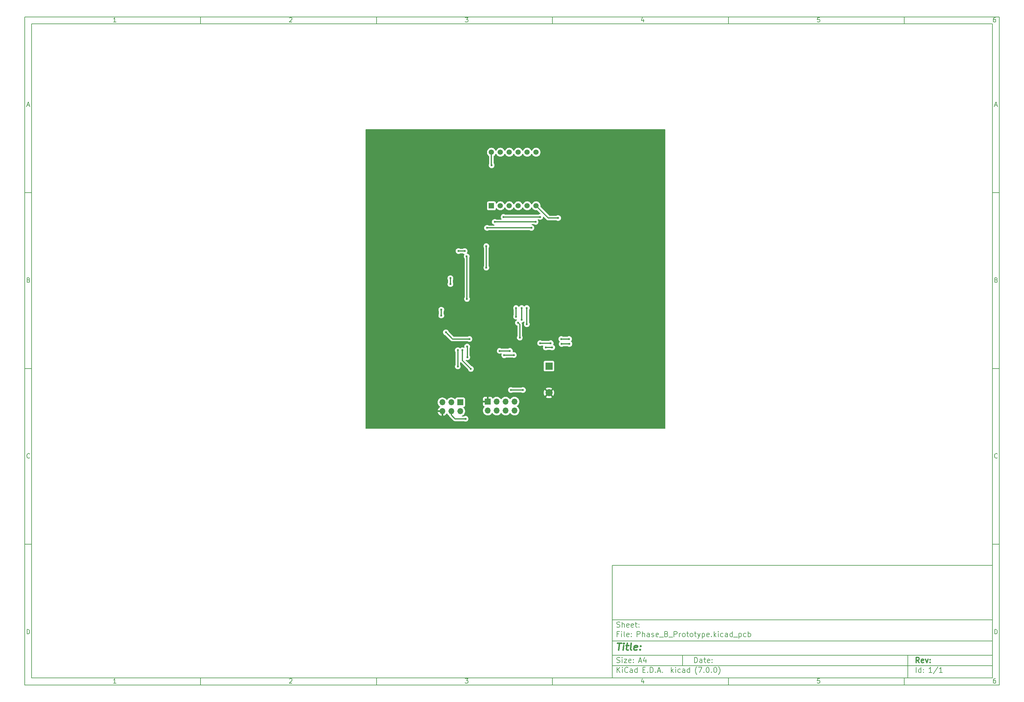
<source format=gbr>
%TF.GenerationSoftware,KiCad,Pcbnew,(7.0.0)*%
%TF.CreationDate,2023-04-24T03:13:21-06:00*%
%TF.ProjectId,Phase_B_Prototype,50686173-655f-4425-9f50-726f746f7479,rev?*%
%TF.SameCoordinates,Original*%
%TF.FileFunction,Copper,L2,Bot*%
%TF.FilePolarity,Positive*%
%FSLAX46Y46*%
G04 Gerber Fmt 4.6, Leading zero omitted, Abs format (unit mm)*
G04 Created by KiCad (PCBNEW (7.0.0)) date 2023-04-24 03:13:21*
%MOMM*%
%LPD*%
G01*
G04 APERTURE LIST*
%ADD10C,0.100000*%
%ADD11C,0.150000*%
%ADD12C,0.300000*%
%ADD13C,0.400000*%
%TA.AperFunction,ComponentPad*%
%ADD14R,1.700000X1.700000*%
%TD*%
%TA.AperFunction,ComponentPad*%
%ADD15O,1.700000X1.700000*%
%TD*%
%TA.AperFunction,ComponentPad*%
%ADD16R,2.000000X2.000000*%
%TD*%
%TA.AperFunction,ComponentPad*%
%ADD17C,2.000000*%
%TD*%
%TA.AperFunction,ComponentPad*%
%ADD18R,1.500000X1.500000*%
%TD*%
%TA.AperFunction,ComponentPad*%
%ADD19C,1.500000*%
%TD*%
%TA.AperFunction,ViaPad*%
%ADD20C,0.600000*%
%TD*%
%TA.AperFunction,Conductor*%
%ADD21C,0.304800*%
%TD*%
%TA.AperFunction,Profile*%
%ADD22C,0.150000*%
%TD*%
G04 APERTURE END LIST*
D10*
D11*
X177002200Y-166007200D02*
X285002200Y-166007200D01*
X285002200Y-198007200D01*
X177002200Y-198007200D01*
X177002200Y-166007200D01*
D10*
D11*
X10000000Y-10000000D02*
X287002200Y-10000000D01*
X287002200Y-200007200D01*
X10000000Y-200007200D01*
X10000000Y-10000000D01*
D10*
D11*
X12000000Y-12000000D02*
X285002200Y-12000000D01*
X285002200Y-198007200D01*
X12000000Y-198007200D01*
X12000000Y-12000000D01*
D10*
D11*
X60000000Y-12000000D02*
X60000000Y-10000000D01*
D10*
D11*
X110000000Y-12000000D02*
X110000000Y-10000000D01*
D10*
D11*
X160000000Y-12000000D02*
X160000000Y-10000000D01*
D10*
D11*
X210000000Y-12000000D02*
X210000000Y-10000000D01*
D10*
D11*
X260000000Y-12000000D02*
X260000000Y-10000000D01*
D10*
D11*
X35990476Y-11477595D02*
X35247619Y-11477595D01*
X35619047Y-11477595D02*
X35619047Y-10177595D01*
X35619047Y-10177595D02*
X35495238Y-10363309D01*
X35495238Y-10363309D02*
X35371428Y-10487119D01*
X35371428Y-10487119D02*
X35247619Y-10549023D01*
D10*
D11*
X85247619Y-10301404D02*
X85309523Y-10239500D01*
X85309523Y-10239500D02*
X85433333Y-10177595D01*
X85433333Y-10177595D02*
X85742857Y-10177595D01*
X85742857Y-10177595D02*
X85866666Y-10239500D01*
X85866666Y-10239500D02*
X85928571Y-10301404D01*
X85928571Y-10301404D02*
X85990476Y-10425214D01*
X85990476Y-10425214D02*
X85990476Y-10549023D01*
X85990476Y-10549023D02*
X85928571Y-10734738D01*
X85928571Y-10734738D02*
X85185714Y-11477595D01*
X85185714Y-11477595D02*
X85990476Y-11477595D01*
D10*
D11*
X135185714Y-10177595D02*
X135990476Y-10177595D01*
X135990476Y-10177595D02*
X135557142Y-10672833D01*
X135557142Y-10672833D02*
X135742857Y-10672833D01*
X135742857Y-10672833D02*
X135866666Y-10734738D01*
X135866666Y-10734738D02*
X135928571Y-10796642D01*
X135928571Y-10796642D02*
X135990476Y-10920452D01*
X135990476Y-10920452D02*
X135990476Y-11229976D01*
X135990476Y-11229976D02*
X135928571Y-11353785D01*
X135928571Y-11353785D02*
X135866666Y-11415690D01*
X135866666Y-11415690D02*
X135742857Y-11477595D01*
X135742857Y-11477595D02*
X135371428Y-11477595D01*
X135371428Y-11477595D02*
X135247619Y-11415690D01*
X135247619Y-11415690D02*
X135185714Y-11353785D01*
D10*
D11*
X185866666Y-10610928D02*
X185866666Y-11477595D01*
X185557142Y-10115690D02*
X185247619Y-11044261D01*
X185247619Y-11044261D02*
X186052380Y-11044261D01*
D10*
D11*
X235928571Y-10177595D02*
X235309523Y-10177595D01*
X235309523Y-10177595D02*
X235247619Y-10796642D01*
X235247619Y-10796642D02*
X235309523Y-10734738D01*
X235309523Y-10734738D02*
X235433333Y-10672833D01*
X235433333Y-10672833D02*
X235742857Y-10672833D01*
X235742857Y-10672833D02*
X235866666Y-10734738D01*
X235866666Y-10734738D02*
X235928571Y-10796642D01*
X235928571Y-10796642D02*
X235990476Y-10920452D01*
X235990476Y-10920452D02*
X235990476Y-11229976D01*
X235990476Y-11229976D02*
X235928571Y-11353785D01*
X235928571Y-11353785D02*
X235866666Y-11415690D01*
X235866666Y-11415690D02*
X235742857Y-11477595D01*
X235742857Y-11477595D02*
X235433333Y-11477595D01*
X235433333Y-11477595D02*
X235309523Y-11415690D01*
X235309523Y-11415690D02*
X235247619Y-11353785D01*
D10*
D11*
X285866666Y-10177595D02*
X285619047Y-10177595D01*
X285619047Y-10177595D02*
X285495238Y-10239500D01*
X285495238Y-10239500D02*
X285433333Y-10301404D01*
X285433333Y-10301404D02*
X285309523Y-10487119D01*
X285309523Y-10487119D02*
X285247619Y-10734738D01*
X285247619Y-10734738D02*
X285247619Y-11229976D01*
X285247619Y-11229976D02*
X285309523Y-11353785D01*
X285309523Y-11353785D02*
X285371428Y-11415690D01*
X285371428Y-11415690D02*
X285495238Y-11477595D01*
X285495238Y-11477595D02*
X285742857Y-11477595D01*
X285742857Y-11477595D02*
X285866666Y-11415690D01*
X285866666Y-11415690D02*
X285928571Y-11353785D01*
X285928571Y-11353785D02*
X285990476Y-11229976D01*
X285990476Y-11229976D02*
X285990476Y-10920452D01*
X285990476Y-10920452D02*
X285928571Y-10796642D01*
X285928571Y-10796642D02*
X285866666Y-10734738D01*
X285866666Y-10734738D02*
X285742857Y-10672833D01*
X285742857Y-10672833D02*
X285495238Y-10672833D01*
X285495238Y-10672833D02*
X285371428Y-10734738D01*
X285371428Y-10734738D02*
X285309523Y-10796642D01*
X285309523Y-10796642D02*
X285247619Y-10920452D01*
D10*
D11*
X60000000Y-198007200D02*
X60000000Y-200007200D01*
D10*
D11*
X110000000Y-198007200D02*
X110000000Y-200007200D01*
D10*
D11*
X160000000Y-198007200D02*
X160000000Y-200007200D01*
D10*
D11*
X210000000Y-198007200D02*
X210000000Y-200007200D01*
D10*
D11*
X260000000Y-198007200D02*
X260000000Y-200007200D01*
D10*
D11*
X35990476Y-199484795D02*
X35247619Y-199484795D01*
X35619047Y-199484795D02*
X35619047Y-198184795D01*
X35619047Y-198184795D02*
X35495238Y-198370509D01*
X35495238Y-198370509D02*
X35371428Y-198494319D01*
X35371428Y-198494319D02*
X35247619Y-198556223D01*
D10*
D11*
X85247619Y-198308604D02*
X85309523Y-198246700D01*
X85309523Y-198246700D02*
X85433333Y-198184795D01*
X85433333Y-198184795D02*
X85742857Y-198184795D01*
X85742857Y-198184795D02*
X85866666Y-198246700D01*
X85866666Y-198246700D02*
X85928571Y-198308604D01*
X85928571Y-198308604D02*
X85990476Y-198432414D01*
X85990476Y-198432414D02*
X85990476Y-198556223D01*
X85990476Y-198556223D02*
X85928571Y-198741938D01*
X85928571Y-198741938D02*
X85185714Y-199484795D01*
X85185714Y-199484795D02*
X85990476Y-199484795D01*
D10*
D11*
X135185714Y-198184795D02*
X135990476Y-198184795D01*
X135990476Y-198184795D02*
X135557142Y-198680033D01*
X135557142Y-198680033D02*
X135742857Y-198680033D01*
X135742857Y-198680033D02*
X135866666Y-198741938D01*
X135866666Y-198741938D02*
X135928571Y-198803842D01*
X135928571Y-198803842D02*
X135990476Y-198927652D01*
X135990476Y-198927652D02*
X135990476Y-199237176D01*
X135990476Y-199237176D02*
X135928571Y-199360985D01*
X135928571Y-199360985D02*
X135866666Y-199422890D01*
X135866666Y-199422890D02*
X135742857Y-199484795D01*
X135742857Y-199484795D02*
X135371428Y-199484795D01*
X135371428Y-199484795D02*
X135247619Y-199422890D01*
X135247619Y-199422890D02*
X135185714Y-199360985D01*
D10*
D11*
X185866666Y-198618128D02*
X185866666Y-199484795D01*
X185557142Y-198122890D02*
X185247619Y-199051461D01*
X185247619Y-199051461D02*
X186052380Y-199051461D01*
D10*
D11*
X235928571Y-198184795D02*
X235309523Y-198184795D01*
X235309523Y-198184795D02*
X235247619Y-198803842D01*
X235247619Y-198803842D02*
X235309523Y-198741938D01*
X235309523Y-198741938D02*
X235433333Y-198680033D01*
X235433333Y-198680033D02*
X235742857Y-198680033D01*
X235742857Y-198680033D02*
X235866666Y-198741938D01*
X235866666Y-198741938D02*
X235928571Y-198803842D01*
X235928571Y-198803842D02*
X235990476Y-198927652D01*
X235990476Y-198927652D02*
X235990476Y-199237176D01*
X235990476Y-199237176D02*
X235928571Y-199360985D01*
X235928571Y-199360985D02*
X235866666Y-199422890D01*
X235866666Y-199422890D02*
X235742857Y-199484795D01*
X235742857Y-199484795D02*
X235433333Y-199484795D01*
X235433333Y-199484795D02*
X235309523Y-199422890D01*
X235309523Y-199422890D02*
X235247619Y-199360985D01*
D10*
D11*
X285866666Y-198184795D02*
X285619047Y-198184795D01*
X285619047Y-198184795D02*
X285495238Y-198246700D01*
X285495238Y-198246700D02*
X285433333Y-198308604D01*
X285433333Y-198308604D02*
X285309523Y-198494319D01*
X285309523Y-198494319D02*
X285247619Y-198741938D01*
X285247619Y-198741938D02*
X285247619Y-199237176D01*
X285247619Y-199237176D02*
X285309523Y-199360985D01*
X285309523Y-199360985D02*
X285371428Y-199422890D01*
X285371428Y-199422890D02*
X285495238Y-199484795D01*
X285495238Y-199484795D02*
X285742857Y-199484795D01*
X285742857Y-199484795D02*
X285866666Y-199422890D01*
X285866666Y-199422890D02*
X285928571Y-199360985D01*
X285928571Y-199360985D02*
X285990476Y-199237176D01*
X285990476Y-199237176D02*
X285990476Y-198927652D01*
X285990476Y-198927652D02*
X285928571Y-198803842D01*
X285928571Y-198803842D02*
X285866666Y-198741938D01*
X285866666Y-198741938D02*
X285742857Y-198680033D01*
X285742857Y-198680033D02*
X285495238Y-198680033D01*
X285495238Y-198680033D02*
X285371428Y-198741938D01*
X285371428Y-198741938D02*
X285309523Y-198803842D01*
X285309523Y-198803842D02*
X285247619Y-198927652D01*
D10*
D11*
X10000000Y-60000000D02*
X12000000Y-60000000D01*
D10*
D11*
X10000000Y-110000000D02*
X12000000Y-110000000D01*
D10*
D11*
X10000000Y-160000000D02*
X12000000Y-160000000D01*
D10*
D11*
X10690476Y-35106166D02*
X11309523Y-35106166D01*
X10566666Y-35477595D02*
X10999999Y-34177595D01*
X10999999Y-34177595D02*
X11433333Y-35477595D01*
D10*
D11*
X11092857Y-84796642D02*
X11278571Y-84858547D01*
X11278571Y-84858547D02*
X11340476Y-84920452D01*
X11340476Y-84920452D02*
X11402380Y-85044261D01*
X11402380Y-85044261D02*
X11402380Y-85229976D01*
X11402380Y-85229976D02*
X11340476Y-85353785D01*
X11340476Y-85353785D02*
X11278571Y-85415690D01*
X11278571Y-85415690D02*
X11154761Y-85477595D01*
X11154761Y-85477595D02*
X10659523Y-85477595D01*
X10659523Y-85477595D02*
X10659523Y-84177595D01*
X10659523Y-84177595D02*
X11092857Y-84177595D01*
X11092857Y-84177595D02*
X11216666Y-84239500D01*
X11216666Y-84239500D02*
X11278571Y-84301404D01*
X11278571Y-84301404D02*
X11340476Y-84425214D01*
X11340476Y-84425214D02*
X11340476Y-84549023D01*
X11340476Y-84549023D02*
X11278571Y-84672833D01*
X11278571Y-84672833D02*
X11216666Y-84734738D01*
X11216666Y-84734738D02*
X11092857Y-84796642D01*
X11092857Y-84796642D02*
X10659523Y-84796642D01*
D10*
D11*
X11402380Y-135353785D02*
X11340476Y-135415690D01*
X11340476Y-135415690D02*
X11154761Y-135477595D01*
X11154761Y-135477595D02*
X11030952Y-135477595D01*
X11030952Y-135477595D02*
X10845238Y-135415690D01*
X10845238Y-135415690D02*
X10721428Y-135291880D01*
X10721428Y-135291880D02*
X10659523Y-135168071D01*
X10659523Y-135168071D02*
X10597619Y-134920452D01*
X10597619Y-134920452D02*
X10597619Y-134734738D01*
X10597619Y-134734738D02*
X10659523Y-134487119D01*
X10659523Y-134487119D02*
X10721428Y-134363309D01*
X10721428Y-134363309D02*
X10845238Y-134239500D01*
X10845238Y-134239500D02*
X11030952Y-134177595D01*
X11030952Y-134177595D02*
X11154761Y-134177595D01*
X11154761Y-134177595D02*
X11340476Y-134239500D01*
X11340476Y-134239500D02*
X11402380Y-134301404D01*
D10*
D11*
X10659523Y-185477595D02*
X10659523Y-184177595D01*
X10659523Y-184177595D02*
X10969047Y-184177595D01*
X10969047Y-184177595D02*
X11154761Y-184239500D01*
X11154761Y-184239500D02*
X11278571Y-184363309D01*
X11278571Y-184363309D02*
X11340476Y-184487119D01*
X11340476Y-184487119D02*
X11402380Y-184734738D01*
X11402380Y-184734738D02*
X11402380Y-184920452D01*
X11402380Y-184920452D02*
X11340476Y-185168071D01*
X11340476Y-185168071D02*
X11278571Y-185291880D01*
X11278571Y-185291880D02*
X11154761Y-185415690D01*
X11154761Y-185415690D02*
X10969047Y-185477595D01*
X10969047Y-185477595D02*
X10659523Y-185477595D01*
D10*
D11*
X287002200Y-60000000D02*
X285002200Y-60000000D01*
D10*
D11*
X287002200Y-110000000D02*
X285002200Y-110000000D01*
D10*
D11*
X287002200Y-160000000D02*
X285002200Y-160000000D01*
D10*
D11*
X285692676Y-35106166D02*
X286311723Y-35106166D01*
X285568866Y-35477595D02*
X286002199Y-34177595D01*
X286002199Y-34177595D02*
X286435533Y-35477595D01*
D10*
D11*
X286095057Y-84796642D02*
X286280771Y-84858547D01*
X286280771Y-84858547D02*
X286342676Y-84920452D01*
X286342676Y-84920452D02*
X286404580Y-85044261D01*
X286404580Y-85044261D02*
X286404580Y-85229976D01*
X286404580Y-85229976D02*
X286342676Y-85353785D01*
X286342676Y-85353785D02*
X286280771Y-85415690D01*
X286280771Y-85415690D02*
X286156961Y-85477595D01*
X286156961Y-85477595D02*
X285661723Y-85477595D01*
X285661723Y-85477595D02*
X285661723Y-84177595D01*
X285661723Y-84177595D02*
X286095057Y-84177595D01*
X286095057Y-84177595D02*
X286218866Y-84239500D01*
X286218866Y-84239500D02*
X286280771Y-84301404D01*
X286280771Y-84301404D02*
X286342676Y-84425214D01*
X286342676Y-84425214D02*
X286342676Y-84549023D01*
X286342676Y-84549023D02*
X286280771Y-84672833D01*
X286280771Y-84672833D02*
X286218866Y-84734738D01*
X286218866Y-84734738D02*
X286095057Y-84796642D01*
X286095057Y-84796642D02*
X285661723Y-84796642D01*
D10*
D11*
X286404580Y-135353785D02*
X286342676Y-135415690D01*
X286342676Y-135415690D02*
X286156961Y-135477595D01*
X286156961Y-135477595D02*
X286033152Y-135477595D01*
X286033152Y-135477595D02*
X285847438Y-135415690D01*
X285847438Y-135415690D02*
X285723628Y-135291880D01*
X285723628Y-135291880D02*
X285661723Y-135168071D01*
X285661723Y-135168071D02*
X285599819Y-134920452D01*
X285599819Y-134920452D02*
X285599819Y-134734738D01*
X285599819Y-134734738D02*
X285661723Y-134487119D01*
X285661723Y-134487119D02*
X285723628Y-134363309D01*
X285723628Y-134363309D02*
X285847438Y-134239500D01*
X285847438Y-134239500D02*
X286033152Y-134177595D01*
X286033152Y-134177595D02*
X286156961Y-134177595D01*
X286156961Y-134177595D02*
X286342676Y-134239500D01*
X286342676Y-134239500D02*
X286404580Y-134301404D01*
D10*
D11*
X285661723Y-185477595D02*
X285661723Y-184177595D01*
X285661723Y-184177595D02*
X285971247Y-184177595D01*
X285971247Y-184177595D02*
X286156961Y-184239500D01*
X286156961Y-184239500D02*
X286280771Y-184363309D01*
X286280771Y-184363309D02*
X286342676Y-184487119D01*
X286342676Y-184487119D02*
X286404580Y-184734738D01*
X286404580Y-184734738D02*
X286404580Y-184920452D01*
X286404580Y-184920452D02*
X286342676Y-185168071D01*
X286342676Y-185168071D02*
X286280771Y-185291880D01*
X286280771Y-185291880D02*
X286156961Y-185415690D01*
X286156961Y-185415690D02*
X285971247Y-185477595D01*
X285971247Y-185477595D02*
X285661723Y-185477595D01*
D10*
D11*
X200359342Y-193658271D02*
X200359342Y-192158271D01*
X200359342Y-192158271D02*
X200716485Y-192158271D01*
X200716485Y-192158271D02*
X200930771Y-192229700D01*
X200930771Y-192229700D02*
X201073628Y-192372557D01*
X201073628Y-192372557D02*
X201145057Y-192515414D01*
X201145057Y-192515414D02*
X201216485Y-192801128D01*
X201216485Y-192801128D02*
X201216485Y-193015414D01*
X201216485Y-193015414D02*
X201145057Y-193301128D01*
X201145057Y-193301128D02*
X201073628Y-193443985D01*
X201073628Y-193443985D02*
X200930771Y-193586842D01*
X200930771Y-193586842D02*
X200716485Y-193658271D01*
X200716485Y-193658271D02*
X200359342Y-193658271D01*
X202502200Y-193658271D02*
X202502200Y-192872557D01*
X202502200Y-192872557D02*
X202430771Y-192729700D01*
X202430771Y-192729700D02*
X202287914Y-192658271D01*
X202287914Y-192658271D02*
X202002200Y-192658271D01*
X202002200Y-192658271D02*
X201859342Y-192729700D01*
X202502200Y-193586842D02*
X202359342Y-193658271D01*
X202359342Y-193658271D02*
X202002200Y-193658271D01*
X202002200Y-193658271D02*
X201859342Y-193586842D01*
X201859342Y-193586842D02*
X201787914Y-193443985D01*
X201787914Y-193443985D02*
X201787914Y-193301128D01*
X201787914Y-193301128D02*
X201859342Y-193158271D01*
X201859342Y-193158271D02*
X202002200Y-193086842D01*
X202002200Y-193086842D02*
X202359342Y-193086842D01*
X202359342Y-193086842D02*
X202502200Y-193015414D01*
X203002200Y-192658271D02*
X203573628Y-192658271D01*
X203216485Y-192158271D02*
X203216485Y-193443985D01*
X203216485Y-193443985D02*
X203287914Y-193586842D01*
X203287914Y-193586842D02*
X203430771Y-193658271D01*
X203430771Y-193658271D02*
X203573628Y-193658271D01*
X204645057Y-193586842D02*
X204502200Y-193658271D01*
X204502200Y-193658271D02*
X204216486Y-193658271D01*
X204216486Y-193658271D02*
X204073628Y-193586842D01*
X204073628Y-193586842D02*
X204002200Y-193443985D01*
X204002200Y-193443985D02*
X204002200Y-192872557D01*
X204002200Y-192872557D02*
X204073628Y-192729700D01*
X204073628Y-192729700D02*
X204216486Y-192658271D01*
X204216486Y-192658271D02*
X204502200Y-192658271D01*
X204502200Y-192658271D02*
X204645057Y-192729700D01*
X204645057Y-192729700D02*
X204716486Y-192872557D01*
X204716486Y-192872557D02*
X204716486Y-193015414D01*
X204716486Y-193015414D02*
X204002200Y-193158271D01*
X205359342Y-193515414D02*
X205430771Y-193586842D01*
X205430771Y-193586842D02*
X205359342Y-193658271D01*
X205359342Y-193658271D02*
X205287914Y-193586842D01*
X205287914Y-193586842D02*
X205359342Y-193515414D01*
X205359342Y-193515414D02*
X205359342Y-193658271D01*
X205359342Y-192729700D02*
X205430771Y-192801128D01*
X205430771Y-192801128D02*
X205359342Y-192872557D01*
X205359342Y-192872557D02*
X205287914Y-192801128D01*
X205287914Y-192801128D02*
X205359342Y-192729700D01*
X205359342Y-192729700D02*
X205359342Y-192872557D01*
D10*
D11*
X177002200Y-194507200D02*
X285002200Y-194507200D01*
D10*
D11*
X178359342Y-196458271D02*
X178359342Y-194958271D01*
X179216485Y-196458271D02*
X178573628Y-195601128D01*
X179216485Y-194958271D02*
X178359342Y-195815414D01*
X179859342Y-196458271D02*
X179859342Y-195458271D01*
X179859342Y-194958271D02*
X179787914Y-195029700D01*
X179787914Y-195029700D02*
X179859342Y-195101128D01*
X179859342Y-195101128D02*
X179930771Y-195029700D01*
X179930771Y-195029700D02*
X179859342Y-194958271D01*
X179859342Y-194958271D02*
X179859342Y-195101128D01*
X181430771Y-196315414D02*
X181359343Y-196386842D01*
X181359343Y-196386842D02*
X181145057Y-196458271D01*
X181145057Y-196458271D02*
X181002200Y-196458271D01*
X181002200Y-196458271D02*
X180787914Y-196386842D01*
X180787914Y-196386842D02*
X180645057Y-196243985D01*
X180645057Y-196243985D02*
X180573628Y-196101128D01*
X180573628Y-196101128D02*
X180502200Y-195815414D01*
X180502200Y-195815414D02*
X180502200Y-195601128D01*
X180502200Y-195601128D02*
X180573628Y-195315414D01*
X180573628Y-195315414D02*
X180645057Y-195172557D01*
X180645057Y-195172557D02*
X180787914Y-195029700D01*
X180787914Y-195029700D02*
X181002200Y-194958271D01*
X181002200Y-194958271D02*
X181145057Y-194958271D01*
X181145057Y-194958271D02*
X181359343Y-195029700D01*
X181359343Y-195029700D02*
X181430771Y-195101128D01*
X182716486Y-196458271D02*
X182716486Y-195672557D01*
X182716486Y-195672557D02*
X182645057Y-195529700D01*
X182645057Y-195529700D02*
X182502200Y-195458271D01*
X182502200Y-195458271D02*
X182216486Y-195458271D01*
X182216486Y-195458271D02*
X182073628Y-195529700D01*
X182716486Y-196386842D02*
X182573628Y-196458271D01*
X182573628Y-196458271D02*
X182216486Y-196458271D01*
X182216486Y-196458271D02*
X182073628Y-196386842D01*
X182073628Y-196386842D02*
X182002200Y-196243985D01*
X182002200Y-196243985D02*
X182002200Y-196101128D01*
X182002200Y-196101128D02*
X182073628Y-195958271D01*
X182073628Y-195958271D02*
X182216486Y-195886842D01*
X182216486Y-195886842D02*
X182573628Y-195886842D01*
X182573628Y-195886842D02*
X182716486Y-195815414D01*
X184073629Y-196458271D02*
X184073629Y-194958271D01*
X184073629Y-196386842D02*
X183930771Y-196458271D01*
X183930771Y-196458271D02*
X183645057Y-196458271D01*
X183645057Y-196458271D02*
X183502200Y-196386842D01*
X183502200Y-196386842D02*
X183430771Y-196315414D01*
X183430771Y-196315414D02*
X183359343Y-196172557D01*
X183359343Y-196172557D02*
X183359343Y-195743985D01*
X183359343Y-195743985D02*
X183430771Y-195601128D01*
X183430771Y-195601128D02*
X183502200Y-195529700D01*
X183502200Y-195529700D02*
X183645057Y-195458271D01*
X183645057Y-195458271D02*
X183930771Y-195458271D01*
X183930771Y-195458271D02*
X184073629Y-195529700D01*
X185687914Y-195672557D02*
X186187914Y-195672557D01*
X186402200Y-196458271D02*
X185687914Y-196458271D01*
X185687914Y-196458271D02*
X185687914Y-194958271D01*
X185687914Y-194958271D02*
X186402200Y-194958271D01*
X187045057Y-196315414D02*
X187116486Y-196386842D01*
X187116486Y-196386842D02*
X187045057Y-196458271D01*
X187045057Y-196458271D02*
X186973629Y-196386842D01*
X186973629Y-196386842D02*
X187045057Y-196315414D01*
X187045057Y-196315414D02*
X187045057Y-196458271D01*
X187759343Y-196458271D02*
X187759343Y-194958271D01*
X187759343Y-194958271D02*
X188116486Y-194958271D01*
X188116486Y-194958271D02*
X188330772Y-195029700D01*
X188330772Y-195029700D02*
X188473629Y-195172557D01*
X188473629Y-195172557D02*
X188545058Y-195315414D01*
X188545058Y-195315414D02*
X188616486Y-195601128D01*
X188616486Y-195601128D02*
X188616486Y-195815414D01*
X188616486Y-195815414D02*
X188545058Y-196101128D01*
X188545058Y-196101128D02*
X188473629Y-196243985D01*
X188473629Y-196243985D02*
X188330772Y-196386842D01*
X188330772Y-196386842D02*
X188116486Y-196458271D01*
X188116486Y-196458271D02*
X187759343Y-196458271D01*
X189259343Y-196315414D02*
X189330772Y-196386842D01*
X189330772Y-196386842D02*
X189259343Y-196458271D01*
X189259343Y-196458271D02*
X189187915Y-196386842D01*
X189187915Y-196386842D02*
X189259343Y-196315414D01*
X189259343Y-196315414D02*
X189259343Y-196458271D01*
X189902201Y-196029700D02*
X190616487Y-196029700D01*
X189759344Y-196458271D02*
X190259344Y-194958271D01*
X190259344Y-194958271D02*
X190759344Y-196458271D01*
X191259343Y-196315414D02*
X191330772Y-196386842D01*
X191330772Y-196386842D02*
X191259343Y-196458271D01*
X191259343Y-196458271D02*
X191187915Y-196386842D01*
X191187915Y-196386842D02*
X191259343Y-196315414D01*
X191259343Y-196315414D02*
X191259343Y-196458271D01*
X193773629Y-196458271D02*
X193773629Y-194958271D01*
X193916487Y-195886842D02*
X194345058Y-196458271D01*
X194345058Y-195458271D02*
X193773629Y-196029700D01*
X194987915Y-196458271D02*
X194987915Y-195458271D01*
X194987915Y-194958271D02*
X194916487Y-195029700D01*
X194916487Y-195029700D02*
X194987915Y-195101128D01*
X194987915Y-195101128D02*
X195059344Y-195029700D01*
X195059344Y-195029700D02*
X194987915Y-194958271D01*
X194987915Y-194958271D02*
X194987915Y-195101128D01*
X196345059Y-196386842D02*
X196202201Y-196458271D01*
X196202201Y-196458271D02*
X195916487Y-196458271D01*
X195916487Y-196458271D02*
X195773630Y-196386842D01*
X195773630Y-196386842D02*
X195702201Y-196315414D01*
X195702201Y-196315414D02*
X195630773Y-196172557D01*
X195630773Y-196172557D02*
X195630773Y-195743985D01*
X195630773Y-195743985D02*
X195702201Y-195601128D01*
X195702201Y-195601128D02*
X195773630Y-195529700D01*
X195773630Y-195529700D02*
X195916487Y-195458271D01*
X195916487Y-195458271D02*
X196202201Y-195458271D01*
X196202201Y-195458271D02*
X196345059Y-195529700D01*
X197630773Y-196458271D02*
X197630773Y-195672557D01*
X197630773Y-195672557D02*
X197559344Y-195529700D01*
X197559344Y-195529700D02*
X197416487Y-195458271D01*
X197416487Y-195458271D02*
X197130773Y-195458271D01*
X197130773Y-195458271D02*
X196987915Y-195529700D01*
X197630773Y-196386842D02*
X197487915Y-196458271D01*
X197487915Y-196458271D02*
X197130773Y-196458271D01*
X197130773Y-196458271D02*
X196987915Y-196386842D01*
X196987915Y-196386842D02*
X196916487Y-196243985D01*
X196916487Y-196243985D02*
X196916487Y-196101128D01*
X196916487Y-196101128D02*
X196987915Y-195958271D01*
X196987915Y-195958271D02*
X197130773Y-195886842D01*
X197130773Y-195886842D02*
X197487915Y-195886842D01*
X197487915Y-195886842D02*
X197630773Y-195815414D01*
X198987916Y-196458271D02*
X198987916Y-194958271D01*
X198987916Y-196386842D02*
X198845058Y-196458271D01*
X198845058Y-196458271D02*
X198559344Y-196458271D01*
X198559344Y-196458271D02*
X198416487Y-196386842D01*
X198416487Y-196386842D02*
X198345058Y-196315414D01*
X198345058Y-196315414D02*
X198273630Y-196172557D01*
X198273630Y-196172557D02*
X198273630Y-195743985D01*
X198273630Y-195743985D02*
X198345058Y-195601128D01*
X198345058Y-195601128D02*
X198416487Y-195529700D01*
X198416487Y-195529700D02*
X198559344Y-195458271D01*
X198559344Y-195458271D02*
X198845058Y-195458271D01*
X198845058Y-195458271D02*
X198987916Y-195529700D01*
X201030773Y-197029700D02*
X200959344Y-196958271D01*
X200959344Y-196958271D02*
X200816487Y-196743985D01*
X200816487Y-196743985D02*
X200745059Y-196601128D01*
X200745059Y-196601128D02*
X200673630Y-196386842D01*
X200673630Y-196386842D02*
X200602201Y-196029700D01*
X200602201Y-196029700D02*
X200602201Y-195743985D01*
X200602201Y-195743985D02*
X200673630Y-195386842D01*
X200673630Y-195386842D02*
X200745059Y-195172557D01*
X200745059Y-195172557D02*
X200816487Y-195029700D01*
X200816487Y-195029700D02*
X200959344Y-194815414D01*
X200959344Y-194815414D02*
X201030773Y-194743985D01*
X201459344Y-194958271D02*
X202459344Y-194958271D01*
X202459344Y-194958271D02*
X201816487Y-196458271D01*
X203030772Y-196315414D02*
X203102201Y-196386842D01*
X203102201Y-196386842D02*
X203030772Y-196458271D01*
X203030772Y-196458271D02*
X202959344Y-196386842D01*
X202959344Y-196386842D02*
X203030772Y-196315414D01*
X203030772Y-196315414D02*
X203030772Y-196458271D01*
X204030773Y-194958271D02*
X204173630Y-194958271D01*
X204173630Y-194958271D02*
X204316487Y-195029700D01*
X204316487Y-195029700D02*
X204387916Y-195101128D01*
X204387916Y-195101128D02*
X204459344Y-195243985D01*
X204459344Y-195243985D02*
X204530773Y-195529700D01*
X204530773Y-195529700D02*
X204530773Y-195886842D01*
X204530773Y-195886842D02*
X204459344Y-196172557D01*
X204459344Y-196172557D02*
X204387916Y-196315414D01*
X204387916Y-196315414D02*
X204316487Y-196386842D01*
X204316487Y-196386842D02*
X204173630Y-196458271D01*
X204173630Y-196458271D02*
X204030773Y-196458271D01*
X204030773Y-196458271D02*
X203887916Y-196386842D01*
X203887916Y-196386842D02*
X203816487Y-196315414D01*
X203816487Y-196315414D02*
X203745058Y-196172557D01*
X203745058Y-196172557D02*
X203673630Y-195886842D01*
X203673630Y-195886842D02*
X203673630Y-195529700D01*
X203673630Y-195529700D02*
X203745058Y-195243985D01*
X203745058Y-195243985D02*
X203816487Y-195101128D01*
X203816487Y-195101128D02*
X203887916Y-195029700D01*
X203887916Y-195029700D02*
X204030773Y-194958271D01*
X205173629Y-196315414D02*
X205245058Y-196386842D01*
X205245058Y-196386842D02*
X205173629Y-196458271D01*
X205173629Y-196458271D02*
X205102201Y-196386842D01*
X205102201Y-196386842D02*
X205173629Y-196315414D01*
X205173629Y-196315414D02*
X205173629Y-196458271D01*
X206173630Y-194958271D02*
X206316487Y-194958271D01*
X206316487Y-194958271D02*
X206459344Y-195029700D01*
X206459344Y-195029700D02*
X206530773Y-195101128D01*
X206530773Y-195101128D02*
X206602201Y-195243985D01*
X206602201Y-195243985D02*
X206673630Y-195529700D01*
X206673630Y-195529700D02*
X206673630Y-195886842D01*
X206673630Y-195886842D02*
X206602201Y-196172557D01*
X206602201Y-196172557D02*
X206530773Y-196315414D01*
X206530773Y-196315414D02*
X206459344Y-196386842D01*
X206459344Y-196386842D02*
X206316487Y-196458271D01*
X206316487Y-196458271D02*
X206173630Y-196458271D01*
X206173630Y-196458271D02*
X206030773Y-196386842D01*
X206030773Y-196386842D02*
X205959344Y-196315414D01*
X205959344Y-196315414D02*
X205887915Y-196172557D01*
X205887915Y-196172557D02*
X205816487Y-195886842D01*
X205816487Y-195886842D02*
X205816487Y-195529700D01*
X205816487Y-195529700D02*
X205887915Y-195243985D01*
X205887915Y-195243985D02*
X205959344Y-195101128D01*
X205959344Y-195101128D02*
X206030773Y-195029700D01*
X206030773Y-195029700D02*
X206173630Y-194958271D01*
X207173629Y-197029700D02*
X207245058Y-196958271D01*
X207245058Y-196958271D02*
X207387915Y-196743985D01*
X207387915Y-196743985D02*
X207459344Y-196601128D01*
X207459344Y-196601128D02*
X207530772Y-196386842D01*
X207530772Y-196386842D02*
X207602201Y-196029700D01*
X207602201Y-196029700D02*
X207602201Y-195743985D01*
X207602201Y-195743985D02*
X207530772Y-195386842D01*
X207530772Y-195386842D02*
X207459344Y-195172557D01*
X207459344Y-195172557D02*
X207387915Y-195029700D01*
X207387915Y-195029700D02*
X207245058Y-194815414D01*
X207245058Y-194815414D02*
X207173629Y-194743985D01*
D10*
D11*
X177002200Y-191507200D02*
X285002200Y-191507200D01*
D10*
D12*
X264216485Y-193658271D02*
X263716485Y-192943985D01*
X263359342Y-193658271D02*
X263359342Y-192158271D01*
X263359342Y-192158271D02*
X263930771Y-192158271D01*
X263930771Y-192158271D02*
X264073628Y-192229700D01*
X264073628Y-192229700D02*
X264145057Y-192301128D01*
X264145057Y-192301128D02*
X264216485Y-192443985D01*
X264216485Y-192443985D02*
X264216485Y-192658271D01*
X264216485Y-192658271D02*
X264145057Y-192801128D01*
X264145057Y-192801128D02*
X264073628Y-192872557D01*
X264073628Y-192872557D02*
X263930771Y-192943985D01*
X263930771Y-192943985D02*
X263359342Y-192943985D01*
X265430771Y-193586842D02*
X265287914Y-193658271D01*
X265287914Y-193658271D02*
X265002200Y-193658271D01*
X265002200Y-193658271D02*
X264859342Y-193586842D01*
X264859342Y-193586842D02*
X264787914Y-193443985D01*
X264787914Y-193443985D02*
X264787914Y-192872557D01*
X264787914Y-192872557D02*
X264859342Y-192729700D01*
X264859342Y-192729700D02*
X265002200Y-192658271D01*
X265002200Y-192658271D02*
X265287914Y-192658271D01*
X265287914Y-192658271D02*
X265430771Y-192729700D01*
X265430771Y-192729700D02*
X265502200Y-192872557D01*
X265502200Y-192872557D02*
X265502200Y-193015414D01*
X265502200Y-193015414D02*
X264787914Y-193158271D01*
X266002199Y-192658271D02*
X266359342Y-193658271D01*
X266359342Y-193658271D02*
X266716485Y-192658271D01*
X267287913Y-193515414D02*
X267359342Y-193586842D01*
X267359342Y-193586842D02*
X267287913Y-193658271D01*
X267287913Y-193658271D02*
X267216485Y-193586842D01*
X267216485Y-193586842D02*
X267287913Y-193515414D01*
X267287913Y-193515414D02*
X267287913Y-193658271D01*
X267287913Y-192729700D02*
X267359342Y-192801128D01*
X267359342Y-192801128D02*
X267287913Y-192872557D01*
X267287913Y-192872557D02*
X267216485Y-192801128D01*
X267216485Y-192801128D02*
X267287913Y-192729700D01*
X267287913Y-192729700D02*
X267287913Y-192872557D01*
D10*
D11*
X178287914Y-193586842D02*
X178502200Y-193658271D01*
X178502200Y-193658271D02*
X178859342Y-193658271D01*
X178859342Y-193658271D02*
X179002200Y-193586842D01*
X179002200Y-193586842D02*
X179073628Y-193515414D01*
X179073628Y-193515414D02*
X179145057Y-193372557D01*
X179145057Y-193372557D02*
X179145057Y-193229700D01*
X179145057Y-193229700D02*
X179073628Y-193086842D01*
X179073628Y-193086842D02*
X179002200Y-193015414D01*
X179002200Y-193015414D02*
X178859342Y-192943985D01*
X178859342Y-192943985D02*
X178573628Y-192872557D01*
X178573628Y-192872557D02*
X178430771Y-192801128D01*
X178430771Y-192801128D02*
X178359342Y-192729700D01*
X178359342Y-192729700D02*
X178287914Y-192586842D01*
X178287914Y-192586842D02*
X178287914Y-192443985D01*
X178287914Y-192443985D02*
X178359342Y-192301128D01*
X178359342Y-192301128D02*
X178430771Y-192229700D01*
X178430771Y-192229700D02*
X178573628Y-192158271D01*
X178573628Y-192158271D02*
X178930771Y-192158271D01*
X178930771Y-192158271D02*
X179145057Y-192229700D01*
X179787913Y-193658271D02*
X179787913Y-192658271D01*
X179787913Y-192158271D02*
X179716485Y-192229700D01*
X179716485Y-192229700D02*
X179787913Y-192301128D01*
X179787913Y-192301128D02*
X179859342Y-192229700D01*
X179859342Y-192229700D02*
X179787913Y-192158271D01*
X179787913Y-192158271D02*
X179787913Y-192301128D01*
X180359342Y-192658271D02*
X181145057Y-192658271D01*
X181145057Y-192658271D02*
X180359342Y-193658271D01*
X180359342Y-193658271D02*
X181145057Y-193658271D01*
X182287914Y-193586842D02*
X182145057Y-193658271D01*
X182145057Y-193658271D02*
X181859343Y-193658271D01*
X181859343Y-193658271D02*
X181716485Y-193586842D01*
X181716485Y-193586842D02*
X181645057Y-193443985D01*
X181645057Y-193443985D02*
X181645057Y-192872557D01*
X181645057Y-192872557D02*
X181716485Y-192729700D01*
X181716485Y-192729700D02*
X181859343Y-192658271D01*
X181859343Y-192658271D02*
X182145057Y-192658271D01*
X182145057Y-192658271D02*
X182287914Y-192729700D01*
X182287914Y-192729700D02*
X182359343Y-192872557D01*
X182359343Y-192872557D02*
X182359343Y-193015414D01*
X182359343Y-193015414D02*
X181645057Y-193158271D01*
X183002199Y-193515414D02*
X183073628Y-193586842D01*
X183073628Y-193586842D02*
X183002199Y-193658271D01*
X183002199Y-193658271D02*
X182930771Y-193586842D01*
X182930771Y-193586842D02*
X183002199Y-193515414D01*
X183002199Y-193515414D02*
X183002199Y-193658271D01*
X183002199Y-192729700D02*
X183073628Y-192801128D01*
X183073628Y-192801128D02*
X183002199Y-192872557D01*
X183002199Y-192872557D02*
X182930771Y-192801128D01*
X182930771Y-192801128D02*
X183002199Y-192729700D01*
X183002199Y-192729700D02*
X183002199Y-192872557D01*
X184545057Y-193229700D02*
X185259343Y-193229700D01*
X184402200Y-193658271D02*
X184902200Y-192158271D01*
X184902200Y-192158271D02*
X185402200Y-193658271D01*
X186545057Y-192658271D02*
X186545057Y-193658271D01*
X186187914Y-192086842D02*
X185830771Y-193158271D01*
X185830771Y-193158271D02*
X186759342Y-193158271D01*
D10*
D11*
X263359342Y-196458271D02*
X263359342Y-194958271D01*
X264716486Y-196458271D02*
X264716486Y-194958271D01*
X264716486Y-196386842D02*
X264573628Y-196458271D01*
X264573628Y-196458271D02*
X264287914Y-196458271D01*
X264287914Y-196458271D02*
X264145057Y-196386842D01*
X264145057Y-196386842D02*
X264073628Y-196315414D01*
X264073628Y-196315414D02*
X264002200Y-196172557D01*
X264002200Y-196172557D02*
X264002200Y-195743985D01*
X264002200Y-195743985D02*
X264073628Y-195601128D01*
X264073628Y-195601128D02*
X264145057Y-195529700D01*
X264145057Y-195529700D02*
X264287914Y-195458271D01*
X264287914Y-195458271D02*
X264573628Y-195458271D01*
X264573628Y-195458271D02*
X264716486Y-195529700D01*
X265430771Y-196315414D02*
X265502200Y-196386842D01*
X265502200Y-196386842D02*
X265430771Y-196458271D01*
X265430771Y-196458271D02*
X265359343Y-196386842D01*
X265359343Y-196386842D02*
X265430771Y-196315414D01*
X265430771Y-196315414D02*
X265430771Y-196458271D01*
X265430771Y-195529700D02*
X265502200Y-195601128D01*
X265502200Y-195601128D02*
X265430771Y-195672557D01*
X265430771Y-195672557D02*
X265359343Y-195601128D01*
X265359343Y-195601128D02*
X265430771Y-195529700D01*
X265430771Y-195529700D02*
X265430771Y-195672557D01*
X267830772Y-196458271D02*
X266973629Y-196458271D01*
X267402200Y-196458271D02*
X267402200Y-194958271D01*
X267402200Y-194958271D02*
X267259343Y-195172557D01*
X267259343Y-195172557D02*
X267116486Y-195315414D01*
X267116486Y-195315414D02*
X266973629Y-195386842D01*
X269545057Y-194886842D02*
X268259343Y-196815414D01*
X270830772Y-196458271D02*
X269973629Y-196458271D01*
X270402200Y-196458271D02*
X270402200Y-194958271D01*
X270402200Y-194958271D02*
X270259343Y-195172557D01*
X270259343Y-195172557D02*
X270116486Y-195315414D01*
X270116486Y-195315414D02*
X269973629Y-195386842D01*
D10*
D11*
X177002200Y-187507200D02*
X285002200Y-187507200D01*
D10*
D13*
X178454580Y-188041961D02*
X179597438Y-188041961D01*
X178776009Y-190041961D02*
X179026009Y-188041961D01*
X180014105Y-190041961D02*
X180180771Y-188708628D01*
X180264105Y-188041961D02*
X180156962Y-188137200D01*
X180156962Y-188137200D02*
X180240295Y-188232438D01*
X180240295Y-188232438D02*
X180347438Y-188137200D01*
X180347438Y-188137200D02*
X180264105Y-188041961D01*
X180264105Y-188041961D02*
X180240295Y-188232438D01*
X180847438Y-188708628D02*
X181609343Y-188708628D01*
X181216486Y-188041961D02*
X181002200Y-189756247D01*
X181002200Y-189756247D02*
X181073629Y-189946723D01*
X181073629Y-189946723D02*
X181252200Y-190041961D01*
X181252200Y-190041961D02*
X181442676Y-190041961D01*
X182395057Y-190041961D02*
X182216486Y-189946723D01*
X182216486Y-189946723D02*
X182145057Y-189756247D01*
X182145057Y-189756247D02*
X182359343Y-188041961D01*
X183930771Y-189946723D02*
X183728390Y-190041961D01*
X183728390Y-190041961D02*
X183347438Y-190041961D01*
X183347438Y-190041961D02*
X183168867Y-189946723D01*
X183168867Y-189946723D02*
X183097438Y-189756247D01*
X183097438Y-189756247D02*
X183192676Y-188994342D01*
X183192676Y-188994342D02*
X183311724Y-188803866D01*
X183311724Y-188803866D02*
X183514105Y-188708628D01*
X183514105Y-188708628D02*
X183895057Y-188708628D01*
X183895057Y-188708628D02*
X184073628Y-188803866D01*
X184073628Y-188803866D02*
X184145057Y-188994342D01*
X184145057Y-188994342D02*
X184121247Y-189184819D01*
X184121247Y-189184819D02*
X183145057Y-189375295D01*
X184895057Y-189851485D02*
X184978391Y-189946723D01*
X184978391Y-189946723D02*
X184871248Y-190041961D01*
X184871248Y-190041961D02*
X184787914Y-189946723D01*
X184787914Y-189946723D02*
X184895057Y-189851485D01*
X184895057Y-189851485D02*
X184871248Y-190041961D01*
X185026010Y-188803866D02*
X185109343Y-188899104D01*
X185109343Y-188899104D02*
X185002200Y-188994342D01*
X185002200Y-188994342D02*
X184918867Y-188899104D01*
X184918867Y-188899104D02*
X185026010Y-188803866D01*
X185026010Y-188803866D02*
X185002200Y-188994342D01*
D10*
D11*
X178859342Y-185472557D02*
X178359342Y-185472557D01*
X178359342Y-186258271D02*
X178359342Y-184758271D01*
X178359342Y-184758271D02*
X179073628Y-184758271D01*
X179645056Y-186258271D02*
X179645056Y-185258271D01*
X179645056Y-184758271D02*
X179573628Y-184829700D01*
X179573628Y-184829700D02*
X179645056Y-184901128D01*
X179645056Y-184901128D02*
X179716485Y-184829700D01*
X179716485Y-184829700D02*
X179645056Y-184758271D01*
X179645056Y-184758271D02*
X179645056Y-184901128D01*
X180573628Y-186258271D02*
X180430771Y-186186842D01*
X180430771Y-186186842D02*
X180359342Y-186043985D01*
X180359342Y-186043985D02*
X180359342Y-184758271D01*
X181716485Y-186186842D02*
X181573628Y-186258271D01*
X181573628Y-186258271D02*
X181287914Y-186258271D01*
X181287914Y-186258271D02*
X181145056Y-186186842D01*
X181145056Y-186186842D02*
X181073628Y-186043985D01*
X181073628Y-186043985D02*
X181073628Y-185472557D01*
X181073628Y-185472557D02*
X181145056Y-185329700D01*
X181145056Y-185329700D02*
X181287914Y-185258271D01*
X181287914Y-185258271D02*
X181573628Y-185258271D01*
X181573628Y-185258271D02*
X181716485Y-185329700D01*
X181716485Y-185329700D02*
X181787914Y-185472557D01*
X181787914Y-185472557D02*
X181787914Y-185615414D01*
X181787914Y-185615414D02*
X181073628Y-185758271D01*
X182430770Y-186115414D02*
X182502199Y-186186842D01*
X182502199Y-186186842D02*
X182430770Y-186258271D01*
X182430770Y-186258271D02*
X182359342Y-186186842D01*
X182359342Y-186186842D02*
X182430770Y-186115414D01*
X182430770Y-186115414D02*
X182430770Y-186258271D01*
X182430770Y-185329700D02*
X182502199Y-185401128D01*
X182502199Y-185401128D02*
X182430770Y-185472557D01*
X182430770Y-185472557D02*
X182359342Y-185401128D01*
X182359342Y-185401128D02*
X182430770Y-185329700D01*
X182430770Y-185329700D02*
X182430770Y-185472557D01*
X184045056Y-186258271D02*
X184045056Y-184758271D01*
X184045056Y-184758271D02*
X184616485Y-184758271D01*
X184616485Y-184758271D02*
X184759342Y-184829700D01*
X184759342Y-184829700D02*
X184830771Y-184901128D01*
X184830771Y-184901128D02*
X184902199Y-185043985D01*
X184902199Y-185043985D02*
X184902199Y-185258271D01*
X184902199Y-185258271D02*
X184830771Y-185401128D01*
X184830771Y-185401128D02*
X184759342Y-185472557D01*
X184759342Y-185472557D02*
X184616485Y-185543985D01*
X184616485Y-185543985D02*
X184045056Y-185543985D01*
X185545056Y-186258271D02*
X185545056Y-184758271D01*
X186187914Y-186258271D02*
X186187914Y-185472557D01*
X186187914Y-185472557D02*
X186116485Y-185329700D01*
X186116485Y-185329700D02*
X185973628Y-185258271D01*
X185973628Y-185258271D02*
X185759342Y-185258271D01*
X185759342Y-185258271D02*
X185616485Y-185329700D01*
X185616485Y-185329700D02*
X185545056Y-185401128D01*
X187545057Y-186258271D02*
X187545057Y-185472557D01*
X187545057Y-185472557D02*
X187473628Y-185329700D01*
X187473628Y-185329700D02*
X187330771Y-185258271D01*
X187330771Y-185258271D02*
X187045057Y-185258271D01*
X187045057Y-185258271D02*
X186902199Y-185329700D01*
X187545057Y-186186842D02*
X187402199Y-186258271D01*
X187402199Y-186258271D02*
X187045057Y-186258271D01*
X187045057Y-186258271D02*
X186902199Y-186186842D01*
X186902199Y-186186842D02*
X186830771Y-186043985D01*
X186830771Y-186043985D02*
X186830771Y-185901128D01*
X186830771Y-185901128D02*
X186902199Y-185758271D01*
X186902199Y-185758271D02*
X187045057Y-185686842D01*
X187045057Y-185686842D02*
X187402199Y-185686842D01*
X187402199Y-185686842D02*
X187545057Y-185615414D01*
X188187914Y-186186842D02*
X188330771Y-186258271D01*
X188330771Y-186258271D02*
X188616485Y-186258271D01*
X188616485Y-186258271D02*
X188759342Y-186186842D01*
X188759342Y-186186842D02*
X188830771Y-186043985D01*
X188830771Y-186043985D02*
X188830771Y-185972557D01*
X188830771Y-185972557D02*
X188759342Y-185829700D01*
X188759342Y-185829700D02*
X188616485Y-185758271D01*
X188616485Y-185758271D02*
X188402200Y-185758271D01*
X188402200Y-185758271D02*
X188259342Y-185686842D01*
X188259342Y-185686842D02*
X188187914Y-185543985D01*
X188187914Y-185543985D02*
X188187914Y-185472557D01*
X188187914Y-185472557D02*
X188259342Y-185329700D01*
X188259342Y-185329700D02*
X188402200Y-185258271D01*
X188402200Y-185258271D02*
X188616485Y-185258271D01*
X188616485Y-185258271D02*
X188759342Y-185329700D01*
X190045057Y-186186842D02*
X189902200Y-186258271D01*
X189902200Y-186258271D02*
X189616486Y-186258271D01*
X189616486Y-186258271D02*
X189473628Y-186186842D01*
X189473628Y-186186842D02*
X189402200Y-186043985D01*
X189402200Y-186043985D02*
X189402200Y-185472557D01*
X189402200Y-185472557D02*
X189473628Y-185329700D01*
X189473628Y-185329700D02*
X189616486Y-185258271D01*
X189616486Y-185258271D02*
X189902200Y-185258271D01*
X189902200Y-185258271D02*
X190045057Y-185329700D01*
X190045057Y-185329700D02*
X190116486Y-185472557D01*
X190116486Y-185472557D02*
X190116486Y-185615414D01*
X190116486Y-185615414D02*
X189402200Y-185758271D01*
X190402200Y-186401128D02*
X191545057Y-186401128D01*
X192402199Y-185472557D02*
X192616485Y-185543985D01*
X192616485Y-185543985D02*
X192687914Y-185615414D01*
X192687914Y-185615414D02*
X192759342Y-185758271D01*
X192759342Y-185758271D02*
X192759342Y-185972557D01*
X192759342Y-185972557D02*
X192687914Y-186115414D01*
X192687914Y-186115414D02*
X192616485Y-186186842D01*
X192616485Y-186186842D02*
X192473628Y-186258271D01*
X192473628Y-186258271D02*
X191902199Y-186258271D01*
X191902199Y-186258271D02*
X191902199Y-184758271D01*
X191902199Y-184758271D02*
X192402199Y-184758271D01*
X192402199Y-184758271D02*
X192545057Y-184829700D01*
X192545057Y-184829700D02*
X192616485Y-184901128D01*
X192616485Y-184901128D02*
X192687914Y-185043985D01*
X192687914Y-185043985D02*
X192687914Y-185186842D01*
X192687914Y-185186842D02*
X192616485Y-185329700D01*
X192616485Y-185329700D02*
X192545057Y-185401128D01*
X192545057Y-185401128D02*
X192402199Y-185472557D01*
X192402199Y-185472557D02*
X191902199Y-185472557D01*
X193045057Y-186401128D02*
X194187914Y-186401128D01*
X194545056Y-186258271D02*
X194545056Y-184758271D01*
X194545056Y-184758271D02*
X195116485Y-184758271D01*
X195116485Y-184758271D02*
X195259342Y-184829700D01*
X195259342Y-184829700D02*
X195330771Y-184901128D01*
X195330771Y-184901128D02*
X195402199Y-185043985D01*
X195402199Y-185043985D02*
X195402199Y-185258271D01*
X195402199Y-185258271D02*
X195330771Y-185401128D01*
X195330771Y-185401128D02*
X195259342Y-185472557D01*
X195259342Y-185472557D02*
X195116485Y-185543985D01*
X195116485Y-185543985D02*
X194545056Y-185543985D01*
X196045056Y-186258271D02*
X196045056Y-185258271D01*
X196045056Y-185543985D02*
X196116485Y-185401128D01*
X196116485Y-185401128D02*
X196187914Y-185329700D01*
X196187914Y-185329700D02*
X196330771Y-185258271D01*
X196330771Y-185258271D02*
X196473628Y-185258271D01*
X197187913Y-186258271D02*
X197045056Y-186186842D01*
X197045056Y-186186842D02*
X196973627Y-186115414D01*
X196973627Y-186115414D02*
X196902199Y-185972557D01*
X196902199Y-185972557D02*
X196902199Y-185543985D01*
X196902199Y-185543985D02*
X196973627Y-185401128D01*
X196973627Y-185401128D02*
X197045056Y-185329700D01*
X197045056Y-185329700D02*
X197187913Y-185258271D01*
X197187913Y-185258271D02*
X197402199Y-185258271D01*
X197402199Y-185258271D02*
X197545056Y-185329700D01*
X197545056Y-185329700D02*
X197616485Y-185401128D01*
X197616485Y-185401128D02*
X197687913Y-185543985D01*
X197687913Y-185543985D02*
X197687913Y-185972557D01*
X197687913Y-185972557D02*
X197616485Y-186115414D01*
X197616485Y-186115414D02*
X197545056Y-186186842D01*
X197545056Y-186186842D02*
X197402199Y-186258271D01*
X197402199Y-186258271D02*
X197187913Y-186258271D01*
X198116485Y-185258271D02*
X198687913Y-185258271D01*
X198330770Y-184758271D02*
X198330770Y-186043985D01*
X198330770Y-186043985D02*
X198402199Y-186186842D01*
X198402199Y-186186842D02*
X198545056Y-186258271D01*
X198545056Y-186258271D02*
X198687913Y-186258271D01*
X199402199Y-186258271D02*
X199259342Y-186186842D01*
X199259342Y-186186842D02*
X199187913Y-186115414D01*
X199187913Y-186115414D02*
X199116485Y-185972557D01*
X199116485Y-185972557D02*
X199116485Y-185543985D01*
X199116485Y-185543985D02*
X199187913Y-185401128D01*
X199187913Y-185401128D02*
X199259342Y-185329700D01*
X199259342Y-185329700D02*
X199402199Y-185258271D01*
X199402199Y-185258271D02*
X199616485Y-185258271D01*
X199616485Y-185258271D02*
X199759342Y-185329700D01*
X199759342Y-185329700D02*
X199830771Y-185401128D01*
X199830771Y-185401128D02*
X199902199Y-185543985D01*
X199902199Y-185543985D02*
X199902199Y-185972557D01*
X199902199Y-185972557D02*
X199830771Y-186115414D01*
X199830771Y-186115414D02*
X199759342Y-186186842D01*
X199759342Y-186186842D02*
X199616485Y-186258271D01*
X199616485Y-186258271D02*
X199402199Y-186258271D01*
X200330771Y-185258271D02*
X200902199Y-185258271D01*
X200545056Y-184758271D02*
X200545056Y-186043985D01*
X200545056Y-186043985D02*
X200616485Y-186186842D01*
X200616485Y-186186842D02*
X200759342Y-186258271D01*
X200759342Y-186258271D02*
X200902199Y-186258271D01*
X201259342Y-185258271D02*
X201616485Y-186258271D01*
X201973628Y-185258271D02*
X201616485Y-186258271D01*
X201616485Y-186258271D02*
X201473628Y-186615414D01*
X201473628Y-186615414D02*
X201402199Y-186686842D01*
X201402199Y-186686842D02*
X201259342Y-186758271D01*
X202545056Y-185258271D02*
X202545056Y-186758271D01*
X202545056Y-185329700D02*
X202687914Y-185258271D01*
X202687914Y-185258271D02*
X202973628Y-185258271D01*
X202973628Y-185258271D02*
X203116485Y-185329700D01*
X203116485Y-185329700D02*
X203187914Y-185401128D01*
X203187914Y-185401128D02*
X203259342Y-185543985D01*
X203259342Y-185543985D02*
X203259342Y-185972557D01*
X203259342Y-185972557D02*
X203187914Y-186115414D01*
X203187914Y-186115414D02*
X203116485Y-186186842D01*
X203116485Y-186186842D02*
X202973628Y-186258271D01*
X202973628Y-186258271D02*
X202687914Y-186258271D01*
X202687914Y-186258271D02*
X202545056Y-186186842D01*
X204473628Y-186186842D02*
X204330771Y-186258271D01*
X204330771Y-186258271D02*
X204045057Y-186258271D01*
X204045057Y-186258271D02*
X203902199Y-186186842D01*
X203902199Y-186186842D02*
X203830771Y-186043985D01*
X203830771Y-186043985D02*
X203830771Y-185472557D01*
X203830771Y-185472557D02*
X203902199Y-185329700D01*
X203902199Y-185329700D02*
X204045057Y-185258271D01*
X204045057Y-185258271D02*
X204330771Y-185258271D01*
X204330771Y-185258271D02*
X204473628Y-185329700D01*
X204473628Y-185329700D02*
X204545057Y-185472557D01*
X204545057Y-185472557D02*
X204545057Y-185615414D01*
X204545057Y-185615414D02*
X203830771Y-185758271D01*
X205187913Y-186115414D02*
X205259342Y-186186842D01*
X205259342Y-186186842D02*
X205187913Y-186258271D01*
X205187913Y-186258271D02*
X205116485Y-186186842D01*
X205116485Y-186186842D02*
X205187913Y-186115414D01*
X205187913Y-186115414D02*
X205187913Y-186258271D01*
X205902199Y-186258271D02*
X205902199Y-184758271D01*
X206045057Y-185686842D02*
X206473628Y-186258271D01*
X206473628Y-185258271D02*
X205902199Y-185829700D01*
X207116485Y-186258271D02*
X207116485Y-185258271D01*
X207116485Y-184758271D02*
X207045057Y-184829700D01*
X207045057Y-184829700D02*
X207116485Y-184901128D01*
X207116485Y-184901128D02*
X207187914Y-184829700D01*
X207187914Y-184829700D02*
X207116485Y-184758271D01*
X207116485Y-184758271D02*
X207116485Y-184901128D01*
X208473629Y-186186842D02*
X208330771Y-186258271D01*
X208330771Y-186258271D02*
X208045057Y-186258271D01*
X208045057Y-186258271D02*
X207902200Y-186186842D01*
X207902200Y-186186842D02*
X207830771Y-186115414D01*
X207830771Y-186115414D02*
X207759343Y-185972557D01*
X207759343Y-185972557D02*
X207759343Y-185543985D01*
X207759343Y-185543985D02*
X207830771Y-185401128D01*
X207830771Y-185401128D02*
X207902200Y-185329700D01*
X207902200Y-185329700D02*
X208045057Y-185258271D01*
X208045057Y-185258271D02*
X208330771Y-185258271D01*
X208330771Y-185258271D02*
X208473629Y-185329700D01*
X209759343Y-186258271D02*
X209759343Y-185472557D01*
X209759343Y-185472557D02*
X209687914Y-185329700D01*
X209687914Y-185329700D02*
X209545057Y-185258271D01*
X209545057Y-185258271D02*
X209259343Y-185258271D01*
X209259343Y-185258271D02*
X209116485Y-185329700D01*
X209759343Y-186186842D02*
X209616485Y-186258271D01*
X209616485Y-186258271D02*
X209259343Y-186258271D01*
X209259343Y-186258271D02*
X209116485Y-186186842D01*
X209116485Y-186186842D02*
X209045057Y-186043985D01*
X209045057Y-186043985D02*
X209045057Y-185901128D01*
X209045057Y-185901128D02*
X209116485Y-185758271D01*
X209116485Y-185758271D02*
X209259343Y-185686842D01*
X209259343Y-185686842D02*
X209616485Y-185686842D01*
X209616485Y-185686842D02*
X209759343Y-185615414D01*
X211116486Y-186258271D02*
X211116486Y-184758271D01*
X211116486Y-186186842D02*
X210973628Y-186258271D01*
X210973628Y-186258271D02*
X210687914Y-186258271D01*
X210687914Y-186258271D02*
X210545057Y-186186842D01*
X210545057Y-186186842D02*
X210473628Y-186115414D01*
X210473628Y-186115414D02*
X210402200Y-185972557D01*
X210402200Y-185972557D02*
X210402200Y-185543985D01*
X210402200Y-185543985D02*
X210473628Y-185401128D01*
X210473628Y-185401128D02*
X210545057Y-185329700D01*
X210545057Y-185329700D02*
X210687914Y-185258271D01*
X210687914Y-185258271D02*
X210973628Y-185258271D01*
X210973628Y-185258271D02*
X211116486Y-185329700D01*
X211473629Y-186401128D02*
X212616486Y-186401128D01*
X212973628Y-185258271D02*
X212973628Y-186758271D01*
X212973628Y-185329700D02*
X213116486Y-185258271D01*
X213116486Y-185258271D02*
X213402200Y-185258271D01*
X213402200Y-185258271D02*
X213545057Y-185329700D01*
X213545057Y-185329700D02*
X213616486Y-185401128D01*
X213616486Y-185401128D02*
X213687914Y-185543985D01*
X213687914Y-185543985D02*
X213687914Y-185972557D01*
X213687914Y-185972557D02*
X213616486Y-186115414D01*
X213616486Y-186115414D02*
X213545057Y-186186842D01*
X213545057Y-186186842D02*
X213402200Y-186258271D01*
X213402200Y-186258271D02*
X213116486Y-186258271D01*
X213116486Y-186258271D02*
X212973628Y-186186842D01*
X214973629Y-186186842D02*
X214830771Y-186258271D01*
X214830771Y-186258271D02*
X214545057Y-186258271D01*
X214545057Y-186258271D02*
X214402200Y-186186842D01*
X214402200Y-186186842D02*
X214330771Y-186115414D01*
X214330771Y-186115414D02*
X214259343Y-185972557D01*
X214259343Y-185972557D02*
X214259343Y-185543985D01*
X214259343Y-185543985D02*
X214330771Y-185401128D01*
X214330771Y-185401128D02*
X214402200Y-185329700D01*
X214402200Y-185329700D02*
X214545057Y-185258271D01*
X214545057Y-185258271D02*
X214830771Y-185258271D01*
X214830771Y-185258271D02*
X214973629Y-185329700D01*
X215616485Y-186258271D02*
X215616485Y-184758271D01*
X215616485Y-185329700D02*
X215759343Y-185258271D01*
X215759343Y-185258271D02*
X216045057Y-185258271D01*
X216045057Y-185258271D02*
X216187914Y-185329700D01*
X216187914Y-185329700D02*
X216259343Y-185401128D01*
X216259343Y-185401128D02*
X216330771Y-185543985D01*
X216330771Y-185543985D02*
X216330771Y-185972557D01*
X216330771Y-185972557D02*
X216259343Y-186115414D01*
X216259343Y-186115414D02*
X216187914Y-186186842D01*
X216187914Y-186186842D02*
X216045057Y-186258271D01*
X216045057Y-186258271D02*
X215759343Y-186258271D01*
X215759343Y-186258271D02*
X215616485Y-186186842D01*
D10*
D11*
X177002200Y-181507200D02*
X285002200Y-181507200D01*
D10*
D11*
X178287914Y-183486842D02*
X178502200Y-183558271D01*
X178502200Y-183558271D02*
X178859342Y-183558271D01*
X178859342Y-183558271D02*
X179002200Y-183486842D01*
X179002200Y-183486842D02*
X179073628Y-183415414D01*
X179073628Y-183415414D02*
X179145057Y-183272557D01*
X179145057Y-183272557D02*
X179145057Y-183129700D01*
X179145057Y-183129700D02*
X179073628Y-182986842D01*
X179073628Y-182986842D02*
X179002200Y-182915414D01*
X179002200Y-182915414D02*
X178859342Y-182843985D01*
X178859342Y-182843985D02*
X178573628Y-182772557D01*
X178573628Y-182772557D02*
X178430771Y-182701128D01*
X178430771Y-182701128D02*
X178359342Y-182629700D01*
X178359342Y-182629700D02*
X178287914Y-182486842D01*
X178287914Y-182486842D02*
X178287914Y-182343985D01*
X178287914Y-182343985D02*
X178359342Y-182201128D01*
X178359342Y-182201128D02*
X178430771Y-182129700D01*
X178430771Y-182129700D02*
X178573628Y-182058271D01*
X178573628Y-182058271D02*
X178930771Y-182058271D01*
X178930771Y-182058271D02*
X179145057Y-182129700D01*
X179787913Y-183558271D02*
X179787913Y-182058271D01*
X180430771Y-183558271D02*
X180430771Y-182772557D01*
X180430771Y-182772557D02*
X180359342Y-182629700D01*
X180359342Y-182629700D02*
X180216485Y-182558271D01*
X180216485Y-182558271D02*
X180002199Y-182558271D01*
X180002199Y-182558271D02*
X179859342Y-182629700D01*
X179859342Y-182629700D02*
X179787913Y-182701128D01*
X181716485Y-183486842D02*
X181573628Y-183558271D01*
X181573628Y-183558271D02*
X181287914Y-183558271D01*
X181287914Y-183558271D02*
X181145056Y-183486842D01*
X181145056Y-183486842D02*
X181073628Y-183343985D01*
X181073628Y-183343985D02*
X181073628Y-182772557D01*
X181073628Y-182772557D02*
X181145056Y-182629700D01*
X181145056Y-182629700D02*
X181287914Y-182558271D01*
X181287914Y-182558271D02*
X181573628Y-182558271D01*
X181573628Y-182558271D02*
X181716485Y-182629700D01*
X181716485Y-182629700D02*
X181787914Y-182772557D01*
X181787914Y-182772557D02*
X181787914Y-182915414D01*
X181787914Y-182915414D02*
X181073628Y-183058271D01*
X183002199Y-183486842D02*
X182859342Y-183558271D01*
X182859342Y-183558271D02*
X182573628Y-183558271D01*
X182573628Y-183558271D02*
X182430770Y-183486842D01*
X182430770Y-183486842D02*
X182359342Y-183343985D01*
X182359342Y-183343985D02*
X182359342Y-182772557D01*
X182359342Y-182772557D02*
X182430770Y-182629700D01*
X182430770Y-182629700D02*
X182573628Y-182558271D01*
X182573628Y-182558271D02*
X182859342Y-182558271D01*
X182859342Y-182558271D02*
X183002199Y-182629700D01*
X183002199Y-182629700D02*
X183073628Y-182772557D01*
X183073628Y-182772557D02*
X183073628Y-182915414D01*
X183073628Y-182915414D02*
X182359342Y-183058271D01*
X183502199Y-182558271D02*
X184073627Y-182558271D01*
X183716484Y-182058271D02*
X183716484Y-183343985D01*
X183716484Y-183343985D02*
X183787913Y-183486842D01*
X183787913Y-183486842D02*
X183930770Y-183558271D01*
X183930770Y-183558271D02*
X184073627Y-183558271D01*
X184573627Y-183415414D02*
X184645056Y-183486842D01*
X184645056Y-183486842D02*
X184573627Y-183558271D01*
X184573627Y-183558271D02*
X184502199Y-183486842D01*
X184502199Y-183486842D02*
X184573627Y-183415414D01*
X184573627Y-183415414D02*
X184573627Y-183558271D01*
X184573627Y-182629700D02*
X184645056Y-182701128D01*
X184645056Y-182701128D02*
X184573627Y-182772557D01*
X184573627Y-182772557D02*
X184502199Y-182701128D01*
X184502199Y-182701128D02*
X184573627Y-182629700D01*
X184573627Y-182629700D02*
X184573627Y-182772557D01*
D10*
D12*
D10*
D11*
D10*
D11*
D10*
D11*
D10*
D11*
D10*
D11*
X197002200Y-191507200D02*
X197002200Y-194507200D01*
D10*
D11*
X261002200Y-191507200D02*
X261002200Y-198007200D01*
D14*
%TO.P,J3,1,Pin_1*%
%TO.N,GND*%
X141599999Y-119409999D03*
D15*
%TO.P,J3,2,Pin_2*%
%TO.N,TX*%
X141599999Y-121949999D03*
%TO.P,J3,3,Pin_3*%
%TO.N,unconnected-(J3-Pin_3-Pad3)*%
X144139999Y-119409999D03*
%TO.P,J3,4,Pin_4*%
%TO.N,+3.3V*%
X144139999Y-121949999D03*
%TO.P,J3,5,Pin_5*%
%TO.N,Net-(J3-Pin_5)*%
X146679999Y-119409999D03*
%TO.P,J3,6,Pin_6*%
%TO.N,+3.3V*%
X146679999Y-121949999D03*
%TO.P,J3,7,Pin_7*%
%TO.N,RX*%
X149219999Y-119409999D03*
%TO.P,J3,8,Pin_8*%
%TO.N,+3.3V*%
X149219999Y-121949999D03*
%TD*%
D16*
%TO.P,LS1,1,1*%
%TO.N,Buzzer*%
X158999999Y-109299999D03*
D17*
%TO.P,LS1,2,2*%
%TO.N,GND*%
X159000000Y-116900000D03*
%TD*%
D18*
%TO.P,U1,1,e*%
%TO.N,Net-(U1-e)*%
X142649999Y-63727499D03*
D19*
%TO.P,U1,2,d*%
%TO.N,Net-(U1-d)*%
X145190000Y-63727500D03*
%TO.P,U1,3,DPX*%
%TO.N,Net-(U1-DPX)*%
X147730000Y-63727500D03*
%TO.P,U1,4,c*%
%TO.N,Net-(U1-c)*%
X150270000Y-63727500D03*
%TO.P,U1,5,g*%
%TO.N,Net-(U1-g)*%
X152810000Y-63727500D03*
%TO.P,U1,6,CA4*%
%TO.N,Dig4*%
X155350000Y-63727500D03*
%TO.P,U1,7,b*%
%TO.N,Net-(U1-b)*%
X155350000Y-48487500D03*
%TO.P,U1,8,CA3*%
%TO.N,Dig3*%
X152810000Y-48487500D03*
%TO.P,U1,9,CA2*%
%TO.N,Dig2*%
X150270000Y-48487500D03*
%TO.P,U1,10,f*%
%TO.N,Net-(U1-f)*%
X147730000Y-48487500D03*
%TO.P,U1,11,a*%
%TO.N,Net-(U1-a)*%
X145190000Y-48487500D03*
%TO.P,U1,12,CA1*%
%TO.N,Dig1*%
X142650000Y-48487500D03*
%TD*%
D14*
%TO.P,J2,1,MISO*%
%TO.N,MISO*%
X133789999Y-119599999D03*
D15*
%TO.P,J2,2,VCC*%
%TO.N,+5V*%
X133789999Y-122139999D03*
%TO.P,J2,3,SCK*%
%TO.N,SCK*%
X131249999Y-119599999D03*
%TO.P,J2,4,MOSI*%
%TO.N,MOSI*%
X131249999Y-122139999D03*
%TO.P,J2,5,~{RST}*%
%TO.N,RST*%
X128709999Y-119599999D03*
%TO.P,J2,6,GND*%
%TO.N,GND*%
X128709999Y-122139999D03*
%TD*%
D20*
%TO.N,GND*%
X131400000Y-92600000D03*
X116100000Y-106300000D03*
X159737500Y-91962500D03*
X147200000Y-100900000D03*
X137700000Y-81500000D03*
X128710000Y-123800000D03*
X139800000Y-100500000D03*
X138200000Y-106900000D03*
X139300000Y-119400000D03*
X140300000Y-106800000D03*
X140500000Y-85700000D03*
X129562500Y-113900000D03*
X131300000Y-97800000D03*
X144600000Y-91600000D03*
X185990000Y-111880000D03*
X149100000Y-101900000D03*
X159900000Y-96600000D03*
X139130000Y-106330000D03*
X142900000Y-88300000D03*
X117600000Y-96100000D03*
X159000000Y-119700000D03*
X186240000Y-94380000D03*
X138000000Y-79200000D03*
X118600000Y-109900000D03*
X134400684Y-95055953D03*
X138200000Y-89100000D03*
X144600000Y-110500000D03*
X131300000Y-96300000D03*
X146000000Y-92100000D03*
X124038451Y-94686626D03*
X145100000Y-75700000D03*
X127700000Y-78800000D03*
X113500000Y-102300000D03*
X134300000Y-88200000D03*
X142300000Y-110700000D03*
X132000000Y-88900000D03*
X113500000Y-110000000D03*
%TO.N,+5V*%
X135039400Y-76600000D03*
X133300000Y-76600000D03*
%TO.N,+3.3V*%
X148200000Y-116100000D03*
X151600000Y-116100000D03*
%TO.N,MISO*%
X135750000Y-103750000D03*
X135800000Y-106800000D03*
%TO.N,SCK*%
X133100000Y-104800000D03*
X133100000Y-109400000D03*
%TO.N,MOSI*%
X134400000Y-104800000D03*
X136800000Y-110100000D03*
X135300000Y-124300000D03*
%TO.N,Buzzer*%
X150200000Y-97000000D03*
X150700000Y-101200000D03*
%TO.N,Button_1*%
X147900000Y-105000000D03*
X159500000Y-102800000D03*
X145000000Y-105000000D03*
X164700000Y-101600000D03*
X162500000Y-101600000D03*
X156500000Y-102800000D03*
%TO.N,Button_2*%
X149021063Y-106178937D03*
X146286636Y-106213364D03*
X162600000Y-103000000D03*
X158100000Y-104000000D03*
X164800000Y-103000000D03*
X159900000Y-104000000D03*
%TO.N,Net-(U1-d)*%
X146100000Y-66900000D03*
X156500000Y-66900000D03*
%TO.N,Net-(U1-e)*%
X155200000Y-68300000D03*
X143600000Y-68300000D03*
%TO.N,Net-(U1-f)*%
X154000000Y-70000000D03*
X141400000Y-70000000D03*
%TO.N,Dig4*%
X161600000Y-67200000D03*
%TO.N,Dig3*%
X131000000Y-85964400D03*
X128400000Y-93275500D03*
X129700000Y-99700000D03*
X131000000Y-84300000D03*
X136401900Y-101600000D03*
X128400000Y-94924500D03*
%TO.N,Dig2*%
X152700000Y-97400000D03*
X152700000Y-92800000D03*
%TO.N,Dig1*%
X141200000Y-81300000D03*
X141200000Y-75200000D03*
X142700000Y-52200000D03*
%TO.N,SH_CP*%
X135700000Y-90200000D03*
X135600000Y-78100000D03*
%TO.N,ST_CP*%
X151250000Y-92800000D03*
X151250000Y-96100000D03*
%TO.N,DS*%
X149650000Y-95250000D03*
X149650000Y-92800000D03*
%TD*%
D21*
%TO.N,Dig1*%
X141200000Y-81300000D02*
X141200000Y-75200000D01*
%TO.N,+5V*%
X135039400Y-76600000D02*
X133300000Y-76600000D01*
%TO.N,+3.3V*%
X151600000Y-116100000D02*
X148200000Y-116100000D01*
%TO.N,MISO*%
X135800000Y-103800000D02*
X135750000Y-103750000D01*
X135800000Y-106800000D02*
X135800000Y-103800000D01*
%TO.N,SCK*%
X133100000Y-109400000D02*
X133100000Y-104800000D01*
%TO.N,MOSI*%
X132300000Y-124300000D02*
X131250000Y-123250000D01*
X135300000Y-124300000D02*
X132300000Y-124300000D01*
X131250000Y-123250000D02*
X131250000Y-122140000D01*
X134400000Y-107700000D02*
X136800000Y-110100000D01*
X134400000Y-104800000D02*
X134400000Y-107700000D01*
%TO.N,Buzzer*%
X150200000Y-97000000D02*
X150700000Y-97500000D01*
X150700000Y-97500000D02*
X150700000Y-101200000D01*
%TO.N,Button_1*%
X145000000Y-105000000D02*
X147900000Y-105000000D01*
X162500000Y-101600000D02*
X164700000Y-101600000D01*
X156500000Y-102800000D02*
X159500000Y-102800000D01*
%TO.N,Button_2*%
X162600000Y-103000000D02*
X164800000Y-103000000D01*
X146286636Y-106213364D02*
X148986636Y-106213364D01*
X158100000Y-104000000D02*
X159900000Y-104000000D01*
X148986636Y-106213364D02*
X149021063Y-106178937D01*
%TO.N,Net-(U1-d)*%
X156500000Y-66900000D02*
X146100000Y-66900000D01*
%TO.N,Net-(U1-e)*%
X155200000Y-68300000D02*
X143600000Y-68300000D01*
%TO.N,Net-(U1-f)*%
X141400000Y-70000000D02*
X154000000Y-70000000D01*
%TO.N,Dig4*%
X161600000Y-67200000D02*
X158822500Y-67200000D01*
X158822500Y-67200000D02*
X155350000Y-63727500D01*
%TO.N,Dig3*%
X131600000Y-101600000D02*
X129700000Y-99700000D01*
X136401900Y-101600000D02*
X131600000Y-101600000D01*
X131000000Y-84300000D02*
X131000000Y-85964400D01*
X128400000Y-93275500D02*
X128400000Y-94924500D01*
%TO.N,Dig2*%
X152700000Y-97400000D02*
X152700000Y-92800000D01*
%TO.N,Dig1*%
X142700000Y-52200000D02*
X142650000Y-52150000D01*
X142650000Y-52150000D02*
X142650000Y-48487500D01*
%TO.N,SH_CP*%
X135700000Y-90200000D02*
X135700000Y-78200000D01*
X135700000Y-78200000D02*
X135600000Y-78100000D01*
%TO.N,ST_CP*%
X151250000Y-92800000D02*
X151250000Y-96100000D01*
%TO.N,DS*%
X149650000Y-92800000D02*
X149650000Y-95250000D01*
%TD*%
%TA.AperFunction,Conductor*%
%TO.N,GND*%
G36*
X191862500Y-42092113D02*
G01*
X191907887Y-42137500D01*
X191924500Y-42199500D01*
X191924500Y-126800500D01*
X191907887Y-126862500D01*
X191862500Y-126907887D01*
X191800500Y-126924500D01*
X107199500Y-126924500D01*
X107137500Y-126907887D01*
X107092113Y-126862500D01*
X107075500Y-126800500D01*
X107075500Y-122392551D01*
X127382688Y-122392551D01*
X127383056Y-122403780D01*
X127435168Y-122598263D01*
X127438856Y-122608397D01*
X127534113Y-122812676D01*
X127539501Y-122822008D01*
X127668784Y-123006643D01*
X127675721Y-123014909D01*
X127835090Y-123174278D01*
X127843356Y-123181215D01*
X128027991Y-123310498D01*
X128037323Y-123315886D01*
X128241602Y-123411143D01*
X128251736Y-123414831D01*
X128446219Y-123466943D01*
X128457448Y-123467311D01*
X128460000Y-123456369D01*
X128460000Y-122406326D01*
X128456549Y-122393450D01*
X128443674Y-122390000D01*
X127393631Y-122390000D01*
X127382688Y-122392551D01*
X107075500Y-122392551D01*
X107075500Y-119600000D01*
X127346844Y-119600000D01*
X127347268Y-119605117D01*
X127365011Y-119819248D01*
X127365012Y-119819256D01*
X127365436Y-119824368D01*
X127366693Y-119829335D01*
X127366695Y-119829342D01*
X127383729Y-119896606D01*
X127420704Y-120042616D01*
X127425740Y-120054096D01*
X127509080Y-120244096D01*
X127509083Y-120244101D01*
X127511140Y-120248791D01*
X127516870Y-120257561D01*
X127631474Y-120432977D01*
X127631477Y-120432981D01*
X127634278Y-120437268D01*
X127637752Y-120441041D01*
X127637753Y-120441043D01*
X127783288Y-120599135D01*
X127783291Y-120599138D01*
X127786760Y-120602906D01*
X127819715Y-120628556D01*
X127960376Y-120738039D01*
X127960381Y-120738042D01*
X127964424Y-120741189D01*
X127977145Y-120748073D01*
X128007695Y-120764606D01*
X128053335Y-120807155D01*
X128072475Y-120866545D01*
X128060267Y-120927737D01*
X128019803Y-120975236D01*
X127843352Y-121098788D01*
X127835092Y-121105719D01*
X127675719Y-121265092D01*
X127668784Y-121273357D01*
X127539508Y-121457982D01*
X127534110Y-121467332D01*
X127438856Y-121671602D01*
X127435168Y-121681736D01*
X127383056Y-121876219D01*
X127382688Y-121887448D01*
X127393631Y-121890000D01*
X128836000Y-121890000D01*
X128898000Y-121906613D01*
X128943387Y-121952000D01*
X128960000Y-122014000D01*
X128960000Y-123456369D01*
X128962551Y-123467311D01*
X128973780Y-123466943D01*
X129168263Y-123414831D01*
X129178397Y-123411143D01*
X129382676Y-123315886D01*
X129392008Y-123310498D01*
X129576643Y-123181215D01*
X129584909Y-123174278D01*
X129744278Y-123014909D01*
X129751219Y-123006638D01*
X129874868Y-122830049D01*
X129920072Y-122790726D01*
X129978436Y-122777188D01*
X130036335Y-122792595D01*
X130080252Y-122833351D01*
X130171470Y-122972972D01*
X130171478Y-122972982D01*
X130174278Y-122977268D01*
X130177752Y-122981041D01*
X130177753Y-122981043D01*
X130323288Y-123139135D01*
X130323291Y-123139138D01*
X130326760Y-123142906D01*
X130367066Y-123174278D01*
X130500376Y-123278039D01*
X130500381Y-123278042D01*
X130504424Y-123281189D01*
X130533680Y-123297021D01*
X130537558Y-123299120D01*
X130581036Y-123338384D01*
X130601636Y-123393225D01*
X130602686Y-123401875D01*
X130602688Y-123401885D01*
X130603592Y-123409325D01*
X130606250Y-123416333D01*
X130606755Y-123417664D01*
X130612780Y-123439278D01*
X130613037Y-123440685D01*
X130613041Y-123440698D01*
X130614391Y-123448064D01*
X130617465Y-123454896D01*
X130617468Y-123454903D01*
X130637590Y-123499612D01*
X130640456Y-123506530D01*
X130660504Y-123559391D01*
X130664759Y-123565556D01*
X130664761Y-123565559D01*
X130665571Y-123566732D01*
X130676600Y-123586287D01*
X130677181Y-123587580D01*
X130677186Y-123587589D01*
X130680261Y-123594420D01*
X130684883Y-123600320D01*
X130684887Y-123600326D01*
X130715117Y-123638912D01*
X130719555Y-123644943D01*
X130732633Y-123663889D01*
X130751676Y-123691477D01*
X130757285Y-123696446D01*
X130757286Y-123696447D01*
X130794004Y-123728976D01*
X130799458Y-123734111D01*
X131815896Y-124750549D01*
X131821030Y-124756003D01*
X131858523Y-124798324D01*
X131864692Y-124802582D01*
X131864693Y-124802583D01*
X131905054Y-124830442D01*
X131911087Y-124834881D01*
X131955580Y-124869739D01*
X131962419Y-124872817D01*
X131962421Y-124872818D01*
X131963714Y-124873400D01*
X131983257Y-124884421D01*
X131990609Y-124889496D01*
X132043475Y-124909545D01*
X132050386Y-124912408D01*
X132101936Y-124935609D01*
X132110705Y-124937215D01*
X132132334Y-124943244D01*
X132140675Y-124946408D01*
X132196792Y-124953221D01*
X132204179Y-124954344D01*
X132259803Y-124964539D01*
X132297910Y-124962234D01*
X132316231Y-124961126D01*
X132323717Y-124960900D01*
X134796446Y-124960900D01*
X134862417Y-124979905D01*
X134946985Y-125033043D01*
X135118953Y-125093217D01*
X135300000Y-125113616D01*
X135481047Y-125093217D01*
X135653015Y-125033043D01*
X135807281Y-124936111D01*
X135936111Y-124807281D01*
X136033043Y-124653015D01*
X136093217Y-124481047D01*
X136113616Y-124300000D01*
X136093217Y-124118953D01*
X136033043Y-123946985D01*
X135936111Y-123792719D01*
X135807281Y-123663889D01*
X135767830Y-123639100D01*
X135658907Y-123570659D01*
X135658905Y-123570658D01*
X135653015Y-123566957D01*
X135646449Y-123564659D01*
X135646446Y-123564658D01*
X135487621Y-123509083D01*
X135487618Y-123509082D01*
X135481047Y-123506783D01*
X135474130Y-123506003D01*
X135474123Y-123506002D01*
X135306923Y-123487164D01*
X135300000Y-123486384D01*
X135293077Y-123487164D01*
X135125876Y-123506002D01*
X135125867Y-123506003D01*
X135118953Y-123506783D01*
X135112383Y-123509081D01*
X135112378Y-123509083D01*
X134953553Y-123564658D01*
X134953547Y-123564660D01*
X134946985Y-123566957D01*
X134941097Y-123570656D01*
X134941092Y-123570659D01*
X134862418Y-123620094D01*
X134796446Y-123639100D01*
X134350231Y-123639100D01*
X134284135Y-123620016D01*
X134238384Y-123568637D01*
X134227061Y-123500780D01*
X134253651Y-123437330D01*
X134309966Y-123397819D01*
X134337574Y-123388342D01*
X134535576Y-123281189D01*
X134713240Y-123142906D01*
X134865722Y-122977268D01*
X134988860Y-122788791D01*
X135079296Y-122582616D01*
X135134564Y-122364368D01*
X135153156Y-122140000D01*
X135137412Y-121950000D01*
X140236844Y-121950000D01*
X140237268Y-121955117D01*
X140255011Y-122169248D01*
X140255012Y-122169256D01*
X140255436Y-122174368D01*
X140256693Y-122179335D01*
X140256695Y-122179342D01*
X140304810Y-122369342D01*
X140310704Y-122392616D01*
X140312764Y-122397312D01*
X140399080Y-122594096D01*
X140399083Y-122594101D01*
X140401140Y-122598791D01*
X140433809Y-122648795D01*
X140521474Y-122782977D01*
X140521477Y-122782981D01*
X140524278Y-122787268D01*
X140527752Y-122791041D01*
X140527753Y-122791043D01*
X140673288Y-122949135D01*
X140673291Y-122949138D01*
X140676760Y-122952906D01*
X140680801Y-122956051D01*
X140850376Y-123088039D01*
X140850381Y-123088042D01*
X140854424Y-123091189D01*
X140858931Y-123093628D01*
X140858934Y-123093630D01*
X140949989Y-123142906D01*
X141052426Y-123198342D01*
X141265365Y-123271444D01*
X141487431Y-123308500D01*
X141707436Y-123308500D01*
X141712569Y-123308500D01*
X141934635Y-123271444D01*
X142147574Y-123198342D01*
X142345576Y-123091189D01*
X142523240Y-122952906D01*
X142675722Y-122787268D01*
X142678762Y-122782616D01*
X142766191Y-122648795D01*
X142810982Y-122607561D01*
X142870000Y-122592616D01*
X142929018Y-122607561D01*
X142973809Y-122648795D01*
X143061470Y-122782972D01*
X143061478Y-122782982D01*
X143064278Y-122787268D01*
X143067752Y-122791041D01*
X143067753Y-122791043D01*
X143213288Y-122949135D01*
X143213291Y-122949138D01*
X143216760Y-122952906D01*
X143220801Y-122956051D01*
X143390376Y-123088039D01*
X143390381Y-123088042D01*
X143394424Y-123091189D01*
X143398931Y-123093628D01*
X143398934Y-123093630D01*
X143489989Y-123142906D01*
X143592426Y-123198342D01*
X143805365Y-123271444D01*
X144027431Y-123308500D01*
X144247436Y-123308500D01*
X144252569Y-123308500D01*
X144474635Y-123271444D01*
X144687574Y-123198342D01*
X144885576Y-123091189D01*
X145063240Y-122952906D01*
X145215722Y-122787268D01*
X145218762Y-122782616D01*
X145306191Y-122648795D01*
X145350982Y-122607561D01*
X145410000Y-122592616D01*
X145469018Y-122607561D01*
X145513809Y-122648795D01*
X145601470Y-122782972D01*
X145601478Y-122782982D01*
X145604278Y-122787268D01*
X145607752Y-122791041D01*
X145607753Y-122791043D01*
X145753288Y-122949135D01*
X145753291Y-122949138D01*
X145756760Y-122952906D01*
X145760801Y-122956051D01*
X145930376Y-123088039D01*
X145930381Y-123088042D01*
X145934424Y-123091189D01*
X145938931Y-123093628D01*
X145938934Y-123093630D01*
X146029989Y-123142906D01*
X146132426Y-123198342D01*
X146345365Y-123271444D01*
X146567431Y-123308500D01*
X146787436Y-123308500D01*
X146792569Y-123308500D01*
X147014635Y-123271444D01*
X147227574Y-123198342D01*
X147425576Y-123091189D01*
X147603240Y-122952906D01*
X147755722Y-122787268D01*
X147758762Y-122782616D01*
X147846191Y-122648795D01*
X147890982Y-122607561D01*
X147950000Y-122592616D01*
X148009018Y-122607561D01*
X148053809Y-122648795D01*
X148141470Y-122782972D01*
X148141478Y-122782982D01*
X148144278Y-122787268D01*
X148147752Y-122791041D01*
X148147753Y-122791043D01*
X148293288Y-122949135D01*
X148293291Y-122949138D01*
X148296760Y-122952906D01*
X148300801Y-122956051D01*
X148470376Y-123088039D01*
X148470381Y-123088042D01*
X148474424Y-123091189D01*
X148478931Y-123093628D01*
X148478934Y-123093630D01*
X148569989Y-123142906D01*
X148672426Y-123198342D01*
X148885365Y-123271444D01*
X149107431Y-123308500D01*
X149327436Y-123308500D01*
X149332569Y-123308500D01*
X149554635Y-123271444D01*
X149767574Y-123198342D01*
X149965576Y-123091189D01*
X150143240Y-122952906D01*
X150295722Y-122787268D01*
X150418860Y-122598791D01*
X150509296Y-122392616D01*
X150564564Y-122174368D01*
X150583156Y-121950000D01*
X150564564Y-121725632D01*
X150509296Y-121507384D01*
X150418860Y-121301209D01*
X150321318Y-121151909D01*
X150298525Y-121117022D01*
X150298523Y-121117020D01*
X150295722Y-121112732D01*
X150221542Y-121032152D01*
X150146711Y-120950864D01*
X150146708Y-120950861D01*
X150143240Y-120947094D01*
X150110285Y-120921444D01*
X149969623Y-120811960D01*
X149969615Y-120811955D01*
X149965576Y-120808811D01*
X149961064Y-120806369D01*
X149961061Y-120806367D01*
X149929070Y-120789055D01*
X149881564Y-120743474D01*
X149864086Y-120680000D01*
X149881564Y-120616526D01*
X149929070Y-120570945D01*
X149950771Y-120559201D01*
X149965576Y-120551189D01*
X150143240Y-120412906D01*
X150295722Y-120247268D01*
X150418860Y-120058791D01*
X150509296Y-119852616D01*
X150564564Y-119634368D01*
X150583156Y-119410000D01*
X150564564Y-119185632D01*
X150509296Y-118967384D01*
X150418860Y-118761209D01*
X150314102Y-118600864D01*
X150298525Y-118577022D01*
X150298523Y-118577020D01*
X150295722Y-118572732D01*
X150239914Y-118512109D01*
X150146711Y-118410864D01*
X150146706Y-118410859D01*
X150143240Y-118407094D01*
X150072017Y-118351658D01*
X149969623Y-118271960D01*
X149969615Y-118271955D01*
X149965576Y-118268811D01*
X149961071Y-118266373D01*
X149961065Y-118266369D01*
X149772080Y-118164096D01*
X149772074Y-118164093D01*
X149767574Y-118161658D01*
X149762733Y-118159996D01*
X149762726Y-118159993D01*
X149655690Y-118123248D01*
X158135749Y-118123248D01*
X158143855Y-118134439D01*
X158172717Y-118156903D01*
X158181279Y-118162496D01*
X158390885Y-118275929D01*
X158400239Y-118280032D01*
X158625656Y-118357417D01*
X158635568Y-118359928D01*
X158870643Y-118399155D01*
X158880839Y-118400000D01*
X159119161Y-118400000D01*
X159129356Y-118399155D01*
X159364431Y-118359928D01*
X159374343Y-118357417D01*
X159599760Y-118280032D01*
X159609114Y-118275929D01*
X159818723Y-118162495D01*
X159827281Y-118156903D01*
X159856146Y-118134437D01*
X159864250Y-118123250D01*
X159857589Y-118111142D01*
X159011542Y-117265095D01*
X158999999Y-117258431D01*
X158988457Y-117265095D01*
X158142408Y-118111143D01*
X158135749Y-118123248D01*
X149655690Y-118123248D01*
X149559488Y-118090222D01*
X149559487Y-118090221D01*
X149554635Y-118088556D01*
X149549585Y-118087713D01*
X149549576Y-118087711D01*
X149337631Y-118052344D01*
X149337622Y-118052343D01*
X149332569Y-118051500D01*
X149107431Y-118051500D01*
X149102378Y-118052343D01*
X149102368Y-118052344D01*
X148890423Y-118087711D01*
X148890411Y-118087713D01*
X148885365Y-118088556D01*
X148880515Y-118090220D01*
X148880511Y-118090222D01*
X148677273Y-118159993D01*
X148677262Y-118159997D01*
X148672426Y-118161658D01*
X148667929Y-118164091D01*
X148667919Y-118164096D01*
X148478934Y-118266369D01*
X148478922Y-118266376D01*
X148474424Y-118268811D01*
X148470389Y-118271951D01*
X148470376Y-118271960D01*
X148300801Y-118403948D01*
X148300795Y-118403952D01*
X148296760Y-118407094D01*
X148293297Y-118410855D01*
X148293288Y-118410864D01*
X148147753Y-118568956D01*
X148147747Y-118568963D01*
X148144278Y-118572732D01*
X148141481Y-118577012D01*
X148141474Y-118577022D01*
X148053809Y-118711205D01*
X148009017Y-118752438D01*
X147950000Y-118767383D01*
X147890983Y-118752438D01*
X147846191Y-118711205D01*
X147758525Y-118577022D01*
X147758523Y-118577020D01*
X147755722Y-118572732D01*
X147699914Y-118512109D01*
X147606711Y-118410864D01*
X147606706Y-118410859D01*
X147603240Y-118407094D01*
X147532017Y-118351658D01*
X147429623Y-118271960D01*
X147429615Y-118271955D01*
X147425576Y-118268811D01*
X147421071Y-118266373D01*
X147421065Y-118266369D01*
X147232080Y-118164096D01*
X147232074Y-118164093D01*
X147227574Y-118161658D01*
X147222733Y-118159996D01*
X147222726Y-118159993D01*
X147019488Y-118090222D01*
X147019487Y-118090221D01*
X147014635Y-118088556D01*
X147009585Y-118087713D01*
X147009576Y-118087711D01*
X146797631Y-118052344D01*
X146797622Y-118052343D01*
X146792569Y-118051500D01*
X146567431Y-118051500D01*
X146562378Y-118052343D01*
X146562368Y-118052344D01*
X146350423Y-118087711D01*
X146350411Y-118087713D01*
X146345365Y-118088556D01*
X146340515Y-118090220D01*
X146340511Y-118090222D01*
X146137273Y-118159993D01*
X146137262Y-118159997D01*
X146132426Y-118161658D01*
X146127929Y-118164091D01*
X146127919Y-118164096D01*
X145938934Y-118266369D01*
X145938922Y-118266376D01*
X145934424Y-118268811D01*
X145930389Y-118271951D01*
X145930376Y-118271960D01*
X145760801Y-118403948D01*
X145760795Y-118403952D01*
X145756760Y-118407094D01*
X145753297Y-118410855D01*
X145753288Y-118410864D01*
X145607753Y-118568956D01*
X145607747Y-118568963D01*
X145604278Y-118572732D01*
X145601481Y-118577012D01*
X145601474Y-118577022D01*
X145513809Y-118711205D01*
X145469017Y-118752438D01*
X145410000Y-118767383D01*
X145350983Y-118752438D01*
X145306191Y-118711205D01*
X145218525Y-118577022D01*
X145218523Y-118577020D01*
X145215722Y-118572732D01*
X145159914Y-118512109D01*
X145066711Y-118410864D01*
X145066706Y-118410859D01*
X145063240Y-118407094D01*
X144992017Y-118351658D01*
X144889623Y-118271960D01*
X144889615Y-118271955D01*
X144885576Y-118268811D01*
X144881071Y-118266373D01*
X144881065Y-118266369D01*
X144692080Y-118164096D01*
X144692074Y-118164093D01*
X144687574Y-118161658D01*
X144682733Y-118159996D01*
X144682726Y-118159993D01*
X144479488Y-118090222D01*
X144479487Y-118090221D01*
X144474635Y-118088556D01*
X144469585Y-118087713D01*
X144469576Y-118087711D01*
X144257631Y-118052344D01*
X144257622Y-118052343D01*
X144252569Y-118051500D01*
X144027431Y-118051500D01*
X144022378Y-118052343D01*
X144022368Y-118052344D01*
X143810423Y-118087711D01*
X143810411Y-118087713D01*
X143805365Y-118088556D01*
X143800515Y-118090220D01*
X143800511Y-118090222D01*
X143597273Y-118159993D01*
X143597262Y-118159997D01*
X143592426Y-118161658D01*
X143587929Y-118164091D01*
X143587919Y-118164096D01*
X143398934Y-118266369D01*
X143398922Y-118266376D01*
X143394424Y-118268811D01*
X143390389Y-118271951D01*
X143390376Y-118271960D01*
X143220801Y-118403948D01*
X143220795Y-118403952D01*
X143216760Y-118407094D01*
X143167751Y-118460332D01*
X143147092Y-118482773D01*
X143094468Y-118516626D01*
X143032014Y-118520474D01*
X142975633Y-118493336D01*
X142939681Y-118442122D01*
X142896452Y-118326222D01*
X142888037Y-118310810D01*
X142812501Y-118209907D01*
X142800092Y-118197498D01*
X142699189Y-118121962D01*
X142683777Y-118113547D01*
X142564641Y-118069111D01*
X142549667Y-118065573D01*
X142501114Y-118060353D01*
X142494518Y-118060000D01*
X141866326Y-118060000D01*
X141853450Y-118063450D01*
X141850000Y-118076326D01*
X141850000Y-119536000D01*
X141833387Y-119598000D01*
X141788000Y-119643387D01*
X141726000Y-119660000D01*
X140266326Y-119660000D01*
X140253450Y-119663450D01*
X140250000Y-119676326D01*
X140250000Y-120304518D01*
X140250353Y-120311114D01*
X140255573Y-120359667D01*
X140259111Y-120374641D01*
X140303547Y-120493777D01*
X140311962Y-120509189D01*
X140387498Y-120610092D01*
X140399907Y-120622501D01*
X140500810Y-120698037D01*
X140516220Y-120706451D01*
X140627811Y-120748073D01*
X140677346Y-120782088D01*
X140705073Y-120835399D01*
X140704480Y-120895485D01*
X140675707Y-120948237D01*
X140672254Y-120951989D01*
X140527747Y-121108963D01*
X140527743Y-121108967D01*
X140524278Y-121112732D01*
X140521481Y-121117012D01*
X140521474Y-121117022D01*
X140406870Y-121292438D01*
X140401140Y-121301209D01*
X140399085Y-121305892D01*
X140399080Y-121305903D01*
X140317799Y-121491209D01*
X140310704Y-121507384D01*
X140309446Y-121512349D01*
X140309445Y-121512354D01*
X140256695Y-121720657D01*
X140256693Y-121720666D01*
X140255436Y-121725632D01*
X140255012Y-121730741D01*
X140255011Y-121730751D01*
X140242958Y-121876219D01*
X140236844Y-121950000D01*
X135137412Y-121950000D01*
X135134564Y-121915632D01*
X135079296Y-121697384D01*
X134988860Y-121491209D01*
X134865722Y-121302732D01*
X134720506Y-121144987D01*
X134691735Y-121092239D01*
X134691142Y-121032152D01*
X134718869Y-120978841D01*
X134768404Y-120944826D01*
X134886204Y-120900889D01*
X135003261Y-120813261D01*
X135090889Y-120696204D01*
X135141989Y-120559201D01*
X135148500Y-120498638D01*
X135148500Y-119143674D01*
X140250000Y-119143674D01*
X140253450Y-119156549D01*
X140266326Y-119160000D01*
X141333674Y-119160000D01*
X141346549Y-119156549D01*
X141350000Y-119143674D01*
X141350000Y-118076326D01*
X141346549Y-118063450D01*
X141333674Y-118060000D01*
X140705482Y-118060000D01*
X140698885Y-118060353D01*
X140650332Y-118065573D01*
X140635358Y-118069111D01*
X140516222Y-118113547D01*
X140500810Y-118121962D01*
X140399907Y-118197498D01*
X140387498Y-118209907D01*
X140311962Y-118310810D01*
X140303547Y-118326222D01*
X140259111Y-118445358D01*
X140255573Y-118460332D01*
X140250353Y-118508885D01*
X140250000Y-118515482D01*
X140250000Y-119143674D01*
X135148500Y-119143674D01*
X135148500Y-118701362D01*
X135141989Y-118640799D01*
X135090889Y-118503796D01*
X135003261Y-118386739D01*
X134964091Y-118357417D01*
X134893304Y-118304426D01*
X134893303Y-118304425D01*
X134886204Y-118299111D01*
X134877896Y-118296012D01*
X134877894Y-118296011D01*
X134756463Y-118250719D01*
X134756458Y-118250717D01*
X134749201Y-118248011D01*
X134741497Y-118247182D01*
X134741494Y-118247182D01*
X134691924Y-118241853D01*
X134691918Y-118241852D01*
X134688638Y-118241500D01*
X132891362Y-118241500D01*
X132888082Y-118241852D01*
X132888075Y-118241853D01*
X132838505Y-118247182D01*
X132838500Y-118247182D01*
X132830799Y-118248011D01*
X132823543Y-118250717D01*
X132823536Y-118250719D01*
X132702105Y-118296011D01*
X132702099Y-118296013D01*
X132693796Y-118299111D01*
X132686698Y-118304423D01*
X132686695Y-118304426D01*
X132583835Y-118381426D01*
X132583831Y-118381429D01*
X132576739Y-118386739D01*
X132571429Y-118393831D01*
X132571426Y-118393835D01*
X132494426Y-118496695D01*
X132494423Y-118496698D01*
X132489111Y-118503796D01*
X132486013Y-118512101D01*
X132486009Y-118512109D01*
X132443861Y-118625111D01*
X132407909Y-118676324D01*
X132351528Y-118703461D01*
X132289074Y-118699613D01*
X132236451Y-118665759D01*
X132176711Y-118600864D01*
X132176708Y-118600861D01*
X132173240Y-118597094D01*
X132074800Y-118520474D01*
X131999623Y-118461960D01*
X131999615Y-118461955D01*
X131995576Y-118458811D01*
X131991071Y-118456373D01*
X131991065Y-118456369D01*
X131802080Y-118354096D01*
X131802074Y-118354093D01*
X131797574Y-118351658D01*
X131792733Y-118349996D01*
X131792726Y-118349993D01*
X131589488Y-118280222D01*
X131589487Y-118280221D01*
X131584635Y-118278556D01*
X131579585Y-118277713D01*
X131579576Y-118277711D01*
X131367631Y-118242344D01*
X131367622Y-118242343D01*
X131362569Y-118241500D01*
X131137431Y-118241500D01*
X131132378Y-118242343D01*
X131132368Y-118242344D01*
X130920423Y-118277711D01*
X130920411Y-118277713D01*
X130915365Y-118278556D01*
X130910515Y-118280220D01*
X130910511Y-118280222D01*
X130707273Y-118349993D01*
X130707262Y-118349997D01*
X130702426Y-118351658D01*
X130697929Y-118354091D01*
X130697919Y-118354096D01*
X130508934Y-118456369D01*
X130508922Y-118456376D01*
X130504424Y-118458811D01*
X130500389Y-118461951D01*
X130500376Y-118461960D01*
X130330801Y-118593948D01*
X130330795Y-118593952D01*
X130326760Y-118597094D01*
X130323297Y-118600855D01*
X130323288Y-118600864D01*
X130177753Y-118758956D01*
X130177747Y-118758963D01*
X130174278Y-118762732D01*
X130171481Y-118767012D01*
X130171474Y-118767022D01*
X130083809Y-118901205D01*
X130039017Y-118942438D01*
X129980000Y-118957383D01*
X129920983Y-118942438D01*
X129876191Y-118901205D01*
X129788525Y-118767022D01*
X129788523Y-118767020D01*
X129785722Y-118762732D01*
X129738288Y-118711205D01*
X129636711Y-118600864D01*
X129636708Y-118600861D01*
X129633240Y-118597094D01*
X129534800Y-118520474D01*
X129459623Y-118461960D01*
X129459615Y-118461955D01*
X129455576Y-118458811D01*
X129451071Y-118456373D01*
X129451065Y-118456369D01*
X129262080Y-118354096D01*
X129262074Y-118354093D01*
X129257574Y-118351658D01*
X129252733Y-118349996D01*
X129252726Y-118349993D01*
X129049488Y-118280222D01*
X129049487Y-118280221D01*
X129044635Y-118278556D01*
X129039585Y-118277713D01*
X129039576Y-118277711D01*
X128827631Y-118242344D01*
X128827622Y-118242343D01*
X128822569Y-118241500D01*
X128597431Y-118241500D01*
X128592378Y-118242343D01*
X128592368Y-118242344D01*
X128380423Y-118277711D01*
X128380411Y-118277713D01*
X128375365Y-118278556D01*
X128370515Y-118280220D01*
X128370511Y-118280222D01*
X128167273Y-118349993D01*
X128167262Y-118349997D01*
X128162426Y-118351658D01*
X128157929Y-118354091D01*
X128157919Y-118354096D01*
X127968934Y-118456369D01*
X127968922Y-118456376D01*
X127964424Y-118458811D01*
X127960389Y-118461951D01*
X127960376Y-118461960D01*
X127790801Y-118593948D01*
X127790795Y-118593952D01*
X127786760Y-118597094D01*
X127783297Y-118600855D01*
X127783288Y-118600864D01*
X127637753Y-118758956D01*
X127637747Y-118758963D01*
X127634278Y-118762732D01*
X127631481Y-118767012D01*
X127631474Y-118767022D01*
X127516870Y-118942438D01*
X127511140Y-118951209D01*
X127509085Y-118955892D01*
X127509080Y-118955903D01*
X127422764Y-119152687D01*
X127420704Y-119157384D01*
X127419446Y-119162349D01*
X127419445Y-119162354D01*
X127366695Y-119370657D01*
X127366693Y-119370666D01*
X127365436Y-119375632D01*
X127365012Y-119380741D01*
X127365011Y-119380751D01*
X127352147Y-119536000D01*
X127346844Y-119600000D01*
X107075500Y-119600000D01*
X107075500Y-116100000D01*
X147386384Y-116100000D01*
X147387164Y-116106923D01*
X147406002Y-116274123D01*
X147406003Y-116274130D01*
X147406783Y-116281047D01*
X147466957Y-116453015D01*
X147563889Y-116607281D01*
X147692719Y-116736111D01*
X147846985Y-116833043D01*
X148018953Y-116893217D01*
X148025876Y-116893997D01*
X148181592Y-116911542D01*
X148200000Y-116913616D01*
X148218408Y-116911542D01*
X148275431Y-116905117D01*
X148381047Y-116893217D01*
X148553015Y-116833043D01*
X148637582Y-116779905D01*
X148703554Y-116760900D01*
X151096446Y-116760900D01*
X151162417Y-116779905D01*
X151246985Y-116833043D01*
X151418953Y-116893217D01*
X151425876Y-116893997D01*
X151581592Y-116911542D01*
X151600000Y-116913616D01*
X151618408Y-116911542D01*
X151675431Y-116905117D01*
X157495283Y-116905117D01*
X157514962Y-117142618D01*
X157516646Y-117152712D01*
X157575153Y-117383747D01*
X157578472Y-117393414D01*
X157674208Y-117611673D01*
X157679070Y-117620656D01*
X157768999Y-117758304D01*
X157776963Y-117766024D01*
X157786345Y-117760100D01*
X158634904Y-116911542D01*
X158641568Y-116900000D01*
X159358431Y-116900000D01*
X159365095Y-116911542D01*
X160213653Y-117760100D01*
X160223034Y-117766024D01*
X160231002Y-117758299D01*
X160320924Y-117620664D01*
X160325792Y-117611669D01*
X160421527Y-117393414D01*
X160424846Y-117383747D01*
X160483353Y-117152712D01*
X160485037Y-117142618D01*
X160504717Y-116905117D01*
X160504717Y-116894883D01*
X160485037Y-116657381D01*
X160483353Y-116647287D01*
X160424846Y-116416252D01*
X160421527Y-116406585D01*
X160325792Y-116188330D01*
X160320924Y-116179335D01*
X160231002Y-116041699D01*
X160223034Y-116033974D01*
X160213653Y-116039898D01*
X159365095Y-116888457D01*
X159358431Y-116900000D01*
X158641568Y-116900000D01*
X158634904Y-116888457D01*
X157786345Y-116039898D01*
X157776964Y-116033974D01*
X157768997Y-116041699D01*
X157679072Y-116179338D01*
X157674207Y-116188328D01*
X157578472Y-116406585D01*
X157575153Y-116416252D01*
X157516646Y-116647287D01*
X157514962Y-116657381D01*
X157495283Y-116894883D01*
X157495283Y-116905117D01*
X151675431Y-116905117D01*
X151781047Y-116893217D01*
X151953015Y-116833043D01*
X152107281Y-116736111D01*
X152236111Y-116607281D01*
X152333043Y-116453015D01*
X152393217Y-116281047D01*
X152413616Y-116100000D01*
X152393217Y-115918953D01*
X152333043Y-115746985D01*
X152288911Y-115676749D01*
X158135748Y-115676749D01*
X158142408Y-115688855D01*
X158988457Y-116534904D01*
X158999999Y-116541568D01*
X159011542Y-116534904D01*
X159857590Y-115688855D01*
X159864250Y-115676749D01*
X159856143Y-115665559D01*
X159827286Y-115643099D01*
X159818719Y-115637503D01*
X159609114Y-115524070D01*
X159599760Y-115519967D01*
X159374343Y-115442582D01*
X159364431Y-115440071D01*
X159129356Y-115400844D01*
X159119161Y-115400000D01*
X158880839Y-115400000D01*
X158870643Y-115400844D01*
X158635568Y-115440071D01*
X158625656Y-115442582D01*
X158400239Y-115519967D01*
X158390885Y-115524070D01*
X158181276Y-115637504D01*
X158172717Y-115643096D01*
X158143854Y-115665560D01*
X158135748Y-115676749D01*
X152288911Y-115676749D01*
X152236111Y-115592719D01*
X152107281Y-115463889D01*
X152006946Y-115400844D01*
X151958907Y-115370659D01*
X151958905Y-115370658D01*
X151953015Y-115366957D01*
X151946449Y-115364659D01*
X151946446Y-115364658D01*
X151787621Y-115309083D01*
X151787618Y-115309082D01*
X151781047Y-115306783D01*
X151774130Y-115306003D01*
X151774123Y-115306002D01*
X151606923Y-115287164D01*
X151600000Y-115286384D01*
X151593077Y-115287164D01*
X151425876Y-115306002D01*
X151425867Y-115306003D01*
X151418953Y-115306783D01*
X151412383Y-115309081D01*
X151412378Y-115309083D01*
X151253553Y-115364658D01*
X151253547Y-115364660D01*
X151246985Y-115366957D01*
X151241097Y-115370656D01*
X151241092Y-115370659D01*
X151162418Y-115420094D01*
X151096446Y-115439100D01*
X148703554Y-115439100D01*
X148637582Y-115420094D01*
X148558907Y-115370659D01*
X148558905Y-115370658D01*
X148553015Y-115366957D01*
X148546449Y-115364659D01*
X148546446Y-115364658D01*
X148387621Y-115309083D01*
X148387618Y-115309082D01*
X148381047Y-115306783D01*
X148374130Y-115306003D01*
X148374123Y-115306002D01*
X148206923Y-115287164D01*
X148200000Y-115286384D01*
X148193077Y-115287164D01*
X148025876Y-115306002D01*
X148025867Y-115306003D01*
X148018953Y-115306783D01*
X148012383Y-115309081D01*
X148012378Y-115309083D01*
X147853553Y-115364658D01*
X147853547Y-115364660D01*
X147846985Y-115366957D01*
X147841097Y-115370656D01*
X147841092Y-115370659D01*
X147698619Y-115460181D01*
X147698614Y-115460184D01*
X147692719Y-115463889D01*
X147687794Y-115468813D01*
X147687790Y-115468817D01*
X147568817Y-115587790D01*
X147568813Y-115587794D01*
X147563889Y-115592719D01*
X147560184Y-115598614D01*
X147560181Y-115598619D01*
X147470659Y-115741092D01*
X147470656Y-115741097D01*
X147466957Y-115746985D01*
X147464660Y-115753547D01*
X147464658Y-115753553D01*
X147409083Y-115912378D01*
X147409081Y-115912383D01*
X147406783Y-115918953D01*
X147406003Y-115925867D01*
X147406002Y-115925876D01*
X147393823Y-116033974D01*
X147386384Y-116100000D01*
X107075500Y-116100000D01*
X107075500Y-109400000D01*
X132286384Y-109400000D01*
X132287164Y-109406923D01*
X132306002Y-109574123D01*
X132306003Y-109574130D01*
X132306783Y-109581047D01*
X132309082Y-109587618D01*
X132309083Y-109587621D01*
X132312931Y-109598619D01*
X132366957Y-109753015D01*
X132463889Y-109907281D01*
X132592719Y-110036111D01*
X132746985Y-110133043D01*
X132918953Y-110193217D01*
X133100000Y-110213616D01*
X133281047Y-110193217D01*
X133453015Y-110133043D01*
X133607281Y-110036111D01*
X133736111Y-109907281D01*
X133833043Y-109753015D01*
X133893217Y-109581047D01*
X133913616Y-109400000D01*
X133893217Y-109218953D01*
X133833043Y-109046985D01*
X133779905Y-108962417D01*
X133760900Y-108896446D01*
X133760900Y-108294915D01*
X133774415Y-108238620D01*
X133812015Y-108194597D01*
X133865502Y-108172442D01*
X133923218Y-108176984D01*
X133972581Y-108207234D01*
X135971072Y-110205726D01*
X135995106Y-110239595D01*
X136003187Y-110267630D01*
X136004455Y-110267341D01*
X136006003Y-110274123D01*
X136006783Y-110281047D01*
X136009082Y-110287618D01*
X136009083Y-110287621D01*
X136051625Y-110409201D01*
X136066957Y-110453015D01*
X136163889Y-110607281D01*
X136292719Y-110736111D01*
X136446985Y-110833043D01*
X136618953Y-110893217D01*
X136800000Y-110913616D01*
X136981047Y-110893217D01*
X137153015Y-110833043D01*
X137307281Y-110736111D01*
X137436111Y-110607281D01*
X137533043Y-110453015D01*
X137569566Y-110348638D01*
X157491500Y-110348638D01*
X157498011Y-110409201D01*
X157500717Y-110416458D01*
X157500719Y-110416463D01*
X157546011Y-110537894D01*
X157549111Y-110546204D01*
X157636739Y-110663261D01*
X157753796Y-110750889D01*
X157890799Y-110801989D01*
X157951362Y-110808500D01*
X160045328Y-110808500D01*
X160048638Y-110808500D01*
X160109201Y-110801989D01*
X160246204Y-110750889D01*
X160363261Y-110663261D01*
X160450889Y-110546204D01*
X160501989Y-110409201D01*
X160508500Y-110348638D01*
X160508500Y-108251362D01*
X160501989Y-108190799D01*
X160450889Y-108053796D01*
X160363261Y-107936739D01*
X160311597Y-107898064D01*
X160253304Y-107854426D01*
X160253303Y-107854425D01*
X160246204Y-107849111D01*
X160237896Y-107846012D01*
X160237894Y-107846011D01*
X160116463Y-107800719D01*
X160116458Y-107800717D01*
X160109201Y-107798011D01*
X160101497Y-107797182D01*
X160101494Y-107797182D01*
X160051924Y-107791853D01*
X160051918Y-107791852D01*
X160048638Y-107791500D01*
X157951362Y-107791500D01*
X157948082Y-107791852D01*
X157948075Y-107791853D01*
X157898505Y-107797182D01*
X157898500Y-107797182D01*
X157890799Y-107798011D01*
X157883543Y-107800717D01*
X157883536Y-107800719D01*
X157762105Y-107846011D01*
X157762099Y-107846013D01*
X157753796Y-107849111D01*
X157746698Y-107854423D01*
X157746695Y-107854426D01*
X157643835Y-107931426D01*
X157643831Y-107931429D01*
X157636739Y-107936739D01*
X157631429Y-107943831D01*
X157631426Y-107943835D01*
X157554426Y-108046695D01*
X157554423Y-108046698D01*
X157549111Y-108053796D01*
X157546013Y-108062099D01*
X157546011Y-108062105D01*
X157500719Y-108183536D01*
X157500717Y-108183543D01*
X157498011Y-108190799D01*
X157497182Y-108198500D01*
X157497182Y-108198505D01*
X157491853Y-108248075D01*
X157491500Y-108251362D01*
X157491500Y-110348638D01*
X137569566Y-110348638D01*
X137593217Y-110281047D01*
X137613616Y-110100000D01*
X137593217Y-109918953D01*
X137533043Y-109746985D01*
X137436111Y-109592719D01*
X137307281Y-109463889D01*
X137301380Y-109460181D01*
X137158907Y-109370659D01*
X137158905Y-109370658D01*
X137153015Y-109366957D01*
X137146449Y-109364659D01*
X137146446Y-109364658D01*
X136987621Y-109309083D01*
X136987618Y-109309082D01*
X136981047Y-109306783D01*
X136974124Y-109306002D01*
X136967341Y-109304455D01*
X136967630Y-109303187D01*
X136939595Y-109295106D01*
X136905726Y-109271072D01*
X135401522Y-107766869D01*
X135368962Y-107709486D01*
X135370442Y-107643526D01*
X135405544Y-107587661D01*
X135464330Y-107557708D01*
X135530156Y-107562145D01*
X135618953Y-107593217D01*
X135800000Y-107613616D01*
X135981047Y-107593217D01*
X136153015Y-107533043D01*
X136307281Y-107436111D01*
X136436111Y-107307281D01*
X136533043Y-107153015D01*
X136593217Y-106981047D01*
X136613616Y-106800000D01*
X136593217Y-106618953D01*
X136533043Y-106446985D01*
X136479905Y-106362417D01*
X136460900Y-106296446D01*
X136460900Y-105000000D01*
X144186384Y-105000000D01*
X144187164Y-105006923D01*
X144206002Y-105174123D01*
X144206003Y-105174130D01*
X144206783Y-105181047D01*
X144209082Y-105187618D01*
X144209083Y-105187621D01*
X144247815Y-105298312D01*
X144266957Y-105353015D01*
X144270658Y-105358905D01*
X144270659Y-105358907D01*
X144289926Y-105389570D01*
X144363889Y-105507281D01*
X144492719Y-105636111D01*
X144646985Y-105733043D01*
X144818953Y-105793217D01*
X145000000Y-105813616D01*
X145181047Y-105793217D01*
X145353015Y-105733043D01*
X145367163Y-105724152D01*
X145424794Y-105705425D01*
X145484418Y-105716244D01*
X145531795Y-105754024D01*
X145555612Y-105809745D01*
X145550181Y-105870098D01*
X145495719Y-106025742D01*
X145495717Y-106025747D01*
X145493419Y-106032317D01*
X145492639Y-106039231D01*
X145492638Y-106039240D01*
X145477679Y-106172014D01*
X145473020Y-106213364D01*
X145473800Y-106220287D01*
X145492638Y-106387487D01*
X145492639Y-106387494D01*
X145493419Y-106394411D01*
X145495718Y-106400982D01*
X145495719Y-106400985D01*
X145541546Y-106531952D01*
X145553593Y-106566379D01*
X145557294Y-106572269D01*
X145557295Y-106572271D01*
X145646817Y-106714744D01*
X145650525Y-106720645D01*
X145779355Y-106849475D01*
X145933621Y-106946407D01*
X146105589Y-107006581D01*
X146286636Y-107026980D01*
X146467683Y-107006581D01*
X146639651Y-106946407D01*
X146724218Y-106893269D01*
X146790190Y-106874264D01*
X148572299Y-106874264D01*
X148638271Y-106893270D01*
X148668048Y-106911980D01*
X148840016Y-106972154D01*
X149021063Y-106992553D01*
X149202110Y-106972154D01*
X149374078Y-106911980D01*
X149528344Y-106815048D01*
X149657174Y-106686218D01*
X149754106Y-106531952D01*
X149814280Y-106359984D01*
X149834679Y-106178937D01*
X149814280Y-105997890D01*
X149754106Y-105825922D01*
X149657174Y-105671656D01*
X149528344Y-105542826D01*
X149522443Y-105539118D01*
X149379970Y-105449596D01*
X149379968Y-105449595D01*
X149374078Y-105445894D01*
X149367512Y-105443596D01*
X149367509Y-105443595D01*
X149208684Y-105388020D01*
X149208681Y-105388019D01*
X149202110Y-105385720D01*
X149195193Y-105384940D01*
X149195186Y-105384939D01*
X149027986Y-105366101D01*
X149021063Y-105365321D01*
X149014140Y-105366101D01*
X148846939Y-105384939D01*
X148846930Y-105384940D01*
X148840016Y-105385720D01*
X148833444Y-105388019D01*
X148826652Y-105389570D01*
X148826341Y-105388210D01*
X148765601Y-105391613D01*
X148705520Y-105358399D01*
X148672317Y-105298312D01*
X148676168Y-105229769D01*
X148690916Y-105187622D01*
X148693217Y-105181047D01*
X148713616Y-105000000D01*
X148693217Y-104818953D01*
X148633043Y-104646985D01*
X148536111Y-104492719D01*
X148407281Y-104363889D01*
X148294015Y-104292719D01*
X148258907Y-104270659D01*
X148258905Y-104270658D01*
X148253015Y-104266957D01*
X148246449Y-104264659D01*
X148246446Y-104264658D01*
X148087621Y-104209083D01*
X148087618Y-104209082D01*
X148081047Y-104206783D01*
X148074130Y-104206003D01*
X148074123Y-104206002D01*
X147906923Y-104187164D01*
X147900000Y-104186384D01*
X147893077Y-104187164D01*
X147725876Y-104206002D01*
X147725867Y-104206003D01*
X147718953Y-104206783D01*
X147712383Y-104209081D01*
X147712378Y-104209083D01*
X147553553Y-104264658D01*
X147553547Y-104264660D01*
X147546985Y-104266957D01*
X147541097Y-104270656D01*
X147541092Y-104270659D01*
X147462418Y-104320094D01*
X147396446Y-104339100D01*
X145503554Y-104339100D01*
X145437582Y-104320094D01*
X145358907Y-104270659D01*
X145358905Y-104270658D01*
X145353015Y-104266957D01*
X145346449Y-104264659D01*
X145346446Y-104264658D01*
X145187621Y-104209083D01*
X145187618Y-104209082D01*
X145181047Y-104206783D01*
X145174130Y-104206003D01*
X145174123Y-104206002D01*
X145006923Y-104187164D01*
X145000000Y-104186384D01*
X144993077Y-104187164D01*
X144825876Y-104206002D01*
X144825867Y-104206003D01*
X144818953Y-104206783D01*
X144812383Y-104209081D01*
X144812378Y-104209083D01*
X144653553Y-104264658D01*
X144653547Y-104264660D01*
X144646985Y-104266957D01*
X144641097Y-104270656D01*
X144641092Y-104270659D01*
X144498619Y-104360181D01*
X144498614Y-104360184D01*
X144492719Y-104363889D01*
X144487794Y-104368813D01*
X144487790Y-104368817D01*
X144368817Y-104487790D01*
X144368813Y-104487794D01*
X144363889Y-104492719D01*
X144360184Y-104498614D01*
X144360181Y-104498619D01*
X144270659Y-104641092D01*
X144270656Y-104641097D01*
X144266957Y-104646985D01*
X144264660Y-104653547D01*
X144264658Y-104653553D01*
X144209083Y-104812378D01*
X144209081Y-104812383D01*
X144206783Y-104818953D01*
X144206003Y-104825867D01*
X144206002Y-104825876D01*
X144188519Y-104981047D01*
X144186384Y-105000000D01*
X136460900Y-105000000D01*
X136460900Y-104173978D01*
X136477653Y-104115825D01*
X136476318Y-104115182D01*
X136479336Y-104108913D01*
X136483043Y-104103015D01*
X136543217Y-103931047D01*
X136563616Y-103750000D01*
X136543217Y-103568953D01*
X136483043Y-103396985D01*
X136386111Y-103242719D01*
X136257281Y-103113889D01*
X136103015Y-103016957D01*
X136096449Y-103014659D01*
X136096446Y-103014658D01*
X135937621Y-102959083D01*
X135937618Y-102959082D01*
X135931047Y-102956783D01*
X135924130Y-102956003D01*
X135924123Y-102956002D01*
X135756923Y-102937164D01*
X135750000Y-102936384D01*
X135743077Y-102937164D01*
X135575876Y-102956002D01*
X135575867Y-102956003D01*
X135568953Y-102956783D01*
X135562383Y-102959081D01*
X135562378Y-102959083D01*
X135403553Y-103014658D01*
X135403547Y-103014660D01*
X135396985Y-103016957D01*
X135391097Y-103020656D01*
X135391092Y-103020659D01*
X135248619Y-103110181D01*
X135248614Y-103110184D01*
X135242719Y-103113889D01*
X135237794Y-103118813D01*
X135237790Y-103118817D01*
X135118817Y-103237790D01*
X135118813Y-103237794D01*
X135113889Y-103242719D01*
X135110184Y-103248614D01*
X135110181Y-103248619D01*
X135020659Y-103391092D01*
X135020656Y-103391097D01*
X135016957Y-103396985D01*
X135014660Y-103403547D01*
X135014658Y-103403553D01*
X134959083Y-103562378D01*
X134959081Y-103562383D01*
X134956783Y-103568953D01*
X134956003Y-103575867D01*
X134956002Y-103575876D01*
X134938036Y-103735341D01*
X134936384Y-103750000D01*
X134937164Y-103756923D01*
X134956002Y-103924123D01*
X134956003Y-103924130D01*
X134956783Y-103931047D01*
X134959082Y-103937619D01*
X134960633Y-103944411D01*
X134959020Y-103944778D01*
X134963559Y-103995257D01*
X134939740Y-104050973D01*
X134892364Y-104088750D01*
X134832744Y-104099568D01*
X134775116Y-104080844D01*
X134758905Y-104070658D01*
X134753015Y-104066957D01*
X134746449Y-104064659D01*
X134746446Y-104064658D01*
X134587621Y-104009083D01*
X134587618Y-104009082D01*
X134581047Y-104006783D01*
X134574130Y-104006003D01*
X134574123Y-104006002D01*
X134406923Y-103987164D01*
X134400000Y-103986384D01*
X134393077Y-103987164D01*
X134225876Y-104006002D01*
X134225867Y-104006003D01*
X134218953Y-104006783D01*
X134212383Y-104009081D01*
X134212378Y-104009083D01*
X134053553Y-104064658D01*
X134053547Y-104064660D01*
X134046985Y-104066957D01*
X134041097Y-104070656D01*
X134041092Y-104070659D01*
X133898619Y-104160181D01*
X133898614Y-104160184D01*
X133892719Y-104163889D01*
X133887794Y-104168813D01*
X133887790Y-104168817D01*
X133837681Y-104218927D01*
X133782094Y-104251021D01*
X133717906Y-104251021D01*
X133662319Y-104218927D01*
X133612209Y-104168817D01*
X133612208Y-104168816D01*
X133607281Y-104163889D01*
X133530788Y-104115825D01*
X133458907Y-104070659D01*
X133458905Y-104070658D01*
X133453015Y-104066957D01*
X133446449Y-104064659D01*
X133446446Y-104064658D01*
X133287621Y-104009083D01*
X133287618Y-104009082D01*
X133281047Y-104006783D01*
X133274130Y-104006003D01*
X133274123Y-104006002D01*
X133106923Y-103987164D01*
X133100000Y-103986384D01*
X133093077Y-103987164D01*
X132925876Y-104006002D01*
X132925867Y-104006003D01*
X132918953Y-104006783D01*
X132912383Y-104009081D01*
X132912378Y-104009083D01*
X132753553Y-104064658D01*
X132753547Y-104064660D01*
X132746985Y-104066957D01*
X132741097Y-104070656D01*
X132741092Y-104070659D01*
X132598619Y-104160181D01*
X132598614Y-104160184D01*
X132592719Y-104163889D01*
X132587794Y-104168813D01*
X132587790Y-104168817D01*
X132468817Y-104287790D01*
X132468813Y-104287794D01*
X132463889Y-104292719D01*
X132460184Y-104298614D01*
X132460181Y-104298619D01*
X132370659Y-104441092D01*
X132370656Y-104441097D01*
X132366957Y-104446985D01*
X132364660Y-104453547D01*
X132364658Y-104453553D01*
X132309083Y-104612378D01*
X132309081Y-104612383D01*
X132306783Y-104618953D01*
X132306003Y-104625867D01*
X132306002Y-104625876D01*
X132287164Y-104793077D01*
X132286384Y-104800000D01*
X132287164Y-104806923D01*
X132306002Y-104974123D01*
X132306003Y-104974130D01*
X132306783Y-104981047D01*
X132366957Y-105153015D01*
X132370658Y-105158905D01*
X132370659Y-105158907D01*
X132420094Y-105237582D01*
X132439100Y-105303554D01*
X132439100Y-108896446D01*
X132420094Y-108962418D01*
X132370659Y-109041092D01*
X132370656Y-109041097D01*
X132366957Y-109046985D01*
X132364660Y-109053547D01*
X132364658Y-109053553D01*
X132309083Y-109212378D01*
X132309081Y-109212383D01*
X132306783Y-109218953D01*
X132306003Y-109225867D01*
X132306002Y-109225876D01*
X132290366Y-109364658D01*
X132286384Y-109400000D01*
X107075500Y-109400000D01*
X107075500Y-102800000D01*
X155686384Y-102800000D01*
X155687164Y-102806923D01*
X155706002Y-102974123D01*
X155706003Y-102974130D01*
X155706783Y-102981047D01*
X155709082Y-102987618D01*
X155709083Y-102987621D01*
X155763380Y-103142795D01*
X155766957Y-103153015D01*
X155770658Y-103158905D01*
X155770659Y-103158907D01*
X155823322Y-103242719D01*
X155863889Y-103307281D01*
X155992719Y-103436111D01*
X156146985Y-103533043D01*
X156318953Y-103593217D01*
X156500000Y-103613616D01*
X156681047Y-103593217D01*
X156853015Y-103533043D01*
X156937582Y-103479905D01*
X157003554Y-103460900D01*
X157260091Y-103460900D01*
X157320072Y-103476372D01*
X157365085Y-103518928D01*
X157383896Y-103577947D01*
X157371811Y-103638701D01*
X157370657Y-103641095D01*
X157366957Y-103646985D01*
X157364662Y-103653543D01*
X157364658Y-103653552D01*
X157309083Y-103812378D01*
X157309081Y-103812383D01*
X157306783Y-103818953D01*
X157306003Y-103825867D01*
X157306002Y-103825876D01*
X157294933Y-103924123D01*
X157286384Y-104000000D01*
X157287164Y-104006923D01*
X157306002Y-104174123D01*
X157306003Y-104174130D01*
X157306783Y-104181047D01*
X157309082Y-104187618D01*
X157309083Y-104187621D01*
X157345858Y-104292719D01*
X157366957Y-104353015D01*
X157370658Y-104358905D01*
X157370659Y-104358907D01*
X157426002Y-104446985D01*
X157463889Y-104507281D01*
X157592719Y-104636111D01*
X157746985Y-104733043D01*
X157918953Y-104793217D01*
X158100000Y-104813616D01*
X158281047Y-104793217D01*
X158453015Y-104733043D01*
X158537582Y-104679905D01*
X158603554Y-104660900D01*
X159396446Y-104660900D01*
X159462417Y-104679905D01*
X159546985Y-104733043D01*
X159718953Y-104793217D01*
X159900000Y-104813616D01*
X160081047Y-104793217D01*
X160253015Y-104733043D01*
X160407281Y-104636111D01*
X160536111Y-104507281D01*
X160633043Y-104353015D01*
X160693217Y-104181047D01*
X160713616Y-104000000D01*
X160693217Y-103818953D01*
X160633043Y-103646985D01*
X160536111Y-103492719D01*
X160407281Y-103363889D01*
X160287686Y-103288742D01*
X160248666Y-103249722D01*
X160230440Y-103197633D01*
X160236619Y-103142795D01*
X160290915Y-102987626D01*
X160290915Y-102987625D01*
X160293217Y-102981047D01*
X160309490Y-102836612D01*
X160312836Y-102806923D01*
X160313616Y-102800000D01*
X160293217Y-102618953D01*
X160233043Y-102446985D01*
X160136111Y-102292719D01*
X160007281Y-102163889D01*
X159967830Y-102139100D01*
X159858907Y-102070659D01*
X159858905Y-102070658D01*
X159853015Y-102066957D01*
X159846449Y-102064659D01*
X159846446Y-102064658D01*
X159687621Y-102009083D01*
X159687618Y-102009082D01*
X159681047Y-102006783D01*
X159674130Y-102006003D01*
X159674123Y-102006002D01*
X159506923Y-101987164D01*
X159500000Y-101986384D01*
X159493077Y-101987164D01*
X159325876Y-102006002D01*
X159325867Y-102006003D01*
X159318953Y-102006783D01*
X159312383Y-102009081D01*
X159312378Y-102009083D01*
X159153553Y-102064658D01*
X159153547Y-102064660D01*
X159146985Y-102066957D01*
X159141097Y-102070656D01*
X159141092Y-102070659D01*
X159062418Y-102120094D01*
X158996446Y-102139100D01*
X157003554Y-102139100D01*
X156937582Y-102120094D01*
X156858907Y-102070659D01*
X156858905Y-102070658D01*
X156853015Y-102066957D01*
X156846449Y-102064659D01*
X156846446Y-102064658D01*
X156687621Y-102009083D01*
X156687618Y-102009082D01*
X156681047Y-102006783D01*
X156674130Y-102006003D01*
X156674123Y-102006002D01*
X156506923Y-101987164D01*
X156500000Y-101986384D01*
X156493077Y-101987164D01*
X156325876Y-102006002D01*
X156325867Y-102006003D01*
X156318953Y-102006783D01*
X156312383Y-102009081D01*
X156312378Y-102009083D01*
X156153553Y-102064658D01*
X156153547Y-102064660D01*
X156146985Y-102066957D01*
X156141097Y-102070656D01*
X156141092Y-102070659D01*
X155998619Y-102160181D01*
X155998614Y-102160184D01*
X155992719Y-102163889D01*
X155987794Y-102168813D01*
X155987790Y-102168817D01*
X155868817Y-102287790D01*
X155868813Y-102287794D01*
X155863889Y-102292719D01*
X155860184Y-102298614D01*
X155860181Y-102298619D01*
X155770659Y-102441092D01*
X155770656Y-102441097D01*
X155766957Y-102446985D01*
X155764660Y-102453547D01*
X155764658Y-102453553D01*
X155709083Y-102612378D01*
X155709081Y-102612383D01*
X155706783Y-102618953D01*
X155706003Y-102625867D01*
X155706002Y-102625876D01*
X155687164Y-102793077D01*
X155686384Y-102800000D01*
X107075500Y-102800000D01*
X107075500Y-99700000D01*
X128886384Y-99700000D01*
X128887164Y-99706923D01*
X128906002Y-99874123D01*
X128906003Y-99874130D01*
X128906783Y-99881047D01*
X128966957Y-100053015D01*
X129063889Y-100207281D01*
X129192719Y-100336111D01*
X129346985Y-100433043D01*
X129518953Y-100493217D01*
X129525871Y-100493996D01*
X129532664Y-100495547D01*
X129532373Y-100496820D01*
X129560374Y-100504878D01*
X129594275Y-100528928D01*
X131115895Y-102050549D01*
X131121029Y-102056003D01*
X131153547Y-102092708D01*
X131153550Y-102092710D01*
X131158523Y-102098324D01*
X131164692Y-102102582D01*
X131164693Y-102102583D01*
X131205057Y-102130444D01*
X131211087Y-102134882D01*
X131255580Y-102169739D01*
X131262424Y-102172819D01*
X131263714Y-102173400D01*
X131283257Y-102184421D01*
X131290609Y-102189496D01*
X131343475Y-102209545D01*
X131350386Y-102212408D01*
X131401936Y-102235609D01*
X131410705Y-102237215D01*
X131432334Y-102243244D01*
X131440675Y-102246408D01*
X131496786Y-102253220D01*
X131504184Y-102254347D01*
X131552419Y-102263187D01*
X131552421Y-102263187D01*
X131559803Y-102264540D01*
X131616239Y-102261126D01*
X131623727Y-102260900D01*
X135898346Y-102260900D01*
X135964317Y-102279905D01*
X136048885Y-102333043D01*
X136220853Y-102393217D01*
X136401900Y-102413616D01*
X136582947Y-102393217D01*
X136754915Y-102333043D01*
X136909181Y-102236111D01*
X137038011Y-102107281D01*
X137134943Y-101953015D01*
X137195117Y-101781047D01*
X137215516Y-101600000D01*
X137195117Y-101418953D01*
X137134943Y-101246985D01*
X137038011Y-101092719D01*
X136909181Y-100963889D01*
X136839482Y-100920094D01*
X136760807Y-100870659D01*
X136760805Y-100870658D01*
X136754915Y-100866957D01*
X136748349Y-100864659D01*
X136748346Y-100864658D01*
X136589521Y-100809083D01*
X136589518Y-100809082D01*
X136582947Y-100806783D01*
X136576030Y-100806003D01*
X136576023Y-100806002D01*
X136408823Y-100787164D01*
X136401900Y-100786384D01*
X136394977Y-100787164D01*
X136227776Y-100806002D01*
X136227767Y-100806003D01*
X136220853Y-100806783D01*
X136214283Y-100809081D01*
X136214278Y-100809083D01*
X136055453Y-100864658D01*
X136055447Y-100864660D01*
X136048885Y-100866957D01*
X136042997Y-100870656D01*
X136042992Y-100870659D01*
X135964318Y-100920094D01*
X135898346Y-100939100D01*
X131925116Y-100939100D01*
X131877663Y-100929661D01*
X131837435Y-100902781D01*
X130528928Y-99594275D01*
X130504878Y-99560374D01*
X130496820Y-99532373D01*
X130495547Y-99532664D01*
X130493996Y-99525871D01*
X130493217Y-99518953D01*
X130433043Y-99346985D01*
X130336111Y-99192719D01*
X130207281Y-99063889D01*
X130053015Y-98966957D01*
X130046449Y-98964659D01*
X130046446Y-98964658D01*
X129887621Y-98909083D01*
X129887618Y-98909082D01*
X129881047Y-98906783D01*
X129874130Y-98906003D01*
X129874123Y-98906002D01*
X129706923Y-98887164D01*
X129700000Y-98886384D01*
X129693077Y-98887164D01*
X129525876Y-98906002D01*
X129525867Y-98906003D01*
X129518953Y-98906783D01*
X129512383Y-98909081D01*
X129512378Y-98909083D01*
X129353553Y-98964658D01*
X129353547Y-98964660D01*
X129346985Y-98966957D01*
X129341097Y-98970656D01*
X129341092Y-98970659D01*
X129198619Y-99060181D01*
X129198614Y-99060184D01*
X129192719Y-99063889D01*
X129187794Y-99068813D01*
X129187790Y-99068817D01*
X129068817Y-99187790D01*
X129068813Y-99187794D01*
X129063889Y-99192719D01*
X129060184Y-99198614D01*
X129060181Y-99198619D01*
X128970659Y-99341092D01*
X128970656Y-99341097D01*
X128966957Y-99346985D01*
X128964660Y-99353547D01*
X128964658Y-99353553D01*
X128909083Y-99512378D01*
X128909082Y-99512382D01*
X128906783Y-99518953D01*
X128906003Y-99525867D01*
X128906002Y-99525876D01*
X128901753Y-99563593D01*
X128886384Y-99700000D01*
X107075500Y-99700000D01*
X107075500Y-94924500D01*
X127586384Y-94924500D01*
X127587164Y-94931423D01*
X127606002Y-95098623D01*
X127606003Y-95098630D01*
X127606783Y-95105547D01*
X127609082Y-95112118D01*
X127609083Y-95112121D01*
X127659751Y-95256923D01*
X127666957Y-95277515D01*
X127763889Y-95431781D01*
X127892719Y-95560611D01*
X128046985Y-95657543D01*
X128218953Y-95717717D01*
X128400000Y-95738116D01*
X128581047Y-95717717D01*
X128753015Y-95657543D01*
X128907281Y-95560611D01*
X129036111Y-95431781D01*
X129133043Y-95277515D01*
X129142671Y-95250000D01*
X148836384Y-95250000D01*
X148837164Y-95256923D01*
X148856002Y-95424123D01*
X148856003Y-95424130D01*
X148856783Y-95431047D01*
X148859082Y-95437618D01*
X148859083Y-95437621D01*
X148900394Y-95555682D01*
X148916957Y-95603015D01*
X148920658Y-95608905D01*
X148920659Y-95608907D01*
X149010181Y-95751380D01*
X149013889Y-95757281D01*
X149142719Y-95886111D01*
X149296985Y-95983043D01*
X149468953Y-96043217D01*
X149650000Y-96063616D01*
X149744489Y-96052969D01*
X149809651Y-96063289D01*
X149860299Y-96105572D01*
X149882090Y-96167847D01*
X149868856Y-96232483D01*
X149824344Y-96281182D01*
X149698621Y-96360179D01*
X149698612Y-96360186D01*
X149692719Y-96363889D01*
X149687794Y-96368813D01*
X149687790Y-96368817D01*
X149568817Y-96487790D01*
X149568813Y-96487794D01*
X149563889Y-96492719D01*
X149560184Y-96498614D01*
X149560181Y-96498619D01*
X149470659Y-96641092D01*
X149470656Y-96641097D01*
X149466957Y-96646985D01*
X149464660Y-96653547D01*
X149464658Y-96653553D01*
X149409083Y-96812378D01*
X149409081Y-96812383D01*
X149406783Y-96818953D01*
X149406003Y-96825867D01*
X149406002Y-96825876D01*
X149390618Y-96962418D01*
X149386384Y-97000000D01*
X149387164Y-97006923D01*
X149406002Y-97174123D01*
X149406003Y-97174130D01*
X149406783Y-97181047D01*
X149409082Y-97187618D01*
X149409083Y-97187621D01*
X149449083Y-97301936D01*
X149466957Y-97353015D01*
X149470658Y-97358905D01*
X149470659Y-97358907D01*
X149538760Y-97467289D01*
X149563889Y-97507281D01*
X149692719Y-97636111D01*
X149846985Y-97733043D01*
X149853557Y-97735342D01*
X149853558Y-97735343D01*
X149956055Y-97771209D01*
X149999441Y-97797352D01*
X150028754Y-97838663D01*
X150039100Y-97888250D01*
X150039100Y-100696446D01*
X150020094Y-100762418D01*
X149970659Y-100841092D01*
X149970656Y-100841097D01*
X149966957Y-100846985D01*
X149964660Y-100853547D01*
X149964658Y-100853553D01*
X149909083Y-101012378D01*
X149909081Y-101012383D01*
X149906783Y-101018953D01*
X149906003Y-101025867D01*
X149906002Y-101025876D01*
X149887164Y-101193077D01*
X149886384Y-101200000D01*
X149887164Y-101206923D01*
X149906002Y-101374123D01*
X149906003Y-101374130D01*
X149906783Y-101381047D01*
X149909082Y-101387618D01*
X149909083Y-101387621D01*
X149920046Y-101418953D01*
X149966957Y-101553015D01*
X150063889Y-101707281D01*
X150192719Y-101836111D01*
X150346985Y-101933043D01*
X150518953Y-101993217D01*
X150525876Y-101993997D01*
X150632423Y-102006002D01*
X150700000Y-102013616D01*
X150881047Y-101993217D01*
X151053015Y-101933043D01*
X151207281Y-101836111D01*
X151336111Y-101707281D01*
X151403520Y-101600000D01*
X161686384Y-101600000D01*
X161687164Y-101606923D01*
X161706002Y-101774123D01*
X161706003Y-101774130D01*
X161706783Y-101781047D01*
X161709082Y-101787618D01*
X161709083Y-101787621D01*
X161760772Y-101935341D01*
X161766957Y-101953015D01*
X161770658Y-101958905D01*
X161770659Y-101958907D01*
X161792708Y-101993997D01*
X161863889Y-102107281D01*
X161992719Y-102236111D01*
X161998619Y-102239818D01*
X161998622Y-102239820D01*
X162000943Y-102241279D01*
X162002881Y-102243217D01*
X162004062Y-102244159D01*
X162003955Y-102244291D01*
X162039965Y-102280300D01*
X162058192Y-102332388D01*
X162052014Y-102387227D01*
X162022654Y-102433953D01*
X161968818Y-102487789D01*
X161968814Y-102487793D01*
X161963889Y-102492719D01*
X161960184Y-102498614D01*
X161960181Y-102498619D01*
X161870659Y-102641092D01*
X161870656Y-102641097D01*
X161866957Y-102646985D01*
X161864660Y-102653547D01*
X161864658Y-102653553D01*
X161809083Y-102812378D01*
X161809081Y-102812383D01*
X161806783Y-102818953D01*
X161806003Y-102825867D01*
X161806002Y-102825876D01*
X161788519Y-102981047D01*
X161786384Y-103000000D01*
X161787164Y-103006923D01*
X161806002Y-103174123D01*
X161806003Y-103174130D01*
X161806783Y-103181047D01*
X161809082Y-103187618D01*
X161809083Y-103187621D01*
X161844467Y-103288744D01*
X161866957Y-103353015D01*
X161870658Y-103358905D01*
X161870659Y-103358907D01*
X161946688Y-103479906D01*
X161963889Y-103507281D01*
X162092719Y-103636111D01*
X162246985Y-103733043D01*
X162418953Y-103793217D01*
X162600000Y-103813616D01*
X162781047Y-103793217D01*
X162953015Y-103733043D01*
X163037582Y-103679905D01*
X163103554Y-103660900D01*
X164296446Y-103660900D01*
X164362417Y-103679905D01*
X164446985Y-103733043D01*
X164618953Y-103793217D01*
X164800000Y-103813616D01*
X164981047Y-103793217D01*
X165153015Y-103733043D01*
X165307281Y-103636111D01*
X165436111Y-103507281D01*
X165533043Y-103353015D01*
X165593217Y-103181047D01*
X165613616Y-103000000D01*
X165593217Y-102818953D01*
X165533043Y-102646985D01*
X165436111Y-102492719D01*
X165307281Y-102363889D01*
X165301380Y-102360181D01*
X165301375Y-102360177D01*
X165299053Y-102358718D01*
X165297113Y-102356778D01*
X165295938Y-102355841D01*
X165296043Y-102355708D01*
X165260032Y-102319696D01*
X165241806Y-102267608D01*
X165247986Y-102212770D01*
X165277345Y-102166046D01*
X165336111Y-102107281D01*
X165433043Y-101953015D01*
X165493217Y-101781047D01*
X165513616Y-101600000D01*
X165493217Y-101418953D01*
X165433043Y-101246985D01*
X165336111Y-101092719D01*
X165207281Y-100963889D01*
X165137582Y-100920094D01*
X165058907Y-100870659D01*
X165058905Y-100870658D01*
X165053015Y-100866957D01*
X165046449Y-100864659D01*
X165046446Y-100864658D01*
X164887621Y-100809083D01*
X164887618Y-100809082D01*
X164881047Y-100806783D01*
X164874130Y-100806003D01*
X164874123Y-100806002D01*
X164706923Y-100787164D01*
X164700000Y-100786384D01*
X164693077Y-100787164D01*
X164525876Y-100806002D01*
X164525867Y-100806003D01*
X164518953Y-100806783D01*
X164512383Y-100809081D01*
X164512378Y-100809083D01*
X164353553Y-100864658D01*
X164353547Y-100864660D01*
X164346985Y-100866957D01*
X164341097Y-100870656D01*
X164341092Y-100870659D01*
X164262418Y-100920094D01*
X164196446Y-100939100D01*
X163003554Y-100939100D01*
X162937582Y-100920094D01*
X162858907Y-100870659D01*
X162858905Y-100870658D01*
X162853015Y-100866957D01*
X162846449Y-100864659D01*
X162846446Y-100864658D01*
X162687621Y-100809083D01*
X162687618Y-100809082D01*
X162681047Y-100806783D01*
X162674130Y-100806003D01*
X162674123Y-100806002D01*
X162506923Y-100787164D01*
X162500000Y-100786384D01*
X162493077Y-100787164D01*
X162325876Y-100806002D01*
X162325867Y-100806003D01*
X162318953Y-100806783D01*
X162312383Y-100809081D01*
X162312378Y-100809083D01*
X162153553Y-100864658D01*
X162153547Y-100864660D01*
X162146985Y-100866957D01*
X162141097Y-100870656D01*
X162141092Y-100870659D01*
X161998619Y-100960181D01*
X161998614Y-100960184D01*
X161992719Y-100963889D01*
X161987794Y-100968813D01*
X161987790Y-100968817D01*
X161868817Y-101087790D01*
X161868813Y-101087794D01*
X161863889Y-101092719D01*
X161860184Y-101098614D01*
X161860181Y-101098619D01*
X161770659Y-101241092D01*
X161770656Y-101241097D01*
X161766957Y-101246985D01*
X161764660Y-101253547D01*
X161764658Y-101253553D01*
X161709083Y-101412378D01*
X161709081Y-101412383D01*
X161706783Y-101418953D01*
X161706003Y-101425867D01*
X161706002Y-101425876D01*
X161692418Y-101546446D01*
X161686384Y-101600000D01*
X151403520Y-101600000D01*
X151433043Y-101553015D01*
X151493217Y-101381047D01*
X151513616Y-101200000D01*
X151493217Y-101018953D01*
X151433043Y-100846985D01*
X151379905Y-100762417D01*
X151360900Y-100696446D01*
X151360900Y-97523727D01*
X151361126Y-97516240D01*
X151364087Y-97467289D01*
X151364540Y-97459803D01*
X151354347Y-97404184D01*
X151353219Y-97396775D01*
X151352770Y-97393077D01*
X151346408Y-97340675D01*
X151343244Y-97332334D01*
X151337215Y-97310705D01*
X151335609Y-97301936D01*
X151312408Y-97250386D01*
X151309541Y-97243465D01*
X151289496Y-97190609D01*
X151284421Y-97183257D01*
X151273400Y-97163714D01*
X151272819Y-97162424D01*
X151269739Y-97155580D01*
X151234882Y-97111087D01*
X151230445Y-97105058D01*
X151226915Y-97099944D01*
X151205449Y-97040459D01*
X151216109Y-96978125D01*
X151256122Y-96929153D01*
X151315080Y-96906283D01*
X151431047Y-96893217D01*
X151603015Y-96833043D01*
X151757281Y-96736111D01*
X151827419Y-96665973D01*
X151876782Y-96635723D01*
X151934498Y-96631181D01*
X151987985Y-96653336D01*
X152025585Y-96697359D01*
X152039100Y-96753654D01*
X152039100Y-96896446D01*
X152020094Y-96962418D01*
X151970659Y-97041092D01*
X151970656Y-97041097D01*
X151966957Y-97046985D01*
X151964660Y-97053547D01*
X151964658Y-97053553D01*
X151909083Y-97212378D01*
X151909081Y-97212383D01*
X151906783Y-97218953D01*
X151906003Y-97225867D01*
X151906002Y-97225876D01*
X151893068Y-97340675D01*
X151886384Y-97400000D01*
X151887164Y-97406923D01*
X151906002Y-97574123D01*
X151906003Y-97574130D01*
X151906783Y-97581047D01*
X151909082Y-97587618D01*
X151909083Y-97587621D01*
X151959968Y-97733043D01*
X151966957Y-97753015D01*
X151970658Y-97758905D01*
X151970659Y-97758907D01*
X151993644Y-97795487D01*
X152063889Y-97907281D01*
X152192719Y-98036111D01*
X152346985Y-98133043D01*
X152518953Y-98193217D01*
X152700000Y-98213616D01*
X152881047Y-98193217D01*
X153053015Y-98133043D01*
X153207281Y-98036111D01*
X153336111Y-97907281D01*
X153433043Y-97753015D01*
X153493217Y-97581047D01*
X153513616Y-97400000D01*
X153493217Y-97218953D01*
X153433043Y-97046985D01*
X153379905Y-96962417D01*
X153360900Y-96896446D01*
X153360900Y-93303554D01*
X153379906Y-93237582D01*
X153433043Y-93153015D01*
X153493217Y-92981047D01*
X153513616Y-92800000D01*
X153493217Y-92618953D01*
X153433043Y-92446985D01*
X153336111Y-92292719D01*
X153207281Y-92163889D01*
X153053015Y-92066957D01*
X153046449Y-92064659D01*
X153046446Y-92064658D01*
X152887621Y-92009083D01*
X152887618Y-92009082D01*
X152881047Y-92006783D01*
X152874130Y-92006003D01*
X152874123Y-92006002D01*
X152706923Y-91987164D01*
X152700000Y-91986384D01*
X152693077Y-91987164D01*
X152525876Y-92006002D01*
X152525867Y-92006003D01*
X152518953Y-92006783D01*
X152512383Y-92009081D01*
X152512378Y-92009083D01*
X152353553Y-92064658D01*
X152353547Y-92064660D01*
X152346985Y-92066957D01*
X152341097Y-92070656D01*
X152341092Y-92070659D01*
X152198619Y-92160181D01*
X152198614Y-92160184D01*
X152192719Y-92163889D01*
X152187794Y-92168813D01*
X152187790Y-92168817D01*
X152063889Y-92292719D01*
X152062541Y-92291371D01*
X152028787Y-92318279D01*
X151975000Y-92330552D01*
X151921213Y-92318279D01*
X151887458Y-92291371D01*
X151886111Y-92292719D01*
X151757281Y-92163889D01*
X151603015Y-92066957D01*
X151596449Y-92064659D01*
X151596446Y-92064658D01*
X151437621Y-92009083D01*
X151437618Y-92009082D01*
X151431047Y-92006783D01*
X151424130Y-92006003D01*
X151424123Y-92006002D01*
X151256923Y-91987164D01*
X151250000Y-91986384D01*
X151243077Y-91987164D01*
X151075876Y-92006002D01*
X151075867Y-92006003D01*
X151068953Y-92006783D01*
X151062383Y-92009081D01*
X151062378Y-92009083D01*
X150903553Y-92064658D01*
X150903547Y-92064660D01*
X150896985Y-92066957D01*
X150891097Y-92070656D01*
X150891092Y-92070659D01*
X150748619Y-92160181D01*
X150748614Y-92160184D01*
X150742719Y-92163889D01*
X150737794Y-92168813D01*
X150737790Y-92168817D01*
X150618817Y-92287790D01*
X150618813Y-92287794D01*
X150613889Y-92292719D01*
X150610184Y-92298614D01*
X150610181Y-92298619D01*
X150554994Y-92386449D01*
X150509981Y-92429005D01*
X150450000Y-92444477D01*
X150390019Y-92429005D01*
X150345006Y-92386449D01*
X150289818Y-92298619D01*
X150286111Y-92292719D01*
X150157281Y-92163889D01*
X150003015Y-92066957D01*
X149996449Y-92064659D01*
X149996446Y-92064658D01*
X149837621Y-92009083D01*
X149837618Y-92009082D01*
X149831047Y-92006783D01*
X149824130Y-92006003D01*
X149824123Y-92006002D01*
X149656923Y-91987164D01*
X149650000Y-91986384D01*
X149643077Y-91987164D01*
X149475876Y-92006002D01*
X149475867Y-92006003D01*
X149468953Y-92006783D01*
X149462383Y-92009081D01*
X149462378Y-92009083D01*
X149303553Y-92064658D01*
X149303547Y-92064660D01*
X149296985Y-92066957D01*
X149291097Y-92070656D01*
X149291092Y-92070659D01*
X149148619Y-92160181D01*
X149148614Y-92160184D01*
X149142719Y-92163889D01*
X149137794Y-92168813D01*
X149137790Y-92168817D01*
X149018817Y-92287790D01*
X149018813Y-92287794D01*
X149013889Y-92292719D01*
X149010184Y-92298614D01*
X149010181Y-92298619D01*
X148920659Y-92441092D01*
X148920656Y-92441097D01*
X148916957Y-92446985D01*
X148914660Y-92453547D01*
X148914658Y-92453553D01*
X148859083Y-92612378D01*
X148859081Y-92612383D01*
X148856783Y-92618953D01*
X148856003Y-92625867D01*
X148856002Y-92625876D01*
X148840520Y-92763290D01*
X148836384Y-92800000D01*
X148837164Y-92806923D01*
X148856002Y-92974123D01*
X148856003Y-92974130D01*
X148856783Y-92981047D01*
X148859082Y-92987618D01*
X148859083Y-92987621D01*
X148898887Y-93101376D01*
X148916957Y-93153015D01*
X148920658Y-93158905D01*
X148920659Y-93158907D01*
X148970094Y-93237582D01*
X148989100Y-93303554D01*
X148989100Y-94746446D01*
X148970094Y-94812418D01*
X148920659Y-94891092D01*
X148920656Y-94891097D01*
X148916957Y-94896985D01*
X148914660Y-94903547D01*
X148914658Y-94903553D01*
X148859083Y-95062378D01*
X148859081Y-95062383D01*
X148856783Y-95068953D01*
X148856003Y-95075867D01*
X148856002Y-95075876D01*
X148837164Y-95243077D01*
X148836384Y-95250000D01*
X129142671Y-95250000D01*
X129193217Y-95105547D01*
X129213616Y-94924500D01*
X129193217Y-94743453D01*
X129133043Y-94571485D01*
X129079905Y-94486917D01*
X129060900Y-94420946D01*
X129060900Y-93779054D01*
X129079906Y-93713082D01*
X129133043Y-93628515D01*
X129193217Y-93456547D01*
X129213616Y-93275500D01*
X129193217Y-93094453D01*
X129133043Y-92922485D01*
X129036111Y-92768219D01*
X128907281Y-92639389D01*
X128885775Y-92625876D01*
X128758907Y-92546159D01*
X128758905Y-92546158D01*
X128753015Y-92542457D01*
X128746449Y-92540159D01*
X128746446Y-92540158D01*
X128587621Y-92484583D01*
X128587618Y-92484582D01*
X128581047Y-92482283D01*
X128574130Y-92481503D01*
X128574123Y-92481502D01*
X128406923Y-92462664D01*
X128400000Y-92461884D01*
X128393077Y-92462664D01*
X128225876Y-92481502D01*
X128225867Y-92481503D01*
X128218953Y-92482283D01*
X128212383Y-92484581D01*
X128212378Y-92484583D01*
X128053553Y-92540158D01*
X128053547Y-92540160D01*
X128046985Y-92542457D01*
X128041097Y-92546156D01*
X128041092Y-92546159D01*
X127898619Y-92635681D01*
X127898614Y-92635684D01*
X127892719Y-92639389D01*
X127887794Y-92644313D01*
X127887790Y-92644317D01*
X127768817Y-92763290D01*
X127768813Y-92763294D01*
X127763889Y-92768219D01*
X127760184Y-92774114D01*
X127760181Y-92774119D01*
X127670659Y-92916592D01*
X127670656Y-92916597D01*
X127666957Y-92922485D01*
X127664660Y-92929047D01*
X127664658Y-92929053D01*
X127609083Y-93087878D01*
X127609081Y-93087883D01*
X127606783Y-93094453D01*
X127606003Y-93101367D01*
X127606002Y-93101376D01*
X127593364Y-93213551D01*
X127586384Y-93275500D01*
X127587164Y-93282423D01*
X127606002Y-93449623D01*
X127606003Y-93449630D01*
X127606783Y-93456547D01*
X127666957Y-93628515D01*
X127670658Y-93634405D01*
X127670659Y-93634407D01*
X127720094Y-93713082D01*
X127739100Y-93779054D01*
X127739100Y-94420946D01*
X127720094Y-94486918D01*
X127670659Y-94565592D01*
X127670656Y-94565597D01*
X127666957Y-94571485D01*
X127664660Y-94578047D01*
X127664658Y-94578053D01*
X127609083Y-94736878D01*
X127609081Y-94736883D01*
X127606783Y-94743453D01*
X127606003Y-94750367D01*
X127606002Y-94750376D01*
X127594135Y-94855704D01*
X127586384Y-94924500D01*
X107075500Y-94924500D01*
X107075500Y-85964400D01*
X130186384Y-85964400D01*
X130187164Y-85971323D01*
X130206002Y-86138523D01*
X130206003Y-86138530D01*
X130206783Y-86145447D01*
X130266957Y-86317415D01*
X130363889Y-86471681D01*
X130492719Y-86600511D01*
X130646985Y-86697443D01*
X130818953Y-86757617D01*
X131000000Y-86778016D01*
X131181047Y-86757617D01*
X131353015Y-86697443D01*
X131507281Y-86600511D01*
X131636111Y-86471681D01*
X131733043Y-86317415D01*
X131793217Y-86145447D01*
X131813616Y-85964400D01*
X131793217Y-85783353D01*
X131733043Y-85611385D01*
X131679905Y-85526817D01*
X131660900Y-85460846D01*
X131660900Y-84803554D01*
X131679906Y-84737582D01*
X131733043Y-84653015D01*
X131793217Y-84481047D01*
X131813616Y-84300000D01*
X131793217Y-84118953D01*
X131733043Y-83946985D01*
X131636111Y-83792719D01*
X131507281Y-83663889D01*
X131353015Y-83566957D01*
X131346449Y-83564659D01*
X131346446Y-83564658D01*
X131187621Y-83509083D01*
X131187618Y-83509082D01*
X131181047Y-83506783D01*
X131174130Y-83506003D01*
X131174123Y-83506002D01*
X131006923Y-83487164D01*
X131000000Y-83486384D01*
X130993077Y-83487164D01*
X130825876Y-83506002D01*
X130825867Y-83506003D01*
X130818953Y-83506783D01*
X130812383Y-83509081D01*
X130812378Y-83509083D01*
X130653553Y-83564658D01*
X130653547Y-83564660D01*
X130646985Y-83566957D01*
X130641097Y-83570656D01*
X130641092Y-83570659D01*
X130498619Y-83660181D01*
X130498614Y-83660184D01*
X130492719Y-83663889D01*
X130487794Y-83668813D01*
X130487790Y-83668817D01*
X130368817Y-83787790D01*
X130368813Y-83787794D01*
X130363889Y-83792719D01*
X130360184Y-83798614D01*
X130360181Y-83798619D01*
X130270659Y-83941092D01*
X130270656Y-83941097D01*
X130266957Y-83946985D01*
X130264660Y-83953547D01*
X130264658Y-83953553D01*
X130209083Y-84112378D01*
X130209081Y-84112383D01*
X130206783Y-84118953D01*
X130206003Y-84125867D01*
X130206002Y-84125876D01*
X130187164Y-84293077D01*
X130186384Y-84300000D01*
X130187164Y-84306923D01*
X130206002Y-84474123D01*
X130206003Y-84474130D01*
X130206783Y-84481047D01*
X130266957Y-84653015D01*
X130270658Y-84658905D01*
X130270659Y-84658907D01*
X130320094Y-84737582D01*
X130339100Y-84803554D01*
X130339100Y-85460846D01*
X130320094Y-85526818D01*
X130270659Y-85605492D01*
X130270656Y-85605497D01*
X130266957Y-85611385D01*
X130264660Y-85617947D01*
X130264658Y-85617953D01*
X130209083Y-85776778D01*
X130209081Y-85776783D01*
X130206783Y-85783353D01*
X130206003Y-85790267D01*
X130206002Y-85790276D01*
X130187164Y-85957477D01*
X130186384Y-85964400D01*
X107075500Y-85964400D01*
X107075500Y-76600000D01*
X132486384Y-76600000D01*
X132487164Y-76606923D01*
X132506002Y-76774123D01*
X132506003Y-76774130D01*
X132506783Y-76781047D01*
X132566957Y-76953015D01*
X132663889Y-77107281D01*
X132792719Y-77236111D01*
X132946985Y-77333043D01*
X133118953Y-77393217D01*
X133300000Y-77413616D01*
X133481047Y-77393217D01*
X133653015Y-77333043D01*
X133737582Y-77279905D01*
X133803554Y-77260900D01*
X134535846Y-77260900D01*
X134601817Y-77279905D01*
X134686385Y-77333043D01*
X134858353Y-77393217D01*
X134879134Y-77395558D01*
X134939809Y-77419698D01*
X134979808Y-77471320D01*
X134988033Y-77536104D01*
X134963701Y-77592601D01*
X134963889Y-77592719D01*
X134963131Y-77593924D01*
X134963129Y-77593928D01*
X134960191Y-77598603D01*
X134960188Y-77598608D01*
X134870659Y-77741092D01*
X134870656Y-77741097D01*
X134866957Y-77746985D01*
X134864660Y-77753547D01*
X134864658Y-77753553D01*
X134809083Y-77912378D01*
X134809081Y-77912383D01*
X134806783Y-77918953D01*
X134806003Y-77925867D01*
X134806002Y-77925876D01*
X134787164Y-78093077D01*
X134786384Y-78100000D01*
X134787164Y-78106923D01*
X134806002Y-78274123D01*
X134806003Y-78274130D01*
X134806783Y-78281047D01*
X134809082Y-78287618D01*
X134809083Y-78287621D01*
X134832141Y-78353518D01*
X134866957Y-78453015D01*
X134963889Y-78607281D01*
X134968816Y-78612208D01*
X134968817Y-78612209D01*
X135002781Y-78646173D01*
X135029661Y-78686401D01*
X135039100Y-78733854D01*
X135039100Y-89696446D01*
X135020094Y-89762418D01*
X134970659Y-89841092D01*
X134970656Y-89841097D01*
X134966957Y-89846985D01*
X134964660Y-89853547D01*
X134964658Y-89853553D01*
X134909083Y-90012378D01*
X134909081Y-90012383D01*
X134906783Y-90018953D01*
X134906003Y-90025867D01*
X134906002Y-90025876D01*
X134887164Y-90193077D01*
X134886384Y-90200000D01*
X134887164Y-90206923D01*
X134906002Y-90374123D01*
X134906003Y-90374130D01*
X134906783Y-90381047D01*
X134966957Y-90553015D01*
X135063889Y-90707281D01*
X135192719Y-90836111D01*
X135346985Y-90933043D01*
X135518953Y-90993217D01*
X135700000Y-91013616D01*
X135881047Y-90993217D01*
X136053015Y-90933043D01*
X136207281Y-90836111D01*
X136336111Y-90707281D01*
X136433043Y-90553015D01*
X136493217Y-90381047D01*
X136513616Y-90200000D01*
X136493217Y-90018953D01*
X136433043Y-89846985D01*
X136379905Y-89762417D01*
X136360900Y-89696446D01*
X136360900Y-81300000D01*
X140386384Y-81300000D01*
X140387164Y-81306923D01*
X140406002Y-81474123D01*
X140406003Y-81474130D01*
X140406783Y-81481047D01*
X140466957Y-81653015D01*
X140563889Y-81807281D01*
X140692719Y-81936111D01*
X140846985Y-82033043D01*
X141018953Y-82093217D01*
X141200000Y-82113616D01*
X141381047Y-82093217D01*
X141553015Y-82033043D01*
X141707281Y-81936111D01*
X141836111Y-81807281D01*
X141933043Y-81653015D01*
X141993217Y-81481047D01*
X142013616Y-81300000D01*
X141993217Y-81118953D01*
X141933043Y-80946985D01*
X141879905Y-80862417D01*
X141860900Y-80796446D01*
X141860900Y-75703554D01*
X141879906Y-75637582D01*
X141933043Y-75553015D01*
X141993217Y-75381047D01*
X142013616Y-75200000D01*
X141993217Y-75018953D01*
X141933043Y-74846985D01*
X141836111Y-74692719D01*
X141707281Y-74563889D01*
X141553015Y-74466957D01*
X141546449Y-74464659D01*
X141546446Y-74464658D01*
X141387621Y-74409083D01*
X141387618Y-74409082D01*
X141381047Y-74406783D01*
X141374130Y-74406003D01*
X141374123Y-74406002D01*
X141206923Y-74387164D01*
X141200000Y-74386384D01*
X141193077Y-74387164D01*
X141025876Y-74406002D01*
X141025867Y-74406003D01*
X141018953Y-74406783D01*
X141012383Y-74409081D01*
X141012378Y-74409083D01*
X140853553Y-74464658D01*
X140853547Y-74464660D01*
X140846985Y-74466957D01*
X140841097Y-74470656D01*
X140841092Y-74470659D01*
X140698619Y-74560181D01*
X140698614Y-74560184D01*
X140692719Y-74563889D01*
X140687794Y-74568813D01*
X140687790Y-74568817D01*
X140568817Y-74687790D01*
X140568813Y-74687794D01*
X140563889Y-74692719D01*
X140560184Y-74698614D01*
X140560181Y-74698619D01*
X140470659Y-74841092D01*
X140470656Y-74841097D01*
X140466957Y-74846985D01*
X140464660Y-74853547D01*
X140464658Y-74853553D01*
X140409083Y-75012378D01*
X140409081Y-75012383D01*
X140406783Y-75018953D01*
X140406003Y-75025867D01*
X140406002Y-75025876D01*
X140387164Y-75193077D01*
X140386384Y-75200000D01*
X140387164Y-75206923D01*
X140406002Y-75374123D01*
X140406003Y-75374130D01*
X140406783Y-75381047D01*
X140466957Y-75553015D01*
X140470658Y-75558905D01*
X140470659Y-75558907D01*
X140520094Y-75637582D01*
X140539100Y-75703554D01*
X140539100Y-80796446D01*
X140520094Y-80862418D01*
X140470659Y-80941092D01*
X140470656Y-80941097D01*
X140466957Y-80946985D01*
X140464660Y-80953547D01*
X140464658Y-80953553D01*
X140409083Y-81112378D01*
X140409081Y-81112383D01*
X140406783Y-81118953D01*
X140406003Y-81125867D01*
X140406002Y-81125876D01*
X140387164Y-81293077D01*
X140386384Y-81300000D01*
X136360900Y-81300000D01*
X136360900Y-78394473D01*
X136367858Y-78353518D01*
X136393217Y-78281047D01*
X136413616Y-78100000D01*
X136393217Y-77918953D01*
X136333043Y-77746985D01*
X136236111Y-77592719D01*
X136107281Y-77463889D01*
X135996046Y-77393995D01*
X135958907Y-77370659D01*
X135958905Y-77370658D01*
X135953015Y-77366957D01*
X135946449Y-77364659D01*
X135946446Y-77364658D01*
X135787621Y-77309083D01*
X135787618Y-77309082D01*
X135781047Y-77306783D01*
X135772389Y-77305807D01*
X135760263Y-77304441D01*
X135699583Y-77280296D01*
X135659587Y-77228669D01*
X135651368Y-77163881D01*
X135675700Y-77107400D01*
X135675511Y-77107281D01*
X135675511Y-77107280D01*
X135772443Y-76953015D01*
X135832617Y-76781047D01*
X135853016Y-76600000D01*
X135832617Y-76418953D01*
X135772443Y-76246985D01*
X135675511Y-76092719D01*
X135546681Y-75963889D01*
X135392415Y-75866957D01*
X135385849Y-75864659D01*
X135385846Y-75864658D01*
X135227021Y-75809083D01*
X135227018Y-75809082D01*
X135220447Y-75806783D01*
X135213530Y-75806003D01*
X135213523Y-75806002D01*
X135046323Y-75787164D01*
X135039400Y-75786384D01*
X135032477Y-75787164D01*
X134865276Y-75806002D01*
X134865267Y-75806003D01*
X134858353Y-75806783D01*
X134851783Y-75809081D01*
X134851778Y-75809083D01*
X134692953Y-75864658D01*
X134692947Y-75864660D01*
X134686385Y-75866957D01*
X134680497Y-75870656D01*
X134680492Y-75870659D01*
X134601818Y-75920094D01*
X134535846Y-75939100D01*
X133803554Y-75939100D01*
X133737582Y-75920094D01*
X133658907Y-75870659D01*
X133658905Y-75870658D01*
X133653015Y-75866957D01*
X133646449Y-75864659D01*
X133646446Y-75864658D01*
X133487621Y-75809083D01*
X133487618Y-75809082D01*
X133481047Y-75806783D01*
X133474130Y-75806003D01*
X133474123Y-75806002D01*
X133306923Y-75787164D01*
X133300000Y-75786384D01*
X133293077Y-75787164D01*
X133125876Y-75806002D01*
X133125867Y-75806003D01*
X133118953Y-75806783D01*
X133112383Y-75809081D01*
X133112378Y-75809083D01*
X132953553Y-75864658D01*
X132953547Y-75864660D01*
X132946985Y-75866957D01*
X132941097Y-75870656D01*
X132941092Y-75870659D01*
X132798619Y-75960181D01*
X132798614Y-75960184D01*
X132792719Y-75963889D01*
X132787794Y-75968813D01*
X132787790Y-75968817D01*
X132668817Y-76087790D01*
X132668813Y-76087794D01*
X132663889Y-76092719D01*
X132660184Y-76098614D01*
X132660181Y-76098619D01*
X132570659Y-76241092D01*
X132570656Y-76241097D01*
X132566957Y-76246985D01*
X132564660Y-76253547D01*
X132564658Y-76253553D01*
X132509083Y-76412378D01*
X132509081Y-76412383D01*
X132506783Y-76418953D01*
X132506003Y-76425867D01*
X132506002Y-76425876D01*
X132487164Y-76593077D01*
X132486384Y-76600000D01*
X107075500Y-76600000D01*
X107075500Y-70000000D01*
X140586384Y-70000000D01*
X140587164Y-70006923D01*
X140606002Y-70174123D01*
X140606003Y-70174130D01*
X140606783Y-70181047D01*
X140666957Y-70353015D01*
X140763889Y-70507281D01*
X140892719Y-70636111D01*
X141046985Y-70733043D01*
X141218953Y-70793217D01*
X141400000Y-70813616D01*
X141581047Y-70793217D01*
X141753015Y-70733043D01*
X141837582Y-70679905D01*
X141903554Y-70660900D01*
X153496446Y-70660900D01*
X153562417Y-70679905D01*
X153646985Y-70733043D01*
X153818953Y-70793217D01*
X154000000Y-70813616D01*
X154181047Y-70793217D01*
X154353015Y-70733043D01*
X154507281Y-70636111D01*
X154636111Y-70507281D01*
X154733043Y-70353015D01*
X154793217Y-70181047D01*
X154813616Y-70000000D01*
X154793217Y-69818953D01*
X154733043Y-69646985D01*
X154636111Y-69492719D01*
X154507281Y-69363889D01*
X154437582Y-69320094D01*
X154358907Y-69270659D01*
X154358905Y-69270658D01*
X154353015Y-69266957D01*
X154346449Y-69264659D01*
X154346446Y-69264658D01*
X154187621Y-69209083D01*
X154187618Y-69209082D01*
X154181047Y-69206783D01*
X154174123Y-69206002D01*
X154173199Y-69205792D01*
X154119907Y-69178890D01*
X154085361Y-69130204D01*
X154077569Y-69071018D01*
X154098335Y-69015049D01*
X154142847Y-68975270D01*
X154200789Y-68960900D01*
X154696446Y-68960900D01*
X154762417Y-68979905D01*
X154846985Y-69033043D01*
X155018953Y-69093217D01*
X155200000Y-69113616D01*
X155381047Y-69093217D01*
X155553015Y-69033043D01*
X155707281Y-68936111D01*
X155836111Y-68807281D01*
X155933043Y-68653015D01*
X155993217Y-68481047D01*
X156013616Y-68300000D01*
X155993217Y-68118953D01*
X155933043Y-67946985D01*
X155836111Y-67792719D01*
X155815973Y-67772581D01*
X155785723Y-67723218D01*
X155781181Y-67665502D01*
X155803336Y-67612015D01*
X155847359Y-67574415D01*
X155903654Y-67560900D01*
X155996446Y-67560900D01*
X156062417Y-67579905D01*
X156146985Y-67633043D01*
X156318953Y-67693217D01*
X156500000Y-67713616D01*
X156681047Y-67693217D01*
X156853015Y-67633043D01*
X157007281Y-67536111D01*
X157136111Y-67407281D01*
X157233043Y-67253015D01*
X157293217Y-67081047D01*
X157312556Y-66909404D01*
X157338828Y-66845979D01*
X157394820Y-66806250D01*
X157463367Y-66802400D01*
X157523456Y-66835610D01*
X158338395Y-67650549D01*
X158343529Y-67656003D01*
X158376047Y-67692708D01*
X158376050Y-67692710D01*
X158381023Y-67698324D01*
X158387192Y-67702582D01*
X158387193Y-67702583D01*
X158427547Y-67730437D01*
X158433580Y-67734876D01*
X158472178Y-67765116D01*
X158472181Y-67765118D01*
X158478081Y-67769740D01*
X158486211Y-67773399D01*
X158505763Y-67784426D01*
X158506936Y-67785236D01*
X158506940Y-67785238D01*
X158513109Y-67789496D01*
X158529513Y-67795717D01*
X158565958Y-67809539D01*
X158572874Y-67812403D01*
X158624436Y-67835609D01*
X158633205Y-67837215D01*
X158654834Y-67843244D01*
X158663175Y-67846408D01*
X158719286Y-67853220D01*
X158726684Y-67854347D01*
X158774919Y-67863187D01*
X158774921Y-67863187D01*
X158782303Y-67864540D01*
X158838739Y-67861126D01*
X158846227Y-67860900D01*
X161096446Y-67860900D01*
X161162417Y-67879905D01*
X161246985Y-67933043D01*
X161418953Y-67993217D01*
X161600000Y-68013616D01*
X161781047Y-67993217D01*
X161953015Y-67933043D01*
X162107281Y-67836111D01*
X162236111Y-67707281D01*
X162333043Y-67553015D01*
X162393217Y-67381047D01*
X162413616Y-67200000D01*
X162393217Y-67018953D01*
X162333043Y-66846985D01*
X162236111Y-66692719D01*
X162107281Y-66563889D01*
X162101380Y-66560181D01*
X161958907Y-66470659D01*
X161958905Y-66470658D01*
X161953015Y-66466957D01*
X161946449Y-66464659D01*
X161946446Y-66464658D01*
X161787621Y-66409083D01*
X161787618Y-66409082D01*
X161781047Y-66406783D01*
X161774130Y-66406003D01*
X161774123Y-66406002D01*
X161606923Y-66387164D01*
X161600000Y-66386384D01*
X161593077Y-66387164D01*
X161425876Y-66406002D01*
X161425867Y-66406003D01*
X161418953Y-66406783D01*
X161412383Y-66409081D01*
X161412378Y-66409083D01*
X161253553Y-66464658D01*
X161253547Y-66464660D01*
X161246985Y-66466957D01*
X161241097Y-66470656D01*
X161241092Y-66470659D01*
X161162418Y-66520094D01*
X161096446Y-66539100D01*
X159147616Y-66539100D01*
X159100163Y-66529661D01*
X159059935Y-66502781D01*
X156625699Y-64068546D01*
X156593596Y-64012924D01*
X156593620Y-63957762D01*
X156591773Y-63957437D01*
X156592713Y-63952100D01*
X156594115Y-63946871D01*
X156613307Y-63727500D01*
X156594115Y-63508129D01*
X156537120Y-63295424D01*
X156444056Y-63095847D01*
X156356123Y-62970266D01*
X156320854Y-62919896D01*
X156320852Y-62919893D01*
X156317749Y-62915462D01*
X156162038Y-62759751D01*
X156157607Y-62756648D01*
X156157603Y-62756645D01*
X155986091Y-62636551D01*
X155986092Y-62636551D01*
X155981654Y-62633444D01*
X155955686Y-62621335D01*
X155786979Y-62542666D01*
X155786976Y-62542664D01*
X155782076Y-62540380D01*
X155776861Y-62538982D01*
X155776854Y-62538980D01*
X155574603Y-62484786D01*
X155574592Y-62484784D01*
X155569371Y-62483385D01*
X155563979Y-62482913D01*
X155563972Y-62482912D01*
X155355395Y-62464665D01*
X155350000Y-62464193D01*
X155344605Y-62464665D01*
X155136027Y-62482912D01*
X155136018Y-62482913D01*
X155130629Y-62483385D01*
X155125409Y-62484783D01*
X155125396Y-62484786D01*
X154923151Y-62538979D01*
X154923146Y-62538980D01*
X154917924Y-62540380D01*
X154913028Y-62542662D01*
X154913017Y-62542667D01*
X154723249Y-62631157D01*
X154723238Y-62631163D01*
X154718347Y-62633444D01*
X154713924Y-62636540D01*
X154713917Y-62636545D01*
X154542396Y-62756645D01*
X154542386Y-62756652D01*
X154537962Y-62759751D01*
X154534136Y-62763576D01*
X154534130Y-62763582D01*
X154386082Y-62911630D01*
X154386076Y-62911636D01*
X154382251Y-62915462D01*
X154379152Y-62919886D01*
X154379145Y-62919896D01*
X154259045Y-63091417D01*
X154259040Y-63091424D01*
X154255944Y-63095847D01*
X154253663Y-63100738D01*
X154253657Y-63100749D01*
X154192382Y-63232156D01*
X154146625Y-63284332D01*
X154080000Y-63303751D01*
X154013375Y-63284332D01*
X153967618Y-63232156D01*
X153906342Y-63100749D01*
X153906341Y-63100747D01*
X153904056Y-63095847D01*
X153816123Y-62970266D01*
X153780854Y-62919896D01*
X153780852Y-62919893D01*
X153777749Y-62915462D01*
X153622038Y-62759751D01*
X153617607Y-62756648D01*
X153617603Y-62756645D01*
X153446091Y-62636551D01*
X153446092Y-62636551D01*
X153441654Y-62633444D01*
X153415686Y-62621335D01*
X153246979Y-62542666D01*
X153246976Y-62542664D01*
X153242076Y-62540380D01*
X153236861Y-62538982D01*
X153236854Y-62538980D01*
X153034603Y-62484786D01*
X153034592Y-62484784D01*
X153029371Y-62483385D01*
X153023979Y-62482913D01*
X153023972Y-62482912D01*
X152815395Y-62464665D01*
X152810000Y-62464193D01*
X152804605Y-62464665D01*
X152596027Y-62482912D01*
X152596018Y-62482913D01*
X152590629Y-62483385D01*
X152585409Y-62484783D01*
X152585396Y-62484786D01*
X152383151Y-62538979D01*
X152383146Y-62538980D01*
X152377924Y-62540380D01*
X152373028Y-62542662D01*
X152373017Y-62542667D01*
X152183249Y-62631157D01*
X152183238Y-62631163D01*
X152178347Y-62633444D01*
X152173924Y-62636540D01*
X152173917Y-62636545D01*
X152002396Y-62756645D01*
X152002386Y-62756652D01*
X151997962Y-62759751D01*
X151994136Y-62763576D01*
X151994130Y-62763582D01*
X151846082Y-62911630D01*
X151846076Y-62911636D01*
X151842251Y-62915462D01*
X151839152Y-62919886D01*
X151839145Y-62919896D01*
X151719045Y-63091417D01*
X151719040Y-63091424D01*
X151715944Y-63095847D01*
X151713663Y-63100738D01*
X151713657Y-63100749D01*
X151652382Y-63232156D01*
X151606625Y-63284332D01*
X151540000Y-63303751D01*
X151473375Y-63284332D01*
X151427618Y-63232156D01*
X151366342Y-63100749D01*
X151366341Y-63100747D01*
X151364056Y-63095847D01*
X151276123Y-62970266D01*
X151240854Y-62919896D01*
X151240852Y-62919893D01*
X151237749Y-62915462D01*
X151082038Y-62759751D01*
X151077607Y-62756648D01*
X151077603Y-62756645D01*
X150906091Y-62636551D01*
X150906092Y-62636551D01*
X150901654Y-62633444D01*
X150875686Y-62621335D01*
X150706979Y-62542666D01*
X150706976Y-62542664D01*
X150702076Y-62540380D01*
X150696861Y-62538982D01*
X150696854Y-62538980D01*
X150494603Y-62484786D01*
X150494592Y-62484784D01*
X150489371Y-62483385D01*
X150483979Y-62482913D01*
X150483972Y-62482912D01*
X150275395Y-62464665D01*
X150270000Y-62464193D01*
X150264605Y-62464665D01*
X150056027Y-62482912D01*
X150056018Y-62482913D01*
X150050629Y-62483385D01*
X150045409Y-62484783D01*
X150045396Y-62484786D01*
X149843151Y-62538979D01*
X149843146Y-62538980D01*
X149837924Y-62540380D01*
X149833028Y-62542662D01*
X149833017Y-62542667D01*
X149643249Y-62631157D01*
X149643238Y-62631163D01*
X149638347Y-62633444D01*
X149633924Y-62636540D01*
X149633917Y-62636545D01*
X149462396Y-62756645D01*
X149462386Y-62756652D01*
X149457962Y-62759751D01*
X149454136Y-62763576D01*
X149454130Y-62763582D01*
X149306082Y-62911630D01*
X149306076Y-62911636D01*
X149302251Y-62915462D01*
X149299152Y-62919886D01*
X149299145Y-62919896D01*
X149179045Y-63091417D01*
X149179040Y-63091424D01*
X149175944Y-63095847D01*
X149173663Y-63100738D01*
X149173657Y-63100749D01*
X149112382Y-63232156D01*
X149066625Y-63284332D01*
X149000000Y-63303751D01*
X148933375Y-63284332D01*
X148887618Y-63232156D01*
X148826342Y-63100749D01*
X148826341Y-63100747D01*
X148824056Y-63095847D01*
X148736123Y-62970266D01*
X148700854Y-62919896D01*
X148700852Y-62919893D01*
X148697749Y-62915462D01*
X148542038Y-62759751D01*
X148537607Y-62756648D01*
X148537603Y-62756645D01*
X148366091Y-62636551D01*
X148366092Y-62636551D01*
X148361654Y-62633444D01*
X148335686Y-62621335D01*
X148166979Y-62542666D01*
X148166976Y-62542664D01*
X148162076Y-62540380D01*
X148156861Y-62538982D01*
X148156854Y-62538980D01*
X147954603Y-62484786D01*
X147954592Y-62484784D01*
X147949371Y-62483385D01*
X147943979Y-62482913D01*
X147943972Y-62482912D01*
X147735395Y-62464665D01*
X147730000Y-62464193D01*
X147724605Y-62464665D01*
X147516027Y-62482912D01*
X147516018Y-62482913D01*
X147510629Y-62483385D01*
X147505409Y-62484783D01*
X147505396Y-62484786D01*
X147303151Y-62538979D01*
X147303146Y-62538980D01*
X147297924Y-62540380D01*
X147293028Y-62542662D01*
X147293017Y-62542667D01*
X147103249Y-62631157D01*
X147103238Y-62631163D01*
X147098347Y-62633444D01*
X147093924Y-62636540D01*
X147093917Y-62636545D01*
X146922396Y-62756645D01*
X146922386Y-62756652D01*
X146917962Y-62759751D01*
X146914136Y-62763576D01*
X146914130Y-62763582D01*
X146766082Y-62911630D01*
X146766076Y-62911636D01*
X146762251Y-62915462D01*
X146759152Y-62919886D01*
X146759145Y-62919896D01*
X146639045Y-63091417D01*
X146639040Y-63091424D01*
X146635944Y-63095847D01*
X146633663Y-63100738D01*
X146633657Y-63100749D01*
X146572382Y-63232156D01*
X146526625Y-63284332D01*
X146460000Y-63303751D01*
X146393375Y-63284332D01*
X146347618Y-63232156D01*
X146286342Y-63100749D01*
X146286341Y-63100747D01*
X146284056Y-63095847D01*
X146196123Y-62970266D01*
X146160854Y-62919896D01*
X146160852Y-62919893D01*
X146157749Y-62915462D01*
X146002038Y-62759751D01*
X145997607Y-62756648D01*
X145997603Y-62756645D01*
X145826091Y-62636551D01*
X145826092Y-62636551D01*
X145821654Y-62633444D01*
X145795686Y-62621335D01*
X145626979Y-62542666D01*
X145626976Y-62542664D01*
X145622076Y-62540380D01*
X145616861Y-62538982D01*
X145616854Y-62538980D01*
X145414603Y-62484786D01*
X145414592Y-62484784D01*
X145409371Y-62483385D01*
X145403979Y-62482913D01*
X145403972Y-62482912D01*
X145195395Y-62464665D01*
X145190000Y-62464193D01*
X145184605Y-62464665D01*
X144976027Y-62482912D01*
X144976018Y-62482913D01*
X144970629Y-62483385D01*
X144965409Y-62484783D01*
X144965396Y-62484786D01*
X144763151Y-62538979D01*
X144763146Y-62538980D01*
X144757924Y-62540380D01*
X144753028Y-62542662D01*
X144753017Y-62542667D01*
X144563249Y-62631157D01*
X144563238Y-62631163D01*
X144558347Y-62633444D01*
X144553924Y-62636540D01*
X144553917Y-62636545D01*
X144382396Y-62756645D01*
X144382386Y-62756652D01*
X144377962Y-62759751D01*
X144374136Y-62763576D01*
X144374130Y-62763582D01*
X144226082Y-62911630D01*
X144226076Y-62911636D01*
X144222251Y-62915462D01*
X144219152Y-62919886D01*
X144219145Y-62919896D01*
X144134075Y-63041390D01*
X144086858Y-63081717D01*
X144026010Y-63094096D01*
X143966790Y-63075424D01*
X143924047Y-63030382D01*
X143908500Y-62970266D01*
X143908500Y-62932172D01*
X143908500Y-62928862D01*
X143901989Y-62868299D01*
X143850889Y-62731296D01*
X143763261Y-62614239D01*
X143646204Y-62526611D01*
X143637896Y-62523512D01*
X143637894Y-62523511D01*
X143516463Y-62478219D01*
X143516458Y-62478217D01*
X143509201Y-62475511D01*
X143501497Y-62474682D01*
X143501494Y-62474682D01*
X143451924Y-62469353D01*
X143451918Y-62469352D01*
X143448638Y-62469000D01*
X141851362Y-62469000D01*
X141848082Y-62469352D01*
X141848075Y-62469353D01*
X141798505Y-62474682D01*
X141798500Y-62474682D01*
X141790799Y-62475511D01*
X141783543Y-62478217D01*
X141783536Y-62478219D01*
X141662105Y-62523511D01*
X141662099Y-62523513D01*
X141653796Y-62526611D01*
X141646698Y-62531923D01*
X141646695Y-62531926D01*
X141543835Y-62608926D01*
X141543831Y-62608929D01*
X141536739Y-62614239D01*
X141531429Y-62621331D01*
X141531426Y-62621335D01*
X141454426Y-62724195D01*
X141454423Y-62724198D01*
X141449111Y-62731296D01*
X141446013Y-62739599D01*
X141446011Y-62739605D01*
X141400719Y-62861036D01*
X141400717Y-62861043D01*
X141398011Y-62868299D01*
X141397182Y-62876000D01*
X141397182Y-62876005D01*
X141392464Y-62919896D01*
X141391500Y-62928862D01*
X141391500Y-64526138D01*
X141391852Y-64529418D01*
X141391853Y-64529424D01*
X141392940Y-64539538D01*
X141398011Y-64586701D01*
X141400717Y-64593958D01*
X141400719Y-64593963D01*
X141446011Y-64715394D01*
X141449111Y-64723704D01*
X141454425Y-64730803D01*
X141454426Y-64730804D01*
X141520035Y-64818448D01*
X141536739Y-64840761D01*
X141653796Y-64928389D01*
X141790799Y-64979489D01*
X141851362Y-64986000D01*
X143445328Y-64986000D01*
X143448638Y-64986000D01*
X143509201Y-64979489D01*
X143646204Y-64928389D01*
X143763261Y-64840761D01*
X143850889Y-64723704D01*
X143901989Y-64586701D01*
X143908500Y-64526138D01*
X143908500Y-64484734D01*
X143924047Y-64424618D01*
X143966790Y-64379576D01*
X144026010Y-64360904D01*
X144086858Y-64373283D01*
X144134075Y-64413610D01*
X144219145Y-64535103D01*
X144219148Y-64535107D01*
X144222251Y-64539538D01*
X144377962Y-64695249D01*
X144558346Y-64821556D01*
X144757924Y-64914620D01*
X144763144Y-64916018D01*
X144763145Y-64916019D01*
X144965396Y-64970213D01*
X144965398Y-64970213D01*
X144970629Y-64971615D01*
X145190000Y-64990807D01*
X145409371Y-64971615D01*
X145622076Y-64914620D01*
X145821654Y-64821556D01*
X146002038Y-64695249D01*
X146157749Y-64539538D01*
X146284056Y-64359154D01*
X146347618Y-64222842D01*
X146393375Y-64170667D01*
X146460000Y-64151247D01*
X146526625Y-64170667D01*
X146572381Y-64222842D01*
X146635944Y-64359154D01*
X146639051Y-64363591D01*
X146759145Y-64535103D01*
X146759148Y-64535107D01*
X146762251Y-64539538D01*
X146917962Y-64695249D01*
X147098346Y-64821556D01*
X147297924Y-64914620D01*
X147303144Y-64916018D01*
X147303145Y-64916019D01*
X147505396Y-64970213D01*
X147505398Y-64970213D01*
X147510629Y-64971615D01*
X147730000Y-64990807D01*
X147949371Y-64971615D01*
X148162076Y-64914620D01*
X148361654Y-64821556D01*
X148542038Y-64695249D01*
X148697749Y-64539538D01*
X148824056Y-64359154D01*
X148887618Y-64222842D01*
X148933375Y-64170667D01*
X149000000Y-64151247D01*
X149066625Y-64170667D01*
X149112381Y-64222842D01*
X149175944Y-64359154D01*
X149179051Y-64363591D01*
X149299145Y-64535103D01*
X149299148Y-64535107D01*
X149302251Y-64539538D01*
X149457962Y-64695249D01*
X149638346Y-64821556D01*
X149837924Y-64914620D01*
X149843144Y-64916018D01*
X149843145Y-64916019D01*
X150045396Y-64970213D01*
X150045398Y-64970213D01*
X150050629Y-64971615D01*
X150270000Y-64990807D01*
X150489371Y-64971615D01*
X150702076Y-64914620D01*
X150901654Y-64821556D01*
X151082038Y-64695249D01*
X151237749Y-64539538D01*
X151364056Y-64359154D01*
X151427618Y-64222842D01*
X151473375Y-64170667D01*
X151540000Y-64151247D01*
X151606625Y-64170667D01*
X151652381Y-64222842D01*
X151715944Y-64359154D01*
X151719051Y-64363591D01*
X151839145Y-64535103D01*
X151839148Y-64535107D01*
X151842251Y-64539538D01*
X151997962Y-64695249D01*
X152178346Y-64821556D01*
X152377924Y-64914620D01*
X152383144Y-64916018D01*
X152383145Y-64916019D01*
X152585396Y-64970213D01*
X152585398Y-64970213D01*
X152590629Y-64971615D01*
X152810000Y-64990807D01*
X153029371Y-64971615D01*
X153242076Y-64914620D01*
X153441654Y-64821556D01*
X153622038Y-64695249D01*
X153777749Y-64539538D01*
X153904056Y-64359154D01*
X153967618Y-64222842D01*
X154013375Y-64170667D01*
X154080000Y-64151247D01*
X154146625Y-64170667D01*
X154192381Y-64222842D01*
X154255944Y-64359154D01*
X154259051Y-64363591D01*
X154379145Y-64535103D01*
X154379148Y-64535107D01*
X154382251Y-64539538D01*
X154537962Y-64695249D01*
X154718346Y-64821556D01*
X154917924Y-64914620D01*
X154923144Y-64916018D01*
X154923145Y-64916019D01*
X155125396Y-64970213D01*
X155125398Y-64970213D01*
X155130629Y-64971615D01*
X155350000Y-64990807D01*
X155569371Y-64971615D01*
X155574600Y-64970213D01*
X155579937Y-64969273D01*
X155580262Y-64971120D01*
X155635424Y-64971096D01*
X155691046Y-65003199D01*
X156564389Y-65876542D01*
X156597599Y-65936630D01*
X156593750Y-66005177D01*
X156554021Y-66061170D01*
X156490592Y-66087443D01*
X156325876Y-66106002D01*
X156325867Y-66106003D01*
X156318953Y-66106783D01*
X156312383Y-66109081D01*
X156312378Y-66109083D01*
X156153553Y-66164658D01*
X156153547Y-66164660D01*
X156146985Y-66166957D01*
X156141097Y-66170656D01*
X156141092Y-66170659D01*
X156062418Y-66220094D01*
X155996446Y-66239100D01*
X146603554Y-66239100D01*
X146537582Y-66220094D01*
X146458907Y-66170659D01*
X146458905Y-66170658D01*
X146453015Y-66166957D01*
X146446449Y-66164659D01*
X146446446Y-66164658D01*
X146287621Y-66109083D01*
X146287618Y-66109082D01*
X146281047Y-66106783D01*
X146274130Y-66106003D01*
X146274123Y-66106002D01*
X146106923Y-66087164D01*
X146100000Y-66086384D01*
X146093077Y-66087164D01*
X145925876Y-66106002D01*
X145925867Y-66106003D01*
X145918953Y-66106783D01*
X145912383Y-66109081D01*
X145912378Y-66109083D01*
X145753553Y-66164658D01*
X145753547Y-66164660D01*
X145746985Y-66166957D01*
X145741097Y-66170656D01*
X145741092Y-66170659D01*
X145598619Y-66260181D01*
X145598614Y-66260184D01*
X145592719Y-66263889D01*
X145587794Y-66268813D01*
X145587790Y-66268817D01*
X145468817Y-66387790D01*
X145468813Y-66387794D01*
X145463889Y-66392719D01*
X145460184Y-66398614D01*
X145460181Y-66398619D01*
X145370659Y-66541092D01*
X145370656Y-66541097D01*
X145366957Y-66546985D01*
X145364660Y-66553547D01*
X145364658Y-66553553D01*
X145309083Y-66712378D01*
X145309081Y-66712383D01*
X145306783Y-66718953D01*
X145306003Y-66725867D01*
X145306002Y-66725876D01*
X145292357Y-66846985D01*
X145286384Y-66900000D01*
X145287164Y-66906923D01*
X145306002Y-67074123D01*
X145306003Y-67074130D01*
X145306783Y-67081047D01*
X145309082Y-67087618D01*
X145309083Y-67087621D01*
X145350828Y-67206923D01*
X145366957Y-67253015D01*
X145463889Y-67407281D01*
X145468817Y-67412208D01*
X145468817Y-67412209D01*
X145484027Y-67427419D01*
X145514277Y-67476782D01*
X145518819Y-67534498D01*
X145496664Y-67587985D01*
X145452641Y-67625585D01*
X145396346Y-67639100D01*
X144103554Y-67639100D01*
X144037582Y-67620094D01*
X143958907Y-67570659D01*
X143958905Y-67570658D01*
X143953015Y-67566957D01*
X143946449Y-67564659D01*
X143946446Y-67564658D01*
X143787621Y-67509083D01*
X143787618Y-67509082D01*
X143781047Y-67506783D01*
X143774130Y-67506003D01*
X143774123Y-67506002D01*
X143606923Y-67487164D01*
X143600000Y-67486384D01*
X143593077Y-67487164D01*
X143425876Y-67506002D01*
X143425867Y-67506003D01*
X143418953Y-67506783D01*
X143412383Y-67509081D01*
X143412378Y-67509083D01*
X143253553Y-67564658D01*
X143253547Y-67564660D01*
X143246985Y-67566957D01*
X143241097Y-67570656D01*
X143241092Y-67570659D01*
X143098619Y-67660181D01*
X143098614Y-67660184D01*
X143092719Y-67663889D01*
X143087794Y-67668813D01*
X143087790Y-67668817D01*
X142968817Y-67787790D01*
X142968813Y-67787794D01*
X142963889Y-67792719D01*
X142960184Y-67798614D01*
X142960181Y-67798619D01*
X142870659Y-67941092D01*
X142870656Y-67941097D01*
X142866957Y-67946985D01*
X142864660Y-67953547D01*
X142864658Y-67953553D01*
X142809083Y-68112378D01*
X142809081Y-68112383D01*
X142806783Y-68118953D01*
X142806003Y-68125867D01*
X142806002Y-68125876D01*
X142787164Y-68293077D01*
X142786384Y-68300000D01*
X142787164Y-68306923D01*
X142806002Y-68474123D01*
X142806003Y-68474130D01*
X142806783Y-68481047D01*
X142866957Y-68653015D01*
X142963889Y-68807281D01*
X143092719Y-68936111D01*
X143246985Y-69033043D01*
X143418953Y-69093217D01*
X143425877Y-69093997D01*
X143426801Y-69094208D01*
X143480093Y-69121110D01*
X143514639Y-69169796D01*
X143522431Y-69228982D01*
X143501665Y-69284951D01*
X143457153Y-69324730D01*
X143399211Y-69339100D01*
X141903554Y-69339100D01*
X141837582Y-69320094D01*
X141758907Y-69270659D01*
X141758905Y-69270658D01*
X141753015Y-69266957D01*
X141746449Y-69264659D01*
X141746446Y-69264658D01*
X141587621Y-69209083D01*
X141587618Y-69209082D01*
X141581047Y-69206783D01*
X141574130Y-69206003D01*
X141574123Y-69206002D01*
X141406923Y-69187164D01*
X141400000Y-69186384D01*
X141393077Y-69187164D01*
X141225876Y-69206002D01*
X141225867Y-69206003D01*
X141218953Y-69206783D01*
X141212383Y-69209081D01*
X141212378Y-69209083D01*
X141053553Y-69264658D01*
X141053547Y-69264660D01*
X141046985Y-69266957D01*
X141041097Y-69270656D01*
X141041092Y-69270659D01*
X140898619Y-69360181D01*
X140898614Y-69360184D01*
X140892719Y-69363889D01*
X140887794Y-69368813D01*
X140887790Y-69368817D01*
X140768817Y-69487790D01*
X140768813Y-69487794D01*
X140763889Y-69492719D01*
X140760184Y-69498614D01*
X140760181Y-69498619D01*
X140670659Y-69641092D01*
X140670656Y-69641097D01*
X140666957Y-69646985D01*
X140664660Y-69653547D01*
X140664658Y-69653553D01*
X140609083Y-69812378D01*
X140609081Y-69812383D01*
X140606783Y-69818953D01*
X140606003Y-69825867D01*
X140606002Y-69825876D01*
X140587164Y-69993077D01*
X140586384Y-70000000D01*
X107075500Y-70000000D01*
X107075500Y-48487500D01*
X141386693Y-48487500D01*
X141387165Y-48492895D01*
X141405412Y-48701472D01*
X141405413Y-48701479D01*
X141405885Y-48706871D01*
X141407284Y-48712092D01*
X141407286Y-48712103D01*
X141461480Y-48914354D01*
X141461482Y-48914361D01*
X141462880Y-48919576D01*
X141465164Y-48924476D01*
X141465166Y-48924479D01*
X141553652Y-49114239D01*
X141555944Y-49119154D01*
X141559051Y-49123591D01*
X141679145Y-49295103D01*
X141679148Y-49295107D01*
X141682251Y-49299538D01*
X141837962Y-49455249D01*
X141936225Y-49524054D01*
X141975089Y-49568371D01*
X141989100Y-49625628D01*
X141989100Y-51776022D01*
X141972346Y-51834174D01*
X141973682Y-51834818D01*
X141970661Y-51841089D01*
X141966957Y-51846985D01*
X141964659Y-51853550D01*
X141964658Y-51853554D01*
X141909083Y-52012378D01*
X141909081Y-52012383D01*
X141906783Y-52018953D01*
X141906003Y-52025867D01*
X141906002Y-52025876D01*
X141887164Y-52193077D01*
X141886384Y-52200000D01*
X141887164Y-52206923D01*
X141906002Y-52374123D01*
X141906003Y-52374130D01*
X141906783Y-52381047D01*
X141966957Y-52553015D01*
X142063889Y-52707281D01*
X142192719Y-52836111D01*
X142346985Y-52933043D01*
X142518953Y-52993217D01*
X142700000Y-53013616D01*
X142881047Y-52993217D01*
X143053015Y-52933043D01*
X143207281Y-52836111D01*
X143336111Y-52707281D01*
X143433043Y-52553015D01*
X143493217Y-52381047D01*
X143513616Y-52200000D01*
X143493217Y-52018953D01*
X143433043Y-51846985D01*
X143336111Y-51692719D01*
X143335829Y-51692437D01*
X143317858Y-51659920D01*
X143310900Y-51618966D01*
X143310900Y-49625628D01*
X143324911Y-49568371D01*
X143363774Y-49524054D01*
X143462038Y-49455249D01*
X143617749Y-49299538D01*
X143744056Y-49119154D01*
X143807618Y-48982842D01*
X143853375Y-48930667D01*
X143920000Y-48911247D01*
X143986625Y-48930667D01*
X144032381Y-48982842D01*
X144095944Y-49119154D01*
X144099051Y-49123591D01*
X144219145Y-49295103D01*
X144219148Y-49295107D01*
X144222251Y-49299538D01*
X144377962Y-49455249D01*
X144558346Y-49581556D01*
X144757924Y-49674620D01*
X144763144Y-49676018D01*
X144763145Y-49676019D01*
X144965396Y-49730213D01*
X144965398Y-49730213D01*
X144970629Y-49731615D01*
X145190000Y-49750807D01*
X145409371Y-49731615D01*
X145622076Y-49674620D01*
X145821654Y-49581556D01*
X146002038Y-49455249D01*
X146157749Y-49299538D01*
X146284056Y-49119154D01*
X146347618Y-48982842D01*
X146393375Y-48930667D01*
X146460000Y-48911247D01*
X146526625Y-48930667D01*
X146572381Y-48982842D01*
X146635944Y-49119154D01*
X146639051Y-49123591D01*
X146759145Y-49295103D01*
X146759148Y-49295107D01*
X146762251Y-49299538D01*
X146917962Y-49455249D01*
X147098346Y-49581556D01*
X147297924Y-49674620D01*
X147303144Y-49676018D01*
X147303145Y-49676019D01*
X147505396Y-49730213D01*
X147505398Y-49730213D01*
X147510629Y-49731615D01*
X147730000Y-49750807D01*
X147949371Y-49731615D01*
X148162076Y-49674620D01*
X148361654Y-49581556D01*
X148542038Y-49455249D01*
X148697749Y-49299538D01*
X148824056Y-49119154D01*
X148887618Y-48982842D01*
X148933375Y-48930667D01*
X149000000Y-48911247D01*
X149066625Y-48930667D01*
X149112381Y-48982842D01*
X149175944Y-49119154D01*
X149179051Y-49123591D01*
X149299145Y-49295103D01*
X149299148Y-49295107D01*
X149302251Y-49299538D01*
X149457962Y-49455249D01*
X149638346Y-49581556D01*
X149837924Y-49674620D01*
X149843144Y-49676018D01*
X149843145Y-49676019D01*
X150045396Y-49730213D01*
X150045398Y-49730213D01*
X150050629Y-49731615D01*
X150270000Y-49750807D01*
X150489371Y-49731615D01*
X150702076Y-49674620D01*
X150901654Y-49581556D01*
X151082038Y-49455249D01*
X151237749Y-49299538D01*
X151364056Y-49119154D01*
X151427618Y-48982842D01*
X151473375Y-48930667D01*
X151540000Y-48911247D01*
X151606625Y-48930667D01*
X151652381Y-48982842D01*
X151715944Y-49119154D01*
X151719051Y-49123591D01*
X151839145Y-49295103D01*
X151839148Y-49295107D01*
X151842251Y-49299538D01*
X151997962Y-49455249D01*
X152178346Y-49581556D01*
X152377924Y-49674620D01*
X152383144Y-49676018D01*
X152383145Y-49676019D01*
X152585396Y-49730213D01*
X152585398Y-49730213D01*
X152590629Y-49731615D01*
X152810000Y-49750807D01*
X153029371Y-49731615D01*
X153242076Y-49674620D01*
X153441654Y-49581556D01*
X153622038Y-49455249D01*
X153777749Y-49299538D01*
X153904056Y-49119154D01*
X153967618Y-48982842D01*
X154013375Y-48930667D01*
X154080000Y-48911247D01*
X154146625Y-48930667D01*
X154192381Y-48982842D01*
X154255944Y-49119154D01*
X154259051Y-49123591D01*
X154379145Y-49295103D01*
X154379148Y-49295107D01*
X154382251Y-49299538D01*
X154537962Y-49455249D01*
X154718346Y-49581556D01*
X154917924Y-49674620D01*
X154923144Y-49676018D01*
X154923145Y-49676019D01*
X155125396Y-49730213D01*
X155125398Y-49730213D01*
X155130629Y-49731615D01*
X155350000Y-49750807D01*
X155569371Y-49731615D01*
X155782076Y-49674620D01*
X155981654Y-49581556D01*
X156162038Y-49455249D01*
X156317749Y-49299538D01*
X156444056Y-49119154D01*
X156537120Y-48919576D01*
X156594115Y-48706871D01*
X156613307Y-48487500D01*
X156594115Y-48268129D01*
X156537120Y-48055424D01*
X156444056Y-47855847D01*
X156317749Y-47675462D01*
X156162038Y-47519751D01*
X156157607Y-47516648D01*
X156157603Y-47516645D01*
X155986091Y-47396551D01*
X155986092Y-47396551D01*
X155981654Y-47393444D01*
X155786981Y-47302667D01*
X155786979Y-47302666D01*
X155786976Y-47302664D01*
X155782076Y-47300380D01*
X155776861Y-47298982D01*
X155776854Y-47298980D01*
X155574603Y-47244786D01*
X155574592Y-47244784D01*
X155569371Y-47243385D01*
X155563979Y-47242913D01*
X155563972Y-47242912D01*
X155355395Y-47224665D01*
X155350000Y-47224193D01*
X155344605Y-47224665D01*
X155136027Y-47242912D01*
X155136018Y-47242913D01*
X155130629Y-47243385D01*
X155125409Y-47244783D01*
X155125396Y-47244786D01*
X154923151Y-47298979D01*
X154923146Y-47298980D01*
X154917924Y-47300380D01*
X154913028Y-47302662D01*
X154913017Y-47302667D01*
X154723249Y-47391157D01*
X154723238Y-47391163D01*
X154718347Y-47393444D01*
X154713924Y-47396540D01*
X154713917Y-47396545D01*
X154542396Y-47516645D01*
X154542386Y-47516652D01*
X154537962Y-47519751D01*
X154534136Y-47523576D01*
X154534130Y-47523582D01*
X154386082Y-47671630D01*
X154386076Y-47671636D01*
X154382251Y-47675462D01*
X154379152Y-47679886D01*
X154379145Y-47679896D01*
X154259045Y-47851417D01*
X154259040Y-47851424D01*
X154255944Y-47855847D01*
X154253663Y-47860738D01*
X154253657Y-47860749D01*
X154192382Y-47992156D01*
X154146625Y-48044332D01*
X154080000Y-48063751D01*
X154013375Y-48044332D01*
X153967618Y-47992156D01*
X153906342Y-47860749D01*
X153906341Y-47860747D01*
X153904056Y-47855847D01*
X153777749Y-47675462D01*
X153622038Y-47519751D01*
X153617607Y-47516648D01*
X153617603Y-47516645D01*
X153446091Y-47396551D01*
X153446092Y-47396551D01*
X153441654Y-47393444D01*
X153246981Y-47302667D01*
X153246979Y-47302666D01*
X153246976Y-47302664D01*
X153242076Y-47300380D01*
X153236861Y-47298982D01*
X153236854Y-47298980D01*
X153034603Y-47244786D01*
X153034592Y-47244784D01*
X153029371Y-47243385D01*
X153023979Y-47242913D01*
X153023972Y-47242912D01*
X152815395Y-47224665D01*
X152810000Y-47224193D01*
X152804605Y-47224665D01*
X152596027Y-47242912D01*
X152596018Y-47242913D01*
X152590629Y-47243385D01*
X152585409Y-47244783D01*
X152585396Y-47244786D01*
X152383151Y-47298979D01*
X152383146Y-47298980D01*
X152377924Y-47300380D01*
X152373028Y-47302662D01*
X152373017Y-47302667D01*
X152183249Y-47391157D01*
X152183238Y-47391163D01*
X152178347Y-47393444D01*
X152173924Y-47396540D01*
X152173917Y-47396545D01*
X152002396Y-47516645D01*
X152002386Y-47516652D01*
X151997962Y-47519751D01*
X151994136Y-47523576D01*
X151994130Y-47523582D01*
X151846082Y-47671630D01*
X151846076Y-47671636D01*
X151842251Y-47675462D01*
X151839152Y-47679886D01*
X151839145Y-47679896D01*
X151719045Y-47851417D01*
X151719040Y-47851424D01*
X151715944Y-47855847D01*
X151713663Y-47860738D01*
X151713657Y-47860749D01*
X151652382Y-47992156D01*
X151606625Y-48044332D01*
X151540000Y-48063751D01*
X151473375Y-48044332D01*
X151427618Y-47992156D01*
X151366342Y-47860749D01*
X151366341Y-47860747D01*
X151364056Y-47855847D01*
X151237749Y-47675462D01*
X151082038Y-47519751D01*
X151077607Y-47516648D01*
X151077603Y-47516645D01*
X150906091Y-47396551D01*
X150906092Y-47396551D01*
X150901654Y-47393444D01*
X150706981Y-47302667D01*
X150706979Y-47302666D01*
X150706976Y-47302664D01*
X150702076Y-47300380D01*
X150696861Y-47298982D01*
X150696854Y-47298980D01*
X150494603Y-47244786D01*
X150494592Y-47244784D01*
X150489371Y-47243385D01*
X150483979Y-47242913D01*
X150483972Y-47242912D01*
X150275395Y-47224665D01*
X150270000Y-47224193D01*
X150264605Y-47224665D01*
X150056027Y-47242912D01*
X150056018Y-47242913D01*
X150050629Y-47243385D01*
X150045409Y-47244783D01*
X150045396Y-47244786D01*
X149843151Y-47298979D01*
X149843146Y-47298980D01*
X149837924Y-47300380D01*
X149833028Y-47302662D01*
X149833017Y-47302667D01*
X149643249Y-47391157D01*
X149643238Y-47391163D01*
X149638347Y-47393444D01*
X149633924Y-47396540D01*
X149633917Y-47396545D01*
X149462396Y-47516645D01*
X149462386Y-47516652D01*
X149457962Y-47519751D01*
X149454136Y-47523576D01*
X149454130Y-47523582D01*
X149306082Y-47671630D01*
X149306076Y-47671636D01*
X149302251Y-47675462D01*
X149299152Y-47679886D01*
X149299145Y-47679896D01*
X149179045Y-47851417D01*
X149179040Y-47851424D01*
X149175944Y-47855847D01*
X149173663Y-47860738D01*
X149173657Y-47860749D01*
X149112382Y-47992156D01*
X149066625Y-48044332D01*
X149000000Y-48063751D01*
X148933375Y-48044332D01*
X148887618Y-47992156D01*
X148826342Y-47860749D01*
X148826341Y-47860747D01*
X148824056Y-47855847D01*
X148697749Y-47675462D01*
X148542038Y-47519751D01*
X148537607Y-47516648D01*
X148537603Y-47516645D01*
X148366091Y-47396551D01*
X148366092Y-47396551D01*
X148361654Y-47393444D01*
X148166981Y-47302667D01*
X148166979Y-47302666D01*
X148166976Y-47302664D01*
X148162076Y-47300380D01*
X148156861Y-47298982D01*
X148156854Y-47298980D01*
X147954603Y-47244786D01*
X147954592Y-47244784D01*
X147949371Y-47243385D01*
X147943979Y-47242913D01*
X147943972Y-47242912D01*
X147735395Y-47224665D01*
X147730000Y-47224193D01*
X147724605Y-47224665D01*
X147516027Y-47242912D01*
X147516018Y-47242913D01*
X147510629Y-47243385D01*
X147505409Y-47244783D01*
X147505396Y-47244786D01*
X147303151Y-47298979D01*
X147303146Y-47298980D01*
X147297924Y-47300380D01*
X147293028Y-47302662D01*
X147293017Y-47302667D01*
X147103249Y-47391157D01*
X147103238Y-47391163D01*
X147098347Y-47393444D01*
X147093924Y-47396540D01*
X147093917Y-47396545D01*
X146922396Y-47516645D01*
X146922386Y-47516652D01*
X146917962Y-47519751D01*
X146914136Y-47523576D01*
X146914130Y-47523582D01*
X146766082Y-47671630D01*
X146766076Y-47671636D01*
X146762251Y-47675462D01*
X146759152Y-47679886D01*
X146759145Y-47679896D01*
X146639045Y-47851417D01*
X146639040Y-47851424D01*
X146635944Y-47855847D01*
X146633663Y-47860738D01*
X146633657Y-47860749D01*
X146572382Y-47992156D01*
X146526625Y-48044332D01*
X146460000Y-48063751D01*
X146393375Y-48044332D01*
X146347618Y-47992156D01*
X146286342Y-47860749D01*
X146286341Y-47860747D01*
X146284056Y-47855847D01*
X146157749Y-47675462D01*
X146002038Y-47519751D01*
X145997607Y-47516648D01*
X145997603Y-47516645D01*
X145826091Y-47396551D01*
X145826092Y-47396551D01*
X145821654Y-47393444D01*
X145626981Y-47302667D01*
X145626979Y-47302666D01*
X145626976Y-47302664D01*
X145622076Y-47300380D01*
X145616861Y-47298982D01*
X145616854Y-47298980D01*
X145414603Y-47244786D01*
X145414592Y-47244784D01*
X145409371Y-47243385D01*
X145403979Y-47242913D01*
X145403972Y-47242912D01*
X145195395Y-47224665D01*
X145190000Y-47224193D01*
X145184605Y-47224665D01*
X144976027Y-47242912D01*
X144976018Y-47242913D01*
X144970629Y-47243385D01*
X144965409Y-47244783D01*
X144965396Y-47244786D01*
X144763151Y-47298979D01*
X144763146Y-47298980D01*
X144757924Y-47300380D01*
X144753028Y-47302662D01*
X144753017Y-47302667D01*
X144563249Y-47391157D01*
X144563238Y-47391163D01*
X144558347Y-47393444D01*
X144553924Y-47396540D01*
X144553917Y-47396545D01*
X144382396Y-47516645D01*
X144382386Y-47516652D01*
X144377962Y-47519751D01*
X144374136Y-47523576D01*
X144374130Y-47523582D01*
X144226082Y-47671630D01*
X144226076Y-47671636D01*
X144222251Y-47675462D01*
X144219152Y-47679886D01*
X144219145Y-47679896D01*
X144099045Y-47851417D01*
X144099040Y-47851424D01*
X144095944Y-47855847D01*
X144093663Y-47860738D01*
X144093657Y-47860749D01*
X144032382Y-47992156D01*
X143986625Y-48044332D01*
X143920000Y-48063751D01*
X143853375Y-48044332D01*
X143807618Y-47992156D01*
X143746342Y-47860749D01*
X143746341Y-47860747D01*
X143744056Y-47855847D01*
X143617749Y-47675462D01*
X143462038Y-47519751D01*
X143457607Y-47516648D01*
X143457603Y-47516645D01*
X143286091Y-47396551D01*
X143286092Y-47396551D01*
X143281654Y-47393444D01*
X143086981Y-47302667D01*
X143086979Y-47302666D01*
X143086976Y-47302664D01*
X143082076Y-47300380D01*
X143076861Y-47298982D01*
X143076854Y-47298980D01*
X142874603Y-47244786D01*
X142874592Y-47244784D01*
X142869371Y-47243385D01*
X142863979Y-47242913D01*
X142863972Y-47242912D01*
X142655395Y-47224665D01*
X142650000Y-47224193D01*
X142644605Y-47224665D01*
X142436027Y-47242912D01*
X142436018Y-47242913D01*
X142430629Y-47243385D01*
X142425409Y-47244783D01*
X142425396Y-47244786D01*
X142223151Y-47298979D01*
X142223146Y-47298980D01*
X142217924Y-47300380D01*
X142213028Y-47302662D01*
X142213017Y-47302667D01*
X142023249Y-47391157D01*
X142023238Y-47391163D01*
X142018347Y-47393444D01*
X142013924Y-47396540D01*
X142013917Y-47396545D01*
X141842396Y-47516645D01*
X141842386Y-47516652D01*
X141837962Y-47519751D01*
X141834136Y-47523576D01*
X141834130Y-47523582D01*
X141686082Y-47671630D01*
X141686076Y-47671636D01*
X141682251Y-47675462D01*
X141679152Y-47679886D01*
X141679145Y-47679896D01*
X141559045Y-47851417D01*
X141559040Y-47851424D01*
X141555944Y-47855847D01*
X141553663Y-47860738D01*
X141553657Y-47860749D01*
X141465167Y-48050517D01*
X141465162Y-48050528D01*
X141462880Y-48055424D01*
X141461480Y-48060646D01*
X141461479Y-48060651D01*
X141407286Y-48262896D01*
X141407283Y-48262909D01*
X141405885Y-48268129D01*
X141405413Y-48273518D01*
X141405412Y-48273527D01*
X141387414Y-48479256D01*
X141386693Y-48487500D01*
X107075500Y-48487500D01*
X107075500Y-42199500D01*
X107092113Y-42137500D01*
X107137500Y-42092113D01*
X107199500Y-42075500D01*
X191800500Y-42075500D01*
X191862500Y-42092113D01*
G37*
%TD.AperFunction*%
%TD*%
D22*
X107000000Y-42000000D02*
X192000000Y-42000000D01*
X192000000Y-42000000D02*
X192000000Y-127000000D01*
X192000000Y-127000000D02*
X107000000Y-127000000D01*
X107000000Y-127000000D02*
X107000000Y-42000000D01*
M02*

</source>
